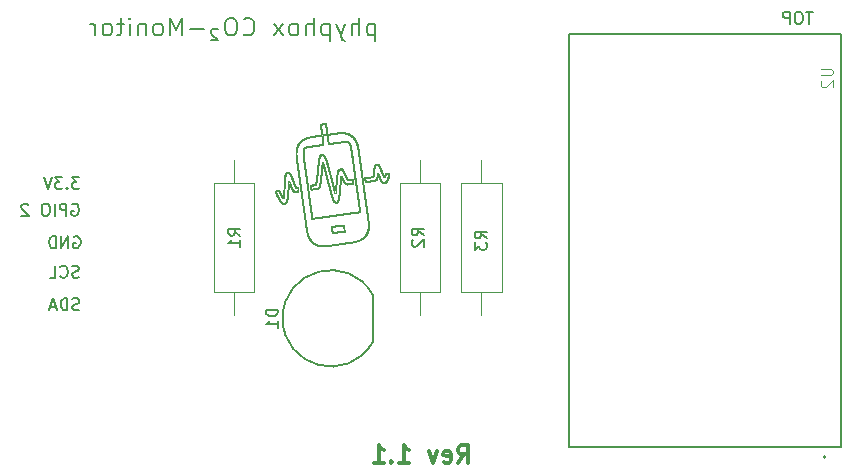
<source format=gbr>
G04 #@! TF.GenerationSoftware,KiCad,Pcbnew,(5.1.0)-1*
G04 #@! TF.CreationDate,2021-02-05T09:11:41+01:00*
G04 #@! TF.ProjectId,phyphox_CO2_Monitor,70687970-686f-4785-9f43-4f325f4d6f6e,rev?*
G04 #@! TF.SameCoordinates,Original*
G04 #@! TF.FileFunction,Legend,Bot*
G04 #@! TF.FilePolarity,Positive*
%FSLAX46Y46*%
G04 Gerber Fmt 4.6, Leading zero omitted, Abs format (unit mm)*
G04 Created by KiCad (PCBNEW (5.1.0)-1) date 2021-02-05 09:11:41*
%MOMM*%
%LPD*%
G04 APERTURE LIST*
%ADD10C,0.150000*%
%ADD11C,0.010000*%
%ADD12C,0.300000*%
%ADD13C,0.200000*%
%ADD14C,0.127000*%
%ADD15C,0.120000*%
%ADD16C,0.015000*%
G04 APERTURE END LIST*
D10*
X183574323Y-59151580D02*
X183002895Y-59151580D01*
X183288609Y-60151580D02*
X183288609Y-59151580D01*
X182479085Y-59151580D02*
X182288609Y-59151580D01*
X182193371Y-59199200D01*
X182098133Y-59294438D01*
X182050514Y-59484914D01*
X182050514Y-59818247D01*
X182098133Y-60008723D01*
X182193371Y-60103961D01*
X182288609Y-60151580D01*
X182479085Y-60151580D01*
X182574323Y-60103961D01*
X182669561Y-60008723D01*
X182717180Y-59818247D01*
X182717180Y-59484914D01*
X182669561Y-59294438D01*
X182574323Y-59199200D01*
X182479085Y-59151580D01*
X181621942Y-60151580D02*
X181621942Y-59151580D01*
X181240990Y-59151580D01*
X181145752Y-59199200D01*
X181098133Y-59246819D01*
X181050514Y-59342057D01*
X181050514Y-59484914D01*
X181098133Y-59580152D01*
X181145752Y-59627771D01*
X181240990Y-59675390D01*
X181621942Y-59675390D01*
X121490990Y-73151580D02*
X120871942Y-73151580D01*
X121205276Y-73532533D01*
X121062419Y-73532533D01*
X120967180Y-73580152D01*
X120919561Y-73627771D01*
X120871942Y-73723009D01*
X120871942Y-73961104D01*
X120919561Y-74056342D01*
X120967180Y-74103961D01*
X121062419Y-74151580D01*
X121348133Y-74151580D01*
X121443371Y-74103961D01*
X121490990Y-74056342D01*
X120443371Y-74056342D02*
X120395752Y-74103961D01*
X120443371Y-74151580D01*
X120490990Y-74103961D01*
X120443371Y-74056342D01*
X120443371Y-74151580D01*
X120062419Y-73151580D02*
X119443371Y-73151580D01*
X119776704Y-73532533D01*
X119633847Y-73532533D01*
X119538609Y-73580152D01*
X119490990Y-73627771D01*
X119443371Y-73723009D01*
X119443371Y-73961104D01*
X119490990Y-74056342D01*
X119538609Y-74103961D01*
X119633847Y-74151580D01*
X119919561Y-74151580D01*
X120014800Y-74103961D01*
X120062419Y-74056342D01*
X119157657Y-73151580D02*
X118824323Y-74151580D01*
X118490990Y-73151580D01*
X120871942Y-75449200D02*
X120967180Y-75401580D01*
X121110038Y-75401580D01*
X121252895Y-75449200D01*
X121348133Y-75544438D01*
X121395752Y-75639676D01*
X121443371Y-75830152D01*
X121443371Y-75973009D01*
X121395752Y-76163485D01*
X121348133Y-76258723D01*
X121252895Y-76353961D01*
X121110038Y-76401580D01*
X121014800Y-76401580D01*
X120871942Y-76353961D01*
X120824323Y-76306342D01*
X120824323Y-75973009D01*
X121014800Y-75973009D01*
X120395752Y-76401580D02*
X120395752Y-75401580D01*
X120014800Y-75401580D01*
X119919561Y-75449200D01*
X119871942Y-75496819D01*
X119824323Y-75592057D01*
X119824323Y-75734914D01*
X119871942Y-75830152D01*
X119919561Y-75877771D01*
X120014800Y-75925390D01*
X120395752Y-75925390D01*
X119395752Y-76401580D02*
X119395752Y-75401580D01*
X118729085Y-75401580D02*
X118538609Y-75401580D01*
X118443371Y-75449200D01*
X118348133Y-75544438D01*
X118300514Y-75734914D01*
X118300514Y-76068247D01*
X118348133Y-76258723D01*
X118443371Y-76353961D01*
X118538609Y-76401580D01*
X118729085Y-76401580D01*
X118824323Y-76353961D01*
X118919561Y-76258723D01*
X118967180Y-76068247D01*
X118967180Y-75734914D01*
X118919561Y-75544438D01*
X118824323Y-75449200D01*
X118729085Y-75401580D01*
X117157657Y-75496819D02*
X117110038Y-75449200D01*
X117014800Y-75401580D01*
X116776704Y-75401580D01*
X116681466Y-75449200D01*
X116633847Y-75496819D01*
X116586228Y-75592057D01*
X116586228Y-75687295D01*
X116633847Y-75830152D01*
X117205276Y-76401580D01*
X116586228Y-76401580D01*
X121026704Y-78199200D02*
X121121942Y-78151580D01*
X121264800Y-78151580D01*
X121407657Y-78199200D01*
X121502895Y-78294438D01*
X121550514Y-78389676D01*
X121598133Y-78580152D01*
X121598133Y-78723009D01*
X121550514Y-78913485D01*
X121502895Y-79008723D01*
X121407657Y-79103961D01*
X121264800Y-79151580D01*
X121169561Y-79151580D01*
X121026704Y-79103961D01*
X120979085Y-79056342D01*
X120979085Y-78723009D01*
X121169561Y-78723009D01*
X120550514Y-79151580D02*
X120550514Y-78151580D01*
X119979085Y-79151580D01*
X119979085Y-78151580D01*
X119502895Y-79151580D02*
X119502895Y-78151580D01*
X119264800Y-78151580D01*
X119121942Y-78199200D01*
X119026704Y-78294438D01*
X118979085Y-78389676D01*
X118931466Y-78580152D01*
X118931466Y-78723009D01*
X118979085Y-78913485D01*
X119026704Y-79008723D01*
X119121942Y-79103961D01*
X119264800Y-79151580D01*
X119502895Y-79151580D01*
X121455276Y-81603961D02*
X121312419Y-81651580D01*
X121074323Y-81651580D01*
X120979085Y-81603961D01*
X120931466Y-81556342D01*
X120883847Y-81461104D01*
X120883847Y-81365866D01*
X120931466Y-81270628D01*
X120979085Y-81223009D01*
X121074323Y-81175390D01*
X121264800Y-81127771D01*
X121360038Y-81080152D01*
X121407657Y-81032533D01*
X121455276Y-80937295D01*
X121455276Y-80842057D01*
X121407657Y-80746819D01*
X121360038Y-80699200D01*
X121264800Y-80651580D01*
X121026704Y-80651580D01*
X120883847Y-80699200D01*
X119883847Y-81556342D02*
X119931466Y-81603961D01*
X120074323Y-81651580D01*
X120169561Y-81651580D01*
X120312419Y-81603961D01*
X120407657Y-81508723D01*
X120455276Y-81413485D01*
X120502895Y-81223009D01*
X120502895Y-81080152D01*
X120455276Y-80889676D01*
X120407657Y-80794438D01*
X120312419Y-80699200D01*
X120169561Y-80651580D01*
X120074323Y-80651580D01*
X119931466Y-80699200D01*
X119883847Y-80746819D01*
X118979085Y-81651580D02*
X119455276Y-81651580D01*
X119455276Y-80651580D01*
X121479085Y-84353961D02*
X121336228Y-84401580D01*
X121098133Y-84401580D01*
X121002895Y-84353961D01*
X120955276Y-84306342D01*
X120907657Y-84211104D01*
X120907657Y-84115866D01*
X120955276Y-84020628D01*
X121002895Y-83973009D01*
X121098133Y-83925390D01*
X121288609Y-83877771D01*
X121383847Y-83830152D01*
X121431466Y-83782533D01*
X121479085Y-83687295D01*
X121479085Y-83592057D01*
X121431466Y-83496819D01*
X121383847Y-83449200D01*
X121288609Y-83401580D01*
X121050514Y-83401580D01*
X120907657Y-83449200D01*
X120479085Y-84401580D02*
X120479085Y-83401580D01*
X120240990Y-83401580D01*
X120098133Y-83449200D01*
X120002895Y-83544438D01*
X119955276Y-83639676D01*
X119907657Y-83830152D01*
X119907657Y-83973009D01*
X119955276Y-84163485D01*
X120002895Y-84258723D01*
X120098133Y-84353961D01*
X120240990Y-84401580D01*
X120479085Y-84401580D01*
X119526704Y-84115866D02*
X119050514Y-84115866D01*
X119621942Y-84401580D02*
X119288609Y-83401580D01*
X118955276Y-84401580D01*
X146534085Y-60142771D02*
X146534085Y-61642771D01*
X146534085Y-60214200D02*
X146391228Y-60142771D01*
X146105514Y-60142771D01*
X145962657Y-60214200D01*
X145891228Y-60285628D01*
X145819800Y-60428485D01*
X145819800Y-60857057D01*
X145891228Y-60999914D01*
X145962657Y-61071342D01*
X146105514Y-61142771D01*
X146391228Y-61142771D01*
X146534085Y-61071342D01*
X145176942Y-61142771D02*
X145176942Y-59642771D01*
X144534085Y-61142771D02*
X144534085Y-60357057D01*
X144605514Y-60214200D01*
X144748371Y-60142771D01*
X144962657Y-60142771D01*
X145105514Y-60214200D01*
X145176942Y-60285628D01*
X143962657Y-60142771D02*
X143605514Y-61142771D01*
X143248371Y-60142771D02*
X143605514Y-61142771D01*
X143748371Y-61499914D01*
X143819800Y-61571342D01*
X143962657Y-61642771D01*
X142676942Y-60142771D02*
X142676942Y-61642771D01*
X142676942Y-60214200D02*
X142534085Y-60142771D01*
X142248371Y-60142771D01*
X142105514Y-60214200D01*
X142034085Y-60285628D01*
X141962657Y-60428485D01*
X141962657Y-60857057D01*
X142034085Y-60999914D01*
X142105514Y-61071342D01*
X142248371Y-61142771D01*
X142534085Y-61142771D01*
X142676942Y-61071342D01*
X141319800Y-61142771D02*
X141319800Y-59642771D01*
X140676942Y-61142771D02*
X140676942Y-60357057D01*
X140748371Y-60214200D01*
X140891228Y-60142771D01*
X141105514Y-60142771D01*
X141248371Y-60214200D01*
X141319800Y-60285628D01*
X139748371Y-61142771D02*
X139891228Y-61071342D01*
X139962657Y-60999914D01*
X140034085Y-60857057D01*
X140034085Y-60428485D01*
X139962657Y-60285628D01*
X139891228Y-60214200D01*
X139748371Y-60142771D01*
X139534085Y-60142771D01*
X139391228Y-60214200D01*
X139319800Y-60285628D01*
X139248371Y-60428485D01*
X139248371Y-60857057D01*
X139319800Y-60999914D01*
X139391228Y-61071342D01*
X139534085Y-61142771D01*
X139748371Y-61142771D01*
X138748371Y-61142771D02*
X137962657Y-60142771D01*
X138748371Y-60142771D02*
X137962657Y-61142771D01*
X135391228Y-60999914D02*
X135462657Y-61071342D01*
X135676942Y-61142771D01*
X135819800Y-61142771D01*
X136034085Y-61071342D01*
X136176942Y-60928485D01*
X136248371Y-60785628D01*
X136319800Y-60499914D01*
X136319800Y-60285628D01*
X136248371Y-59999914D01*
X136176942Y-59857057D01*
X136034085Y-59714200D01*
X135819800Y-59642771D01*
X135676942Y-59642771D01*
X135462657Y-59714200D01*
X135391228Y-59785628D01*
X134462657Y-59642771D02*
X134176942Y-59642771D01*
X134034085Y-59714200D01*
X133891228Y-59857057D01*
X133819800Y-60142771D01*
X133819800Y-60642771D01*
X133891228Y-60928485D01*
X134034085Y-61071342D01*
X134176942Y-61142771D01*
X134462657Y-61142771D01*
X134605514Y-61071342D01*
X134748371Y-60928485D01*
X134819800Y-60642771D01*
X134819800Y-60142771D01*
X134748371Y-59857057D01*
X134605514Y-59714200D01*
X134462657Y-59642771D01*
X133248371Y-60642771D02*
X133105514Y-60571342D01*
X132891228Y-60571342D01*
X132748371Y-60642771D01*
X132676942Y-60785628D01*
X132676942Y-60928485D01*
X132748371Y-61071342D01*
X133248371Y-61571342D01*
X132676942Y-61571342D01*
X132034085Y-60571342D02*
X130891228Y-60571342D01*
X130176942Y-61142771D02*
X130176942Y-59642771D01*
X129676942Y-60714200D01*
X129176942Y-59642771D01*
X129176942Y-61142771D01*
X128248371Y-61142771D02*
X128391228Y-61071342D01*
X128462657Y-60999914D01*
X128534085Y-60857057D01*
X128534085Y-60428485D01*
X128462657Y-60285628D01*
X128391228Y-60214200D01*
X128248371Y-60142771D01*
X128034085Y-60142771D01*
X127891228Y-60214200D01*
X127819800Y-60285628D01*
X127748371Y-60428485D01*
X127748371Y-60857057D01*
X127819800Y-60999914D01*
X127891228Y-61071342D01*
X128034085Y-61142771D01*
X128248371Y-61142771D01*
X127105514Y-60142771D02*
X127105514Y-61142771D01*
X127105514Y-60285628D02*
X127034085Y-60214200D01*
X126891228Y-60142771D01*
X126676942Y-60142771D01*
X126534085Y-60214200D01*
X126462657Y-60357057D01*
X126462657Y-61142771D01*
X125748371Y-61142771D02*
X125748371Y-60142771D01*
X125748371Y-59642771D02*
X125819800Y-59714200D01*
X125748371Y-59785628D01*
X125676942Y-59714200D01*
X125748371Y-59642771D01*
X125748371Y-59785628D01*
X125248371Y-60142771D02*
X124676942Y-60142771D01*
X125034085Y-59642771D02*
X125034085Y-60928485D01*
X124962657Y-61071342D01*
X124819800Y-61142771D01*
X124676942Y-61142771D01*
X123962657Y-61142771D02*
X124105514Y-61071342D01*
X124176942Y-60999914D01*
X124248371Y-60857057D01*
X124248371Y-60428485D01*
X124176942Y-60285628D01*
X124105514Y-60214200D01*
X123962657Y-60142771D01*
X123748371Y-60142771D01*
X123605514Y-60214200D01*
X123534085Y-60285628D01*
X123462657Y-60428485D01*
X123462657Y-60857057D01*
X123534085Y-60999914D01*
X123605514Y-61071342D01*
X123748371Y-61142771D01*
X123962657Y-61142771D01*
X122819800Y-61142771D02*
X122819800Y-60142771D01*
X122819800Y-60428485D02*
X122748371Y-60285628D01*
X122676942Y-60214200D01*
X122534085Y-60142771D01*
X122391228Y-60142771D01*
D11*
X147279674Y-73588435D02*
X147288733Y-73587179D01*
X147288733Y-73587179D02*
X147297494Y-73585529D01*
X147297494Y-73585529D02*
X147306317Y-73583348D01*
X147306317Y-73583348D02*
X147314470Y-73580788D01*
X147314470Y-73580788D02*
X147322023Y-73577887D01*
X147322023Y-73577887D02*
X147329844Y-73574276D01*
X147329844Y-73574276D02*
X147337146Y-73570305D01*
X147337146Y-73570305D02*
X147343970Y-73566024D01*
X147343970Y-73566024D02*
X147349957Y-73561797D01*
X147349957Y-73561797D02*
X147355926Y-73557124D01*
X147355926Y-73557124D02*
X147361500Y-73552342D01*
X147361500Y-73552342D02*
X147366688Y-73547523D01*
X147366688Y-73547523D02*
X147372304Y-73541910D01*
X147372304Y-73541910D02*
X147377151Y-73536737D01*
X147377151Y-73536737D02*
X147382037Y-73531217D01*
X147382037Y-73531217D02*
X147386974Y-73525343D01*
X147386974Y-73525343D02*
X147391546Y-73519632D01*
X147391546Y-73519632D02*
X147396175Y-73513606D01*
X147396175Y-73513606D02*
X147400652Y-73507551D01*
X147400652Y-73507551D02*
X147404973Y-73501500D01*
X147404973Y-73501500D02*
X147409136Y-73495493D01*
X147409136Y-73495493D02*
X147413584Y-73488889D01*
X147413584Y-73488889D02*
X147417648Y-73482693D01*
X147417648Y-73482693D02*
X147421773Y-73476255D01*
X147421773Y-73476255D02*
X147425963Y-73469568D01*
X147425963Y-73469568D02*
X147430224Y-73462632D01*
X147430224Y-73462632D02*
X147434072Y-73456250D01*
X147434072Y-73456250D02*
X147437982Y-73449664D01*
X147437982Y-73449664D02*
X147442204Y-73442439D01*
X147442204Y-73442439D02*
X147445991Y-73435862D01*
X147445991Y-73435862D02*
X147450095Y-73428638D01*
X147450095Y-73428638D02*
X147453746Y-73422139D01*
X147453746Y-73422139D02*
X147457720Y-73414988D01*
X147457720Y-73414988D02*
X147462032Y-73407144D01*
X147462032Y-73407144D02*
X147466146Y-73399581D01*
X147466146Y-73399581D02*
X147469767Y-73392865D01*
X147469767Y-73392865D02*
X147474300Y-73384386D01*
X147474300Y-73384386D02*
X147478047Y-73377324D01*
X147478047Y-73377324D02*
X147482441Y-73368978D01*
X147482441Y-73368978D02*
X147486012Y-73362149D01*
X147486012Y-73362149D02*
X147489637Y-73355183D01*
X147489637Y-73355183D02*
X147493314Y-73348077D01*
X147493314Y-73348077D02*
X147497044Y-73340833D01*
X147497044Y-73340833D02*
X147500830Y-73333446D01*
X147500830Y-73333446D02*
X147504673Y-73325917D01*
X147504673Y-73325917D02*
X147508572Y-73318244D01*
X147508572Y-73318244D02*
X147512530Y-73310425D01*
X147512530Y-73310425D02*
X147516548Y-73302460D01*
X147516548Y-73302460D02*
X147519944Y-73295710D01*
X147379253Y-73014460D02*
X147375046Y-73022694D01*
X147375046Y-73022694D02*
X147371466Y-73029541D01*
X147371466Y-73029541D02*
X147367685Y-73036608D01*
X147367685Y-73036608D02*
X147364121Y-73043129D01*
X147364121Y-73043129D02*
X147360236Y-73050080D01*
X147360236Y-73050080D02*
X147356437Y-73056734D01*
X147356437Y-73056734D02*
X147352621Y-73063286D01*
X147352621Y-73063286D02*
X147348577Y-73070074D01*
X147348577Y-73070074D02*
X147344785Y-73076305D01*
X147344785Y-73076305D02*
X147340597Y-73083031D01*
X147340597Y-73083031D02*
X147336414Y-73089596D01*
X147336414Y-73089596D02*
X147331722Y-73096774D01*
X147331722Y-73096774D02*
X147327574Y-73102959D01*
X147327574Y-73102959D02*
X147323325Y-73109134D01*
X147323325Y-73109134D02*
X147318862Y-73115445D01*
X147318862Y-73115445D02*
X147314326Y-73121667D01*
X147314326Y-73121667D02*
X147309856Y-73127600D01*
X147309856Y-73127600D02*
X147305462Y-73133232D01*
X147305462Y-73133232D02*
X147300683Y-73139115D01*
X147300683Y-73139115D02*
X147295915Y-73144722D01*
X147295915Y-73144722D02*
X147291071Y-73150117D01*
X147291071Y-73150117D02*
X147285872Y-73155520D01*
X147285872Y-73155520D02*
X147280522Y-73160598D01*
X147280522Y-73160598D02*
X147274751Y-73165404D01*
X147274751Y-73165404D02*
X147268546Y-73169540D01*
X147268546Y-73169540D02*
X147261708Y-73172224D01*
X147519944Y-73295710D02*
X147519944Y-73295710D01*
X147548003Y-72864460D02*
X147537788Y-72864716D01*
X147537788Y-72864716D02*
X147528375Y-72865470D01*
X147528375Y-72865470D02*
X147519218Y-72866762D01*
X147519218Y-72866762D02*
X147510749Y-72868528D01*
X147510749Y-72868528D02*
X147502724Y-72870778D01*
X147502724Y-72870778D02*
X147495104Y-72873501D01*
X147495104Y-72873501D02*
X147487933Y-72876645D01*
X147487933Y-72876645D02*
X147480926Y-72880310D01*
X147480926Y-72880310D02*
X147474538Y-72884205D01*
X147474538Y-72884205D02*
X147468572Y-72888356D01*
X147468572Y-72888356D02*
X147462684Y-72892953D01*
X147462684Y-72892953D02*
X147456865Y-72898017D01*
X147456865Y-72898017D02*
X147451702Y-72902950D01*
X147451702Y-72902950D02*
X147446720Y-72908114D01*
X147446720Y-72908114D02*
X147441908Y-72913481D01*
X147441908Y-72913481D02*
X147436504Y-72919953D01*
X147436504Y-72919953D02*
X147431848Y-72925904D01*
X147431848Y-72925904D02*
X147427487Y-72931794D01*
X147427487Y-72931794D02*
X147423109Y-72937999D01*
X147423109Y-72937999D02*
X147419016Y-72944070D01*
X147419016Y-72944070D02*
X147414743Y-72950666D01*
X147414743Y-72950666D02*
X147409822Y-72958588D01*
X147409822Y-72958588D02*
X147405941Y-72965065D01*
X147405941Y-72965065D02*
X147401712Y-72972349D01*
X147401712Y-72972349D02*
X147397912Y-72979081D01*
X147397912Y-72979081D02*
X147394073Y-72986058D01*
X147394073Y-72986058D02*
X147390190Y-72993283D01*
X147390190Y-72993283D02*
X147386258Y-73000759D01*
X147386258Y-73000759D02*
X147382275Y-73008490D01*
X147382275Y-73008490D02*
X147379253Y-73014460D01*
X147261708Y-73172224D02*
X147254684Y-73169058D01*
X147254684Y-73169058D02*
X147249638Y-73163950D01*
X147249638Y-73163950D02*
X147244969Y-73158162D01*
X147244969Y-73158162D02*
X147240626Y-73152144D01*
X147240626Y-73152144D02*
X147236496Y-73145994D01*
X147236496Y-73145994D02*
X147232526Y-73139764D01*
X147232526Y-73139764D02*
X147228700Y-73133512D01*
X147228700Y-73133512D02*
X147224515Y-73126437D01*
X147224515Y-73126437D02*
X147220532Y-73119502D01*
X147220532Y-73119502D02*
X147216802Y-73112849D01*
X147216802Y-73112849D02*
X147212952Y-73105839D01*
X147212952Y-73105839D02*
X147209199Y-73098878D01*
X147209199Y-73098878D02*
X147205130Y-73091199D01*
X147205130Y-73091199D02*
X147201394Y-73084041D01*
X147201394Y-73084041D02*
X147197801Y-73077063D01*
X147197801Y-73077063D02*
X147194366Y-73070313D01*
X147194366Y-73070313D02*
X147190633Y-73062894D01*
X147190633Y-73062894D02*
X147187069Y-73055735D01*
X147187069Y-73055735D02*
X147182959Y-73047394D01*
X147182959Y-73047394D02*
X147179022Y-73039320D01*
X147179022Y-73039320D02*
X147175273Y-73031561D01*
X147175273Y-73031561D02*
X147171979Y-73024689D01*
X147171979Y-73024689D02*
X147167870Y-73016047D01*
X147167870Y-73016047D02*
X147163702Y-73007206D01*
X147163702Y-73007206D02*
X147159478Y-72998171D01*
X147159478Y-72998171D02*
X147156273Y-72991268D01*
X147156273Y-72991268D02*
X147153038Y-72984258D01*
X147153038Y-72984258D02*
X147149775Y-72977146D01*
X147149775Y-72977146D02*
X147146482Y-72969929D01*
X147146482Y-72969929D02*
X147143162Y-72962612D01*
X147143162Y-72962612D02*
X147139816Y-72955198D01*
X147139816Y-72955198D02*
X147136159Y-72947053D01*
X147136159Y-72947053D02*
X147133042Y-72940074D01*
X147133042Y-72940074D02*
X147129619Y-72932371D01*
X147129619Y-72932371D02*
X147126172Y-72924574D01*
X147126172Y-72924574D02*
X147122704Y-72916688D01*
X147122704Y-72916688D02*
X147119211Y-72908710D01*
X147119211Y-72908710D02*
X147115698Y-72900646D01*
X147115698Y-72900646D02*
X147112460Y-72893179D01*
X147112460Y-72893179D02*
X147108612Y-72884263D01*
X147108612Y-72884263D02*
X147104741Y-72875251D01*
X147104741Y-72875251D02*
X147101150Y-72866846D01*
X147101150Y-72866846D02*
X147097842Y-72859073D01*
X147097842Y-72859073D02*
X147093914Y-72849803D01*
X147093914Y-72849803D02*
X147090577Y-72841888D01*
X147090577Y-72841888D02*
X147086923Y-72833185D01*
X147086923Y-72833185D02*
X147083560Y-72825144D01*
X147083560Y-72825144D02*
X147079572Y-72815561D01*
X147079572Y-72815561D02*
X147075878Y-72806644D01*
X147075878Y-72806644D02*
X147072480Y-72798411D01*
X147072480Y-72798411D02*
X147068765Y-72789368D01*
X147068765Y-72789368D02*
X147065039Y-72780261D01*
X147065039Y-72780261D02*
X147061926Y-72772622D01*
X147061926Y-72772622D02*
X147058496Y-72764170D01*
X147058496Y-72764170D02*
X147054747Y-72754894D01*
X147054747Y-72754894D02*
X147050675Y-72744779D01*
X147050675Y-72744779D02*
X147047226Y-72736169D01*
X147047226Y-72736169D02*
X147043459Y-72726724D01*
X147043459Y-72726724D02*
X147039685Y-72717226D01*
X147039685Y-72717226D02*
X147035908Y-72707676D01*
X147035908Y-72707676D02*
X147032128Y-72698077D01*
X147032128Y-72698077D02*
X147028345Y-72688430D01*
X147028345Y-72688430D02*
X147024563Y-72678738D01*
X147024563Y-72678738D02*
X147023933Y-72677119D01*
X147303745Y-72985017D02*
X147306822Y-72977645D01*
X147306822Y-72977645D02*
X147309828Y-72970625D01*
X147309828Y-72970625D02*
X147313037Y-72963322D01*
X147313037Y-72963322D02*
X147316732Y-72955156D01*
X147316732Y-72955156D02*
X147320083Y-72947968D01*
X147320083Y-72947968D02*
X147323835Y-72940162D01*
X147323835Y-72940162D02*
X147327620Y-72932545D01*
X147327620Y-72932545D02*
X147331433Y-72925114D01*
X147331433Y-72925114D02*
X147335477Y-72917514D01*
X147335477Y-72917514D02*
X147339167Y-72910814D01*
X147339167Y-72910814D02*
X147343084Y-72903941D01*
X147343084Y-72903941D02*
X147347833Y-72895938D01*
X147347833Y-72895938D02*
X147351835Y-72889471D01*
X147351835Y-72889471D02*
X147356277Y-72882565D01*
X147356277Y-72882565D02*
X147360358Y-72876478D01*
X147360358Y-72876478D02*
X147364480Y-72870572D01*
X147364480Y-72870572D02*
X147369060Y-72864283D01*
X147369060Y-72864283D02*
X147373534Y-72858411D01*
X147373534Y-72858411D02*
X147378379Y-72852350D01*
X147378379Y-72852350D02*
X147383985Y-72845700D01*
X147383985Y-72845700D02*
X147388900Y-72840187D01*
X147388900Y-72840187D02*
X147394098Y-72834663D01*
X147394098Y-72834663D02*
X147399361Y-72829380D01*
X147399361Y-72829380D02*
X147404922Y-72824125D01*
X147404922Y-72824125D02*
X147410904Y-72818830D01*
X147410904Y-72818830D02*
X147416974Y-72813821D01*
X147416974Y-72813821D02*
X147422778Y-72809364D01*
X147422778Y-72809364D02*
X147429873Y-72804331D01*
X147429873Y-72804331D02*
X147436226Y-72800197D01*
X147436226Y-72800197D02*
X147442674Y-72796343D01*
X147442674Y-72796343D02*
X147449222Y-72792767D01*
X147449222Y-72792767D02*
X147457579Y-72788668D01*
X147457579Y-72788668D02*
X147464721Y-72785564D01*
X147464721Y-72785564D02*
X147472145Y-72782700D01*
X147472145Y-72782700D02*
X147479693Y-72780148D01*
X147479693Y-72780148D02*
X147487437Y-72777887D01*
X147487437Y-72777887D02*
X147495736Y-72775847D01*
X147495736Y-72775847D02*
X147504258Y-72774138D01*
X147504258Y-72774138D02*
X147513520Y-72772698D01*
X147513520Y-72772698D02*
X147522963Y-72771652D01*
X147522963Y-72771652D02*
X147532595Y-72770992D01*
X147532595Y-72770992D02*
X147542416Y-72770717D01*
X147542416Y-72770717D02*
X147544591Y-72770710D01*
X147100595Y-72632683D02*
X147105755Y-72646484D01*
X147105755Y-72646484D02*
X147109974Y-72657753D01*
X147109974Y-72657753D02*
X147113299Y-72666625D01*
X147113299Y-72666625D02*
X147116579Y-72675367D01*
X147116579Y-72675367D02*
X147119815Y-72683982D01*
X147119815Y-72683982D02*
X147123007Y-72692469D01*
X147123007Y-72692469D02*
X147125763Y-72699790D01*
X147125763Y-72699790D02*
X147129260Y-72709063D01*
X147129260Y-72709063D02*
X147132321Y-72717170D01*
X147132321Y-72717170D02*
X147135151Y-72724655D01*
X147135151Y-72724655D02*
X147138317Y-72733013D01*
X147138317Y-72733013D02*
X147141253Y-72740747D01*
X147141253Y-72740747D02*
X147144146Y-72748360D01*
X147144146Y-72748360D02*
X147147351Y-72756777D01*
X147147351Y-72756777D02*
X147150159Y-72764132D01*
X147150159Y-72764132D02*
X147153953Y-72774046D01*
X147153953Y-72774046D02*
X147158006Y-72784603D01*
X147158006Y-72784603D02*
X147161973Y-72794892D01*
X147161973Y-72794892D02*
X147165852Y-72804916D01*
X147165852Y-72804916D02*
X147169647Y-72814679D01*
X147169647Y-72814679D02*
X147173358Y-72824180D01*
X147173358Y-72824180D02*
X147176986Y-72833424D01*
X147176986Y-72833424D02*
X147180092Y-72841302D01*
X147180092Y-72841302D02*
X147183140Y-72848988D01*
X147183140Y-72848988D02*
X147186549Y-72857535D01*
X147186549Y-72857535D02*
X147189882Y-72865834D01*
X147189882Y-72865834D02*
X147193000Y-72873552D01*
X147193000Y-72873552D02*
X147196183Y-72881368D01*
X147196183Y-72881368D02*
X147199168Y-72888634D01*
X147199168Y-72888634D02*
X147202209Y-72895977D01*
X147202209Y-72895977D02*
X147205180Y-72903085D01*
X147205180Y-72903085D02*
X147209032Y-72912195D01*
X147209032Y-72912195D02*
X147212073Y-72919292D01*
X147212073Y-72919292D02*
X147215262Y-72926633D01*
X147215262Y-72926633D02*
X147218798Y-72934645D01*
X147218798Y-72934645D02*
X147222436Y-72942724D01*
X147222436Y-72942724D02*
X147225745Y-72949921D01*
X147225745Y-72949921D02*
X147229146Y-72957144D01*
X147229146Y-72957144D02*
X147232624Y-72964324D01*
X147232624Y-72964324D02*
X147235976Y-72971030D01*
X147235976Y-72971030D02*
X147239563Y-72977936D01*
X147239563Y-72977936D02*
X147243343Y-72984879D01*
X147243343Y-72984879D02*
X147247281Y-72991690D01*
X147247281Y-72991690D02*
X147251341Y-72998192D01*
X147251341Y-72998192D02*
X147255561Y-73004301D01*
X147255561Y-73004301D02*
X147260237Y-73010155D01*
X147260237Y-73010155D02*
X147265457Y-73015341D01*
X147265457Y-73015341D02*
X147271726Y-73019281D01*
X147271726Y-73019281D02*
X147281706Y-73019031D01*
X147281706Y-73019031D02*
X147287446Y-73014582D01*
X147287446Y-73014582D02*
X147292125Y-73008493D01*
X147292125Y-73008493D02*
X147295937Y-73001975D01*
X147295937Y-73001975D02*
X147299280Y-72995237D01*
X147299280Y-72995237D02*
X147302373Y-72988285D01*
X147302373Y-72988285D02*
X147303745Y-72985017D01*
X147519944Y-73295710D02*
X147524616Y-73286368D01*
X147524616Y-73286368D02*
X147528063Y-73279442D01*
X147528063Y-73279442D02*
X147531462Y-73272584D01*
X147531462Y-73272584D02*
X147535032Y-73265343D01*
X147535032Y-73265343D02*
X147538546Y-73258177D01*
X147538546Y-73258177D02*
X147542433Y-73250206D01*
X147542433Y-73250206D02*
X147545827Y-73243200D01*
X147545827Y-73243200D02*
X147549579Y-73235409D01*
X147549579Y-73235409D02*
X147552854Y-73228560D01*
X147552854Y-73228560D02*
X147556869Y-73220108D01*
X147556869Y-73220108D02*
X147560798Y-73211770D01*
X147560798Y-73211770D02*
X147565016Y-73202730D01*
X147565016Y-73202730D02*
X147568389Y-73195439D01*
X147568389Y-73195439D02*
X147572417Y-73186651D01*
X147572417Y-73186651D02*
X147575631Y-73179563D01*
X147575631Y-73179563D02*
X147579120Y-73171795D01*
X147579120Y-73171795D02*
X147582521Y-73164138D01*
X147582521Y-73164138D02*
X147585836Y-73156595D01*
X147585836Y-73156595D02*
X147589063Y-73149162D01*
X147589063Y-73149162D02*
X147592819Y-73140387D01*
X147592819Y-73140387D02*
X147595854Y-73133197D01*
X147595854Y-73133197D02*
X147598947Y-73125765D01*
X147598947Y-73125765D02*
X147602223Y-73117761D01*
X147602223Y-73117761D02*
X147605384Y-73109902D01*
X147605384Y-73109902D02*
X147608690Y-73101521D01*
X147608690Y-73101521D02*
X147611736Y-73093633D01*
X147611736Y-73093633D02*
X147614653Y-73085895D01*
X147614653Y-73085895D02*
X147617448Y-73078310D01*
X147617448Y-73078310D02*
X147620117Y-73070875D01*
X147620117Y-73070875D02*
X147623073Y-73062393D01*
X147623073Y-73062393D02*
X147625761Y-73054405D01*
X147625761Y-73054405D02*
X147628470Y-73046032D01*
X147628470Y-73046032D02*
X147630914Y-73038151D01*
X147630914Y-73038151D02*
X147633499Y-73029388D01*
X147633499Y-73029388D02*
X147635863Y-73020881D01*
X147635863Y-73020881D02*
X147638003Y-73012628D01*
X147638003Y-73012628D02*
X147640148Y-73003643D01*
X147640148Y-73003643D02*
X147642012Y-72994974D01*
X147642012Y-72994974D02*
X147643635Y-72986390D01*
X147643635Y-72986390D02*
X147645025Y-72977693D01*
X147645025Y-72977693D02*
X147646200Y-72968312D01*
X147646200Y-72968312D02*
X147647007Y-72958593D01*
X147647007Y-72958593D02*
X147647319Y-72948656D01*
X147647319Y-72948656D02*
X147647016Y-72938810D01*
X147647016Y-72938810D02*
X147646040Y-72929472D01*
X147646040Y-72929472D02*
X147644392Y-72920819D01*
X147644392Y-72920819D02*
X147642069Y-72912836D01*
X147642069Y-72912836D02*
X147639076Y-72905510D01*
X147639076Y-72905510D02*
X147635125Y-72898377D01*
X147635125Y-72898377D02*
X147630742Y-72892377D01*
X147630742Y-72892377D02*
X147625836Y-72887134D01*
X147625836Y-72887134D02*
X147620159Y-72882363D01*
X147620159Y-72882363D02*
X147613881Y-72878218D01*
X147613881Y-72878218D02*
X147606595Y-72874483D01*
X147606595Y-72874483D02*
X147599382Y-72871628D01*
X147599382Y-72871628D02*
X147591046Y-72869128D01*
X147591046Y-72869128D02*
X147582707Y-72867293D01*
X147582707Y-72867293D02*
X147573622Y-72865904D01*
X147573622Y-72865904D02*
X147564316Y-72865006D01*
X147564316Y-72865006D02*
X147554663Y-72864544D01*
X147554663Y-72864544D02*
X147548003Y-72864460D01*
X147262435Y-73670710D02*
X147251588Y-73670558D01*
X147251588Y-73670558D02*
X147241981Y-73670161D01*
X147241981Y-73670161D02*
X147232035Y-73669456D01*
X147232035Y-73669456D02*
X147222770Y-73668504D01*
X147222770Y-73668504D02*
X147213743Y-73667272D01*
X147213743Y-73667272D02*
X147204946Y-73665756D01*
X147204946Y-73665756D02*
X147196043Y-73663873D01*
X147196043Y-73663873D02*
X147188038Y-73661856D01*
X147188038Y-73661856D02*
X147179900Y-73659464D01*
X147179900Y-73659464D02*
X147172193Y-73656859D01*
X147172193Y-73656859D02*
X147164639Y-73653961D01*
X147164639Y-73653961D02*
X147156988Y-73650654D01*
X147156988Y-73650654D02*
X147149957Y-73647269D01*
X147149957Y-73647269D02*
X147143175Y-73643668D01*
X147143175Y-73643668D02*
X147136497Y-73639787D01*
X147136497Y-73639787D02*
X147130273Y-73635858D01*
X147130273Y-73635858D02*
X147124305Y-73631799D01*
X147124305Y-73631799D02*
X147118486Y-73627556D01*
X147118486Y-73627556D02*
X147112810Y-73623142D01*
X147112810Y-73623142D02*
X147107094Y-73618413D01*
X147107094Y-73618413D02*
X147101505Y-73613513D01*
X147101505Y-73613513D02*
X147096120Y-73608529D01*
X147096120Y-73608529D02*
X147089897Y-73602449D01*
X147089897Y-73602449D02*
X147084902Y-73597318D01*
X147084902Y-73597318D02*
X147079578Y-73591601D01*
X147079578Y-73591601D02*
X147074772Y-73586226D01*
X147074772Y-73586226D02*
X147069969Y-73580653D01*
X147069969Y-73580653D02*
X147065161Y-73574875D01*
X147065161Y-73574875D02*
X147060347Y-73568893D01*
X147060347Y-73568893D02*
X147059315Y-73567585D01*
X146910929Y-73077199D02*
X146913861Y-73084563D01*
X146913861Y-73084563D02*
X146917741Y-73094282D01*
X146917741Y-73094282D02*
X146921588Y-73103885D01*
X146921588Y-73103885D02*
X146925405Y-73113376D01*
X146925405Y-73113376D02*
X146928480Y-73121001D01*
X146928480Y-73121001D02*
X146931535Y-73128553D01*
X146931535Y-73128553D02*
X146934804Y-73136604D01*
X146934804Y-73136604D02*
X146938046Y-73144567D01*
X146938046Y-73144567D02*
X146942184Y-73154684D01*
X146942184Y-73154684D02*
X146945828Y-73163555D01*
X146945828Y-73163555D02*
X146949442Y-73172317D01*
X146949442Y-73172317D02*
X146952580Y-73179892D01*
X146952580Y-73179892D02*
X146956140Y-73188450D01*
X146956140Y-73188450D02*
X146960111Y-73197946D01*
X146960111Y-73197946D02*
X146963611Y-73206272D01*
X146963611Y-73206272D02*
X146966649Y-73213467D01*
X146966649Y-73213467D02*
X146970097Y-73221593D01*
X146970097Y-73221593D02*
X146973516Y-73229609D01*
X146973516Y-73229609D02*
X146977334Y-73238504D01*
X146977334Y-73238504D02*
X146980698Y-73246297D01*
X146980698Y-73246297D02*
X146984243Y-73254461D01*
X146984243Y-73254461D02*
X146987760Y-73262507D01*
X146987760Y-73262507D02*
X146991046Y-73269975D01*
X146991046Y-73269975D02*
X146994307Y-73277339D01*
X146994307Y-73277339D02*
X146997545Y-73284601D01*
X146997545Y-73284601D02*
X147001558Y-73293534D01*
X147001558Y-73293534D02*
X147004741Y-73300568D01*
X147004741Y-73300568D02*
X147007902Y-73307500D01*
X147007902Y-73307500D02*
X147011822Y-73316025D01*
X147011822Y-73316025D02*
X147015708Y-73324393D01*
X147015708Y-73324393D02*
X147019561Y-73332607D01*
X147019561Y-73332607D02*
X147023380Y-73340669D01*
X147023380Y-73340669D02*
X147027169Y-73348579D01*
X147027169Y-73348579D02*
X147030924Y-73356338D01*
X147030924Y-73356338D02*
X147034653Y-73363946D01*
X147034653Y-73363946D02*
X147038350Y-73371405D01*
X147038350Y-73371405D02*
X147042020Y-73378716D01*
X147042020Y-73378716D02*
X147045661Y-73385883D01*
X147045661Y-73385883D02*
X147049274Y-73392902D01*
X147049274Y-73392902D02*
X147052861Y-73399777D01*
X147052861Y-73399777D02*
X147056424Y-73406511D01*
X147056424Y-73406511D02*
X147059961Y-73413100D01*
X147059961Y-73413100D02*
X147064174Y-73420821D01*
X147064174Y-73420821D02*
X147068357Y-73428344D01*
X147068357Y-73428344D02*
X147072505Y-73435663D01*
X147072505Y-73435663D02*
X147076624Y-73442786D01*
X147076624Y-73442786D02*
X147080714Y-73449713D01*
X147080714Y-73449713D02*
X147084777Y-73456448D01*
X147084777Y-73456448D02*
X147088813Y-73462990D01*
X147088813Y-73462990D02*
X147092825Y-73469343D01*
X147092825Y-73469343D02*
X147096812Y-73475506D01*
X147096812Y-73475506D02*
X147101437Y-73482463D01*
X147101437Y-73482463D02*
X147105871Y-73488935D01*
X147105871Y-73488935D02*
X147111259Y-73496533D01*
X147111259Y-73496533D02*
X147115640Y-73502494D01*
X147115640Y-73502494D02*
X147120163Y-73508441D01*
X147120163Y-73508441D02*
X147125472Y-73515145D01*
X147125472Y-73515145D02*
X147130596Y-73521335D01*
X147130596Y-73521335D02*
X147135544Y-73527042D01*
X147135544Y-73527042D02*
X147140637Y-73532642D01*
X147140637Y-73532642D02*
X147145876Y-73538112D01*
X147145876Y-73538112D02*
X147150948Y-73543122D01*
X147150948Y-73543122D02*
X147156173Y-73547990D01*
X147156173Y-73547990D02*
X147161554Y-73552696D01*
X147161554Y-73552696D02*
X147167254Y-73557342D01*
X147167254Y-73557342D02*
X147173040Y-73561703D01*
X147173040Y-73561703D02*
X147179474Y-73566142D01*
X147179474Y-73566142D02*
X147186488Y-73570494D01*
X147186488Y-73570494D02*
X147193536Y-73574372D01*
X147193536Y-73574372D02*
X147200622Y-73577781D01*
X147200622Y-73577781D02*
X147208412Y-73580985D01*
X147208412Y-73580985D02*
X147216272Y-73583662D01*
X147216272Y-73583662D02*
X147224380Y-73585871D01*
X147224380Y-73585871D02*
X147232921Y-73587624D01*
X147232921Y-73587624D02*
X147241750Y-73588856D01*
X147241750Y-73588856D02*
X147251412Y-73589577D01*
X147251412Y-73589577D02*
X147261958Y-73589679D01*
X147261958Y-73589679D02*
X147272001Y-73589176D01*
X147272001Y-73589176D02*
X147279674Y-73588435D01*
X147544591Y-72770710D02*
X147554852Y-72770827D01*
X147554852Y-72770827D02*
X147564969Y-72771189D01*
X147564969Y-72771189D02*
X147574570Y-72771783D01*
X147574570Y-72771783D02*
X147584165Y-72772645D01*
X147584165Y-72772645D02*
X147593520Y-72773767D01*
X147593520Y-72773767D02*
X147602567Y-72775147D01*
X147602567Y-72775147D02*
X147611364Y-72776798D01*
X147611364Y-72776798D02*
X147620276Y-72778822D01*
X147620276Y-72778822D02*
X147628314Y-72780983D01*
X147628314Y-72780983D02*
X147636105Y-72783421D01*
X147636105Y-72783421D02*
X147644447Y-72786460D01*
X147644447Y-72786460D02*
X147651583Y-72789459D01*
X147651583Y-72789459D02*
X147658412Y-72792726D01*
X147658412Y-72792726D02*
X147665026Y-72796315D01*
X147665026Y-72796315D02*
X147671412Y-72800239D01*
X147671412Y-72800239D02*
X147677389Y-72804385D01*
X147677389Y-72804385D02*
X147683288Y-72809011D01*
X147683288Y-72809011D02*
X147688841Y-72813943D01*
X147688841Y-72813943D02*
X147694052Y-72819183D01*
X147694052Y-72819183D02*
X147698919Y-72824731D01*
X147698919Y-72824731D02*
X147703683Y-72830925D01*
X147703683Y-72830925D02*
X147707847Y-72837114D01*
X147707847Y-72837114D02*
X147711663Y-72843614D01*
X147711663Y-72843614D02*
X147715322Y-72850818D01*
X147715322Y-72850818D02*
X147718394Y-72857865D01*
X147718394Y-72857865D02*
X147721208Y-72865436D01*
X147721208Y-72865436D02*
X147723638Y-72873223D01*
X147723638Y-72873223D02*
X147725792Y-72881619D01*
X147725792Y-72881619D02*
X147727563Y-72890243D01*
X147727563Y-72890243D02*
X147728930Y-72898889D01*
X147728930Y-72898889D02*
X147729981Y-72907981D01*
X147729981Y-72907981D02*
X147730699Y-72917533D01*
X147730699Y-72917533D02*
X147731075Y-72927837D01*
X147731075Y-72927837D02*
X147731072Y-72938508D01*
X147731072Y-72938508D02*
X147730749Y-72948369D01*
X147730749Y-72948369D02*
X147730146Y-72958224D01*
X147730146Y-72958224D02*
X147729288Y-72968047D01*
X147729288Y-72968047D02*
X147728278Y-72977178D01*
X147728278Y-72977178D02*
X147727095Y-72986203D01*
X147727095Y-72986203D02*
X147725762Y-72995099D01*
X147725762Y-72995099D02*
X147724177Y-73004525D01*
X147724177Y-73004525D02*
X147722589Y-73013114D01*
X147722589Y-73013114D02*
X147720911Y-73021514D01*
X147720911Y-73021514D02*
X147718844Y-73031147D01*
X147718844Y-73031147D02*
X147716848Y-73039872D01*
X147716848Y-73039872D02*
X147714702Y-73048750D01*
X147714702Y-73048750D02*
X147712405Y-73057779D01*
X147712405Y-73057779D02*
X147710271Y-73065805D01*
X147710271Y-73065805D02*
X147707804Y-73074733D01*
X147707804Y-73074733D02*
X147705548Y-73082612D01*
X147705548Y-73082612D02*
X147703065Y-73091000D01*
X147703065Y-73091000D02*
X147700723Y-73098691D01*
X147700723Y-73098691D02*
X147698284Y-73106480D01*
X147698284Y-73106480D02*
X147695481Y-73115203D01*
X147695481Y-73115203D02*
X147692847Y-73123200D01*
X147692847Y-73123200D02*
X147689971Y-73131721D01*
X147689971Y-73131721D02*
X147687296Y-73139483D01*
X147687296Y-73139483D02*
X147684537Y-73147335D01*
X147684537Y-73147335D02*
X147681854Y-73154831D01*
X147681854Y-73154831D02*
X147679095Y-73162407D01*
X147679095Y-73162407D02*
X147675925Y-73170970D01*
X147675925Y-73170970D02*
X147673008Y-73178715D01*
X147673008Y-73178715D02*
X147669661Y-73187464D01*
X147669661Y-73187464D02*
X147666219Y-73196314D01*
X147666219Y-73196314D02*
X147663062Y-73204316D01*
X147663062Y-73204316D02*
X147659829Y-73212401D01*
X147659829Y-73212401D02*
X147656914Y-73219600D01*
X147656914Y-73219600D02*
X147653942Y-73226862D01*
X147653942Y-73226862D02*
X147650504Y-73235168D01*
X147650504Y-73235168D02*
X147646991Y-73243554D01*
X147646991Y-73243554D02*
X147643830Y-73251022D01*
X147643830Y-73251022D02*
X147640610Y-73258553D01*
X147640610Y-73258553D02*
X147636892Y-73267165D01*
X147636892Y-73267165D02*
X147634671Y-73272271D01*
X147634671Y-73272271D02*
X147631158Y-73280282D01*
X147631158Y-73280282D02*
X147627668Y-73288197D01*
X147627668Y-73288197D02*
X147624199Y-73296012D01*
X147624199Y-73296012D02*
X147620368Y-73304584D01*
X147620368Y-73304584D02*
X147616563Y-73313037D01*
X147616563Y-73313037D02*
X147612781Y-73321369D01*
X147612781Y-73321369D02*
X147609024Y-73329584D01*
X147609024Y-73329584D02*
X147604915Y-73338485D01*
X147604915Y-73338485D02*
X147601573Y-73345662D01*
X147601573Y-73345662D02*
X147597513Y-73354308D01*
X147597513Y-73354308D02*
X147594210Y-73361276D01*
X147594210Y-73361276D02*
X147590194Y-73369669D01*
X147590194Y-73369669D02*
X147586928Y-73376434D01*
X147586928Y-73376434D02*
X147583314Y-73383840D01*
X147583314Y-73383840D02*
X147579719Y-73391133D01*
X147579719Y-73391133D02*
X147576143Y-73398316D01*
X147576143Y-73398316D02*
X147572581Y-73405387D01*
X147572581Y-73405387D02*
X147569039Y-73412348D01*
X147569039Y-73412348D02*
X147565510Y-73419197D01*
X147565510Y-73419197D02*
X147561998Y-73425939D01*
X147561998Y-73425939D02*
X147558500Y-73432570D01*
X147558500Y-73432570D02*
X147555016Y-73439094D01*
X147555016Y-73439094D02*
X147550852Y-73446782D01*
X147550852Y-73446782D02*
X147546707Y-73454318D01*
X147546707Y-73454318D02*
X147542578Y-73461700D01*
X147542578Y-73461700D02*
X147538465Y-73468929D01*
X147538465Y-73468929D02*
X147534365Y-73476010D01*
X147534365Y-73476010D02*
X147530281Y-73482943D01*
X147530281Y-73482943D02*
X147526209Y-73489727D01*
X147526209Y-73489727D02*
X147522147Y-73496365D01*
X147522147Y-73496365D02*
X147518098Y-73502858D01*
X147518098Y-73502858D02*
X147514056Y-73509207D01*
X147514056Y-73509207D02*
X147510024Y-73515413D01*
X147510024Y-73515413D02*
X147505998Y-73521477D01*
X147505998Y-73521477D02*
X147501811Y-73527644D01*
X147501811Y-73527644D02*
X147497297Y-73534136D01*
X147497297Y-73534136D02*
X147493118Y-73539990D01*
X147493118Y-73539990D02*
X147488610Y-73546145D01*
X147488610Y-73546145D02*
X147484103Y-73552128D01*
X147484103Y-73552128D02*
X147478596Y-73559212D01*
X147478596Y-73559212D02*
X147473920Y-73565026D01*
X147473920Y-73565026D02*
X147469073Y-73570859D01*
X147469073Y-73570859D02*
X147463887Y-73576883D01*
X147463887Y-73576883D02*
X147458523Y-73582879D01*
X147458523Y-73582879D02*
X147453652Y-73588116D01*
X147453652Y-73588116D02*
X147448431Y-73593513D01*
X147448431Y-73593513D02*
X147443025Y-73598867D01*
X147443025Y-73598867D02*
X147437599Y-73604002D01*
X147437599Y-73604002D02*
X147432153Y-73608924D01*
X147432153Y-73608924D02*
X147426680Y-73613633D01*
X147426680Y-73613633D02*
X147420447Y-73618715D01*
X147420447Y-73618715D02*
X147414266Y-73623470D01*
X147414266Y-73623470D02*
X147407997Y-73627998D01*
X147407997Y-73627998D02*
X147401682Y-73632275D01*
X147401682Y-73632275D02*
X147395319Y-73636303D01*
X147395319Y-73636303D02*
X147388904Y-73640087D01*
X147388904Y-73640087D02*
X147382249Y-73643721D01*
X147382249Y-73643721D02*
X147375168Y-73647283D01*
X147375168Y-73647283D02*
X147368011Y-73650572D01*
X147368011Y-73650572D02*
X147360588Y-73653663D01*
X147360588Y-73653663D02*
X147352885Y-73656547D01*
X147352885Y-73656547D02*
X147345274Y-73659085D01*
X147345274Y-73659085D02*
X147336689Y-73661594D01*
X147336689Y-73661594D02*
X147328175Y-73663738D01*
X147328175Y-73663738D02*
X147319629Y-73665560D01*
X147319629Y-73665560D02*
X147310542Y-73667160D01*
X147310542Y-73667160D02*
X147301610Y-73668413D01*
X147301610Y-73668413D02*
X147292425Y-73669397D01*
X147292425Y-73669397D02*
X147282973Y-73670111D01*
X147282973Y-73670111D02*
X147271927Y-73670584D01*
X147271927Y-73670584D02*
X147262435Y-73670710D01*
D12*
X153551942Y-97337771D02*
X154051942Y-96623485D01*
X154409085Y-97337771D02*
X154409085Y-95837771D01*
X153837657Y-95837771D01*
X153694800Y-95909200D01*
X153623371Y-95980628D01*
X153551942Y-96123485D01*
X153551942Y-96337771D01*
X153623371Y-96480628D01*
X153694800Y-96552057D01*
X153837657Y-96623485D01*
X154409085Y-96623485D01*
X152337657Y-97266342D02*
X152480514Y-97337771D01*
X152766228Y-97337771D01*
X152909085Y-97266342D01*
X152980514Y-97123485D01*
X152980514Y-96552057D01*
X152909085Y-96409200D01*
X152766228Y-96337771D01*
X152480514Y-96337771D01*
X152337657Y-96409200D01*
X152266228Y-96552057D01*
X152266228Y-96694914D01*
X152980514Y-96837771D01*
X151766228Y-96337771D02*
X151409085Y-97337771D01*
X151051942Y-96337771D01*
X148551942Y-97337771D02*
X149409085Y-97337771D01*
X148980514Y-97337771D02*
X148980514Y-95837771D01*
X149123371Y-96052057D01*
X149266228Y-96194914D01*
X149409085Y-96266342D01*
X147909085Y-97194914D02*
X147837657Y-97266342D01*
X147909085Y-97337771D01*
X147980514Y-97266342D01*
X147909085Y-97194914D01*
X147909085Y-97337771D01*
X146409085Y-97337771D02*
X147266228Y-97337771D01*
X146837657Y-97337771D02*
X146837657Y-95837771D01*
X146980514Y-96052057D01*
X147123371Y-96194914D01*
X147266228Y-96266342D01*
D11*
X145297198Y-72583210D02*
X145295745Y-72573834D01*
X145295745Y-72573834D02*
X145293801Y-72561233D01*
X145293801Y-72561233D02*
X145291847Y-72548516D01*
X145291847Y-72548516D02*
X145289883Y-72535683D01*
X145289883Y-72535683D02*
X145287909Y-72522733D01*
X145287909Y-72522733D02*
X145285925Y-72509665D01*
X145285925Y-72509665D02*
X145283930Y-72496479D01*
X145283930Y-72496479D02*
X145281925Y-72483177D01*
X145281925Y-72483177D02*
X145279909Y-72469754D01*
X145279909Y-72469754D02*
X145277883Y-72456212D01*
X145277883Y-72456212D02*
X145275846Y-72442550D01*
X145275846Y-72442550D02*
X145273799Y-72428770D01*
X145273799Y-72428770D02*
X145271740Y-72414867D01*
X145271740Y-72414867D02*
X145269670Y-72400844D01*
X145269670Y-72400844D02*
X145267591Y-72386699D01*
X145267591Y-72386699D02*
X145265501Y-72372433D01*
X145265501Y-72372433D02*
X145263399Y-72358042D01*
X145263399Y-72358042D02*
X145261285Y-72343528D01*
X145261285Y-72343528D02*
X145259161Y-72328891D01*
X145259161Y-72328891D02*
X145257026Y-72314129D01*
X145257026Y-72314129D02*
X145254879Y-72299241D01*
X145254879Y-72299241D02*
X145252722Y-72284229D01*
X145252722Y-72284229D02*
X145250553Y-72269092D01*
X145250553Y-72269092D02*
X145248645Y-72255742D01*
X145248645Y-72255742D02*
X145247278Y-72246150D01*
X145247278Y-72246150D02*
X145245079Y-72230694D01*
X145245079Y-72230694D02*
X145242870Y-72215112D01*
X145242870Y-72215112D02*
X145240647Y-72199402D01*
X145240647Y-72199402D02*
X145238415Y-72183564D01*
X145238415Y-72183564D02*
X145236168Y-72167597D01*
X145236168Y-72167597D02*
X145233912Y-72151500D01*
X145233912Y-72151500D02*
X145231643Y-72135273D01*
X145231643Y-72135273D02*
X145229363Y-72118917D01*
X145229363Y-72118917D02*
X145227068Y-72102427D01*
X145227068Y-72102427D02*
X145224762Y-72085807D01*
X145224762Y-72085807D02*
X145222443Y-72069054D01*
X145222443Y-72069054D02*
X145220114Y-72052170D01*
X145220114Y-72052170D02*
X145217770Y-72035151D01*
X145217770Y-72035151D02*
X145215415Y-72018001D01*
X145215415Y-72018001D02*
X145213047Y-72000715D01*
X145213047Y-72000715D02*
X145210667Y-71983295D01*
X145210667Y-71983295D02*
X145208273Y-71965739D01*
X145208273Y-71965739D02*
X145207071Y-71956911D01*
X145207071Y-71956911D02*
X145205867Y-71948049D01*
X145205867Y-71948049D02*
X145204658Y-71939152D01*
X145204658Y-71939152D02*
X145203447Y-71930222D01*
X145203447Y-71930222D02*
X145202233Y-71921258D01*
X145202233Y-71921258D02*
X145201016Y-71912259D01*
X145201016Y-71912259D02*
X145199795Y-71903226D01*
X145199795Y-71903226D02*
X145198570Y-71894159D01*
X145198570Y-71894159D02*
X145197343Y-71885057D01*
X145197343Y-71885057D02*
X145196112Y-71875921D01*
X145196112Y-71875921D02*
X145194878Y-71866750D01*
X145194878Y-71866750D02*
X145193641Y-71857546D01*
X145193641Y-71857546D02*
X145192402Y-71848306D01*
X145192402Y-71848306D02*
X145191158Y-71839032D01*
X145191158Y-71839032D02*
X145189910Y-71829721D01*
X145189910Y-71829721D02*
X145188659Y-71820376D01*
X145188659Y-71820376D02*
X145187405Y-71810998D01*
X145187405Y-71810998D02*
X145186148Y-71801584D01*
X145186148Y-71801584D02*
X145184886Y-71792134D01*
X145184886Y-71792134D02*
X145183623Y-71782650D01*
X145183623Y-71782650D02*
X145182356Y-71773131D01*
X145182356Y-71773131D02*
X145181086Y-71763577D01*
X145181086Y-71763577D02*
X145179811Y-71753986D01*
X145179811Y-71753986D02*
X145178534Y-71744362D01*
X145178534Y-71744362D02*
X145177253Y-71734702D01*
X145177253Y-71734702D02*
X145175969Y-71725006D01*
X145175969Y-71725006D02*
X145174681Y-71715274D01*
X145174681Y-71715274D02*
X145173390Y-71705507D01*
X145173390Y-71705507D02*
X145172097Y-71695705D01*
X145172097Y-71695705D02*
X145170799Y-71685867D01*
X145170799Y-71685867D02*
X145169497Y-71675992D01*
X145169497Y-71675992D02*
X145168192Y-71666082D01*
X145168192Y-71666082D02*
X145166883Y-71656136D01*
X145166883Y-71656136D02*
X145165571Y-71646154D01*
X145165571Y-71646154D02*
X145164255Y-71636135D01*
X145164255Y-71636135D02*
X145162937Y-71626082D01*
X145162937Y-71626082D02*
X145161615Y-71615993D01*
X145161615Y-71615993D02*
X145160289Y-71605867D01*
X145160289Y-71605867D02*
X145158959Y-71595704D01*
X145158959Y-71595704D02*
X145157625Y-71585505D01*
X145157625Y-71585505D02*
X145156289Y-71575270D01*
X145156289Y-71575270D02*
X145154949Y-71564999D01*
X145154949Y-71564999D02*
X145153606Y-71554690D01*
X145153606Y-71554690D02*
X145152259Y-71544346D01*
X145152259Y-71544346D02*
X145150909Y-71533965D01*
X145150909Y-71533965D02*
X145150233Y-71528760D01*
X139894805Y-71439460D02*
X139896381Y-71451198D01*
X139896381Y-71451198D02*
X139897996Y-71463203D01*
X139897996Y-71463203D02*
X139900207Y-71479632D01*
X139900207Y-71479632D02*
X139901906Y-71492247D01*
X139901906Y-71492247D02*
X139904220Y-71509398D01*
X139904220Y-71509398D02*
X139907181Y-71531332D01*
X139907181Y-71531332D02*
X139909602Y-71549250D01*
X139909602Y-71549250D02*
X139912063Y-71567451D01*
X139912063Y-71567451D02*
X139914559Y-71585897D01*
X139914559Y-71585897D02*
X139916451Y-71599875D01*
X139916451Y-71599875D02*
X139918039Y-71611601D01*
X139918039Y-71611601D02*
X139919636Y-71623383D01*
X139919636Y-71623383D02*
X139922208Y-71642350D01*
X139922208Y-71642350D02*
X139924147Y-71656647D01*
X139924147Y-71656647D02*
X139925443Y-71666200D01*
X139925443Y-71666200D02*
X139927393Y-71680555D01*
X139927393Y-71680555D02*
X139929997Y-71699720D01*
X139929997Y-71699720D02*
X139932602Y-71718879D01*
X139932602Y-71718879D02*
X139934552Y-71733221D01*
X139934552Y-71733221D02*
X139935849Y-71742760D01*
X139935849Y-71742760D02*
X139937793Y-71757033D01*
X139937793Y-71757033D02*
X139940370Y-71775956D01*
X139940370Y-71775956D02*
X139942928Y-71794729D01*
X139942928Y-71794729D02*
X139944830Y-71808681D01*
X139944830Y-71808681D02*
X139946089Y-71817920D01*
X139946089Y-71817920D02*
X139947968Y-71831678D01*
X139947968Y-71831678D02*
X139949824Y-71845274D01*
X139949824Y-71845274D02*
X139951051Y-71854255D01*
X139951051Y-71854255D02*
X139952875Y-71867593D01*
X139952875Y-71867593D02*
X139955265Y-71885073D01*
X139955265Y-71885073D02*
X139957607Y-71902185D01*
X139957607Y-71902185D02*
X139959327Y-71914743D01*
X139959327Y-71914743D02*
X139962128Y-71935165D01*
X139962128Y-71935165D02*
X139963758Y-71947043D01*
X139963758Y-71947043D02*
X139965875Y-71962456D01*
X139965875Y-71962456D02*
X139968423Y-71980983D01*
X139968423Y-71980983D02*
X139969890Y-71991636D01*
X139969890Y-71991636D02*
X139971315Y-72001960D01*
X145783112Y-75433210D02*
X145786344Y-75455886D01*
X145786344Y-75455886D02*
X145788651Y-75472047D01*
X145788651Y-75472047D02*
X145791068Y-75488975D01*
X145791068Y-75488975D02*
X145793589Y-75506624D01*
X145793589Y-75506624D02*
X145796210Y-75524952D01*
X145796210Y-75524952D02*
X145798923Y-75543916D01*
X145798923Y-75543916D02*
X145801723Y-75563473D01*
X145801723Y-75563473D02*
X145804602Y-75583577D01*
X145804602Y-75583577D02*
X145807554Y-75604187D01*
X145807554Y-75604187D02*
X145812101Y-75635908D01*
X145812101Y-75635908D02*
X145816793Y-75668622D01*
X145816793Y-75668622D02*
X145819978Y-75690823D01*
X145819978Y-75690823D02*
X145823206Y-75713313D01*
X145823206Y-75713313D02*
X145826471Y-75736050D01*
X145826471Y-75736050D02*
X145829766Y-75758990D01*
X145829766Y-75758990D02*
X145833084Y-75782088D01*
X145833084Y-75782088D02*
X145836420Y-75805304D01*
X145836420Y-75805304D02*
X145839767Y-75828593D01*
X145839767Y-75828593D02*
X145843120Y-75851911D01*
X145843120Y-75851911D02*
X145846472Y-75875215D01*
X145846472Y-75875215D02*
X145849817Y-75898465D01*
X145849817Y-75898465D02*
X145853150Y-75921614D01*
X145853150Y-75921614D02*
X145856462Y-75944619D01*
X145856462Y-75944619D02*
X145859747Y-75967438D01*
X145859747Y-75967438D02*
X145863002Y-75990027D01*
X145863002Y-75990027D02*
X145865417Y-76006781D01*
X145865417Y-76006781D02*
X145867014Y-76017864D01*
X145867014Y-76017864D02*
X145869390Y-76034343D01*
X145869390Y-76034343D02*
X145872512Y-76055984D01*
X145872512Y-76055984D02*
X145875577Y-76077222D01*
X145875577Y-76077222D02*
X145878579Y-76098015D01*
X145878579Y-76098015D02*
X145880052Y-76108210D01*
X145902984Y-76895710D02*
X145901633Y-76885627D01*
X145901633Y-76885627D02*
X145900445Y-76876780D01*
X145900445Y-76876780D02*
X145898817Y-76864690D01*
X145898817Y-76864690D02*
X145896925Y-76850679D01*
X145896925Y-76850679D02*
X145895187Y-76837850D01*
X145895187Y-76837850D02*
X145893850Y-76828007D01*
X145893850Y-76828007D02*
X145892480Y-76817940D01*
X145892480Y-76817940D02*
X145890608Y-76804214D01*
X145890608Y-76804214D02*
X145888683Y-76790120D01*
X145888683Y-76790120D02*
X145886700Y-76775651D01*
X145886700Y-76775651D02*
X145884663Y-76760805D01*
X145884663Y-76760805D02*
X145882568Y-76745574D01*
X145882568Y-76745574D02*
X145879870Y-76726002D01*
X145879870Y-76726002D02*
X145878204Y-76713943D01*
X145878204Y-76713943D02*
X145875933Y-76697531D01*
X145875933Y-76697531D02*
X145873602Y-76680714D01*
X145873602Y-76680714D02*
X145872116Y-76669994D01*
X145872116Y-76669994D02*
X145870606Y-76659131D01*
X145870606Y-76659131D02*
X145869068Y-76648072D01*
X145869068Y-76648072D02*
X145867509Y-76636870D01*
X145867509Y-76636870D02*
X145866244Y-76627787D01*
X145866244Y-76627787D02*
X145864963Y-76618597D01*
X145864963Y-76618597D02*
X145863014Y-76604626D01*
X145863014Y-76604626D02*
X145860358Y-76585602D01*
X145860358Y-76585602D02*
X145858321Y-76571033D01*
X145858321Y-76571033D02*
X145856944Y-76561193D01*
X145856944Y-76561193D02*
X145855550Y-76551242D01*
X145855550Y-76551242D02*
X145854140Y-76541179D01*
X145854140Y-76541179D02*
X145852715Y-76531005D01*
X145852715Y-76531005D02*
X145851272Y-76520718D01*
X145851272Y-76520718D02*
X145849813Y-76510317D01*
X145849813Y-76510317D02*
X145848336Y-76499801D01*
X145848336Y-76499801D02*
X145846842Y-76489170D01*
X145846842Y-76489170D02*
X145845333Y-76478425D01*
X145845333Y-76478425D02*
X145843806Y-76467564D01*
X145843806Y-76467564D02*
X145842261Y-76456586D01*
X145842261Y-76456586D02*
X145839914Y-76439916D01*
X145839914Y-76439916D02*
X145836721Y-76417254D01*
X145836721Y-76417254D02*
X145833457Y-76394113D01*
X145833457Y-76394113D02*
X145830960Y-76376426D01*
X145830960Y-76376426D02*
X145829275Y-76364492D01*
X145829275Y-76364492D02*
X145826716Y-76346378D01*
X145826716Y-76346378D02*
X145824548Y-76331039D01*
X145824548Y-76331039D02*
X145822353Y-76315527D01*
X145822353Y-76315527D02*
X145821022Y-76306121D01*
X145821022Y-76306121D02*
X145818782Y-76290297D01*
X145818782Y-76290297D02*
X145816058Y-76271059D01*
X145816058Y-76271059D02*
X145813286Y-76251502D01*
X145813286Y-76251502D02*
X145811417Y-76238315D01*
X145811417Y-76238315D02*
X145808580Y-76218309D01*
X145808580Y-76218309D02*
X145805695Y-76197977D01*
X145805695Y-76197977D02*
X145803749Y-76184271D01*
X145803749Y-76184271D02*
X145800797Y-76163482D01*
X145800797Y-76163482D02*
X145797796Y-76142361D01*
X145797796Y-76142361D02*
X145795774Y-76128126D01*
X145795774Y-76128126D02*
X145793731Y-76113755D01*
X145793731Y-76113755D02*
X145791667Y-76099250D01*
X145791667Y-76099250D02*
X145789585Y-76084609D01*
X145789585Y-76084609D02*
X145787483Y-76069834D01*
X145787483Y-76069834D02*
X145784294Y-76047430D01*
X145784294Y-76047430D02*
X145779969Y-76017053D01*
X145779969Y-76017053D02*
X145775563Y-75986122D01*
X145775563Y-75986122D02*
X145772202Y-75962537D01*
X145772202Y-75962537D02*
X145769937Y-75946649D01*
X145769937Y-75946649D02*
X145766503Y-75922570D01*
X145766503Y-75922570D02*
X145761849Y-75889941D01*
X145761849Y-75889941D02*
X145758301Y-75865072D01*
X145758301Y-75865072D02*
X145755909Y-75848323D01*
X145755909Y-75848323D02*
X145752286Y-75822947D01*
X145752286Y-75822947D02*
X145747376Y-75788572D01*
X145747376Y-75788572D02*
X145742381Y-75753606D01*
X145742381Y-75753606D02*
X145737297Y-75718042D01*
X145737297Y-75718042D02*
X145732126Y-75681877D01*
X145732126Y-75681877D02*
X145726867Y-75645104D01*
X145726867Y-75645104D02*
X145721518Y-75607720D01*
X145721518Y-75607720D02*
X145717444Y-75579257D01*
X145717444Y-75579257D02*
X145714702Y-75560099D01*
X145714702Y-75560099D02*
X145710549Y-75531091D01*
X145710549Y-75531091D02*
X145704927Y-75491837D01*
X145704927Y-75491837D02*
X145699214Y-75451950D01*
X145699214Y-75451950D02*
X145693407Y-75411425D01*
X145693407Y-75411425D02*
X145687506Y-75370257D01*
X145687506Y-75370257D02*
X145681512Y-75328440D01*
X145681512Y-75328440D02*
X145675422Y-75285969D01*
X145675422Y-75285969D02*
X145672338Y-75264460D01*
X140225171Y-70176904D02*
X140219577Y-70182360D01*
X140219577Y-70182360D02*
X140214456Y-70187428D01*
X140214456Y-70187428D02*
X140209372Y-70192523D01*
X140209372Y-70192523D02*
X140204327Y-70197646D01*
X140204327Y-70197646D02*
X140196830Y-70205384D01*
X140196830Y-70205384D02*
X140191673Y-70210794D01*
X140191673Y-70210794D02*
X140186151Y-70216671D01*
X140186151Y-70216671D02*
X140181180Y-70222034D01*
X140181180Y-70222034D02*
X140175851Y-70227867D01*
X140175851Y-70227867D02*
X140170072Y-70234292D01*
X140170072Y-70234292D02*
X140163758Y-70241427D01*
X140163758Y-70241427D02*
X140159068Y-70246812D01*
X140159068Y-70246812D02*
X140154221Y-70252448D01*
X140154221Y-70252448D02*
X140149035Y-70258571D01*
X140149035Y-70258571D02*
X140144464Y-70264043D01*
X140144464Y-70264043D02*
X140139933Y-70269544D01*
X140139933Y-70269544D02*
X140134694Y-70275997D01*
X140134694Y-70275997D02*
X140130244Y-70281556D01*
X140130244Y-70281556D02*
X140125284Y-70287844D01*
X140125284Y-70287844D02*
X140120732Y-70293699D01*
X140120732Y-70293699D02*
X140116314Y-70299464D01*
X140116314Y-70299464D02*
X140111401Y-70305974D01*
X140111401Y-70305974D02*
X140106450Y-70312636D01*
X140106450Y-70312636D02*
X140099465Y-70322219D01*
X140099465Y-70322219D02*
X140095155Y-70328249D01*
X140095155Y-70328249D02*
X140090544Y-70334796D01*
X140090544Y-70334796D02*
X140085143Y-70342599D01*
X140085143Y-70342599D02*
X140080971Y-70348731D01*
X140080971Y-70348731D02*
X140076512Y-70355386D01*
X140076512Y-70355386D02*
X140070642Y-70364316D01*
X140070642Y-70364316D02*
X140065654Y-70372054D01*
X140065654Y-70372054D02*
X140061678Y-70378329D01*
X140061678Y-70378329D02*
X140057275Y-70385394D01*
X140057275Y-70385394D02*
X140052923Y-70392496D01*
X140052923Y-70392496D02*
X140048013Y-70400659D01*
X140048013Y-70400659D02*
X140043169Y-70408872D01*
X140043169Y-70408872D02*
X140039136Y-70415840D01*
X140039136Y-70415840D02*
X140035370Y-70422450D01*
X140035370Y-70422450D02*
X140031721Y-70428966D01*
X140031721Y-70428966D02*
X140027896Y-70435904D01*
X140027896Y-70435904D02*
X140023907Y-70443269D01*
X140023907Y-70443269D02*
X140019970Y-70450675D01*
X140019970Y-70450675D02*
X140016221Y-70457850D01*
X140016221Y-70457850D02*
X140012793Y-70464527D01*
X140012793Y-70464527D02*
X140009338Y-70471368D01*
X140009338Y-70471368D02*
X140005795Y-70478511D01*
X140005795Y-70478511D02*
X140002495Y-70485280D01*
X140002495Y-70485280D02*
X139996401Y-70498088D01*
X139996401Y-70498088D02*
X139992336Y-70506869D01*
X139992336Y-70506869D02*
X139988833Y-70514592D01*
X139988833Y-70514592D02*
X139985384Y-70522354D01*
X139985384Y-70522354D02*
X139982105Y-70529876D01*
X139982105Y-70529876D02*
X139978640Y-70537994D01*
X139978640Y-70537994D02*
X139974879Y-70546999D01*
X139974879Y-70546999D02*
X139971759Y-70554634D01*
X139971759Y-70554634D02*
X139968460Y-70562874D01*
X139968460Y-70562874D02*
X139965439Y-70570580D01*
X139965439Y-70570580D02*
X139962575Y-70578038D01*
X139962575Y-70578038D02*
X139959649Y-70585814D01*
X139959649Y-70585814D02*
X139956666Y-70593917D01*
X139956666Y-70593917D02*
X139953838Y-70601768D01*
X139953838Y-70601768D02*
X139950804Y-70610384D01*
X139950804Y-70610384D02*
X139948025Y-70618455D01*
X139948025Y-70618455D02*
X139944954Y-70627595D01*
X139944954Y-70627595D02*
X139941755Y-70637376D01*
X139941755Y-70637376D02*
X139938721Y-70646911D01*
X139938721Y-70646911D02*
X139936120Y-70655296D01*
X139936120Y-70655296D02*
X139933170Y-70665074D01*
X139933170Y-70665074D02*
X139930814Y-70673086D01*
X139930814Y-70673086D02*
X139928548Y-70680978D01*
X139928548Y-70680978D02*
X139924900Y-70694105D01*
X139924900Y-70694105D02*
X139922345Y-70703622D01*
X139922345Y-70703622D02*
X139919654Y-70713960D01*
X139919654Y-70713960D02*
X139917502Y-70722486D01*
X139917502Y-70722486D02*
X139915437Y-70730893D01*
X139915437Y-70730893D02*
X139913273Y-70739962D01*
X139913273Y-70739962D02*
X139911236Y-70748756D01*
X139911236Y-70748756D02*
X139909251Y-70757589D01*
X139909251Y-70757589D02*
X139907419Y-70765982D01*
X139907419Y-70765982D02*
X139905436Y-70775367D01*
X139905436Y-70775367D02*
X139903607Y-70784313D01*
X139903607Y-70784313D02*
X139901329Y-70795870D01*
X139901329Y-70795870D02*
X139899379Y-70806194D01*
X139899379Y-70806194D02*
X139897726Y-70815271D01*
X139897726Y-70815271D02*
X139896126Y-70824385D01*
X139896126Y-70824385D02*
X139894577Y-70833536D01*
X139894577Y-70833536D02*
X139893080Y-70842723D01*
X139893080Y-70842723D02*
X139891635Y-70851951D01*
X139891635Y-70851951D02*
X139890243Y-70861217D01*
X139890243Y-70861217D02*
X139888786Y-70871351D01*
X139888786Y-70871351D02*
X139887432Y-70881196D01*
X139887432Y-70881196D02*
X139886244Y-70890241D01*
X139886244Y-70890241D02*
X139884859Y-70901347D01*
X139884859Y-70901347D02*
X139883739Y-70910812D01*
X139883739Y-70910812D02*
X139882523Y-70921674D01*
X139882523Y-70921674D02*
X139881427Y-70932072D01*
X139881427Y-70932072D02*
X139880426Y-70942173D01*
X139880426Y-70942173D02*
X139879559Y-70951456D01*
X139879559Y-70951456D02*
X139878222Y-70967004D01*
X139878222Y-70967004D02*
X139877353Y-70978119D01*
X139877353Y-70978119D02*
X139876553Y-70989282D01*
X139876553Y-70989282D02*
X139875907Y-70999093D01*
X139875907Y-70999093D02*
X139875334Y-71008587D01*
X139875334Y-71008587D02*
X139874771Y-71018826D01*
X139874771Y-71018826D02*
X139874215Y-71030169D01*
X139874215Y-71030169D02*
X139873798Y-71039777D01*
X139873798Y-71039777D02*
X139873373Y-71051033D01*
X139873373Y-71051033D02*
X139872993Y-71063055D01*
X139872993Y-71063055D02*
X139872722Y-71073506D01*
X139872722Y-71073506D02*
X139872472Y-71086173D01*
X139872472Y-71086173D02*
X139872325Y-71096713D01*
X139872325Y-71096713D02*
X139872231Y-71108024D01*
X139872231Y-71108024D02*
X139872200Y-71118282D01*
X139872200Y-71118282D02*
X139872235Y-71131525D01*
X139872235Y-71131525D02*
X139872331Y-71142609D01*
X139872331Y-71142609D02*
X139872498Y-71154478D01*
X139872498Y-71154478D02*
X139872715Y-71165651D01*
X139872715Y-71165651D02*
X139872972Y-71176119D01*
X139872972Y-71176119D02*
X139873306Y-71187376D01*
X139873306Y-71187376D02*
X139873727Y-71199430D01*
X139873727Y-71199430D02*
X139874118Y-71209260D01*
X139874118Y-71209260D02*
X139874626Y-71220645D01*
X139874626Y-71220645D02*
X139875114Y-71230547D01*
X139875114Y-71230547D02*
X139875734Y-71242011D01*
X139875734Y-71242011D02*
X139876459Y-71254287D01*
X139876459Y-71254287D02*
X139877200Y-71265840D01*
X139877200Y-71265840D02*
X139877891Y-71275890D01*
X139877891Y-71275890D02*
X139878627Y-71285972D01*
X139878627Y-71285972D02*
X139879531Y-71297643D01*
X139879531Y-71297643D02*
X139880297Y-71307012D01*
X139880297Y-71307012D02*
X139881101Y-71316408D01*
X139881101Y-71316408D02*
X139881944Y-71325833D01*
X139881944Y-71325833D02*
X139882824Y-71335286D01*
X139882824Y-71335286D02*
X139883820Y-71345555D01*
X139883820Y-71345555D02*
X139885026Y-71357447D01*
X139885026Y-71357447D02*
X139886117Y-71367788D01*
X139886117Y-71367788D02*
X139887166Y-71377361D01*
X139887166Y-71377361D02*
X139888255Y-71386965D01*
X139888255Y-71386965D02*
X139889666Y-71399006D01*
X139889666Y-71399006D02*
X139890839Y-71408670D01*
X139890839Y-71408670D02*
X139892049Y-71418363D01*
X139892049Y-71418363D02*
X139893298Y-71428083D01*
X139893298Y-71428083D02*
X139894586Y-71437831D01*
X139894586Y-71437831D02*
X139894805Y-71439460D01*
X144446175Y-70447842D02*
X144449257Y-70457040D01*
X144449257Y-70457040D02*
X144451803Y-70464812D01*
X144451803Y-70464812D02*
X144454662Y-70473756D01*
X144454662Y-70473756D02*
X144457084Y-70481517D01*
X144457084Y-70481517D02*
X144459490Y-70489410D01*
X144459490Y-70489410D02*
X144461804Y-70497172D01*
X144461804Y-70497172D02*
X144464106Y-70505087D01*
X144464106Y-70505087D02*
X144466404Y-70513165D01*
X144466404Y-70513165D02*
X144468696Y-70521420D01*
X144468696Y-70521420D02*
X144470984Y-70529861D01*
X144470984Y-70529861D02*
X144473273Y-70538505D01*
X144473273Y-70538505D02*
X144475562Y-70547363D01*
X144475562Y-70547363D02*
X144477856Y-70556447D01*
X144477856Y-70556447D02*
X144480318Y-70566443D01*
X144480318Y-70566443D02*
X144482460Y-70575341D01*
X144482460Y-70575341D02*
X144484442Y-70583756D01*
X144484442Y-70583756D02*
X144486768Y-70593827D01*
X144486768Y-70593827D02*
X144488772Y-70602691D01*
X144488772Y-70602691D02*
X144490785Y-70611769D01*
X144490785Y-70611769D02*
X144492811Y-70621074D01*
X144492811Y-70621074D02*
X144494852Y-70630613D01*
X144494852Y-70630613D02*
X144496907Y-70640396D01*
X144496907Y-70640396D02*
X144499153Y-70651275D01*
X144499153Y-70651275D02*
X144501068Y-70660716D01*
X144501068Y-70660716D02*
X144503175Y-70671272D01*
X144503175Y-70671272D02*
X144504948Y-70680277D01*
X144504948Y-70680277D02*
X144506734Y-70689477D01*
X144506734Y-70689477D02*
X144508536Y-70698875D01*
X144508536Y-70698875D02*
X144510357Y-70708477D01*
X144510357Y-70708477D02*
X144512192Y-70718286D01*
X144512192Y-70718286D02*
X144514046Y-70728309D01*
X144514046Y-70728309D02*
X144515916Y-70738549D01*
X144515916Y-70738549D02*
X144517807Y-70749011D01*
X144517807Y-70749011D02*
X144519335Y-70757543D01*
X144519335Y-70757543D02*
X144520875Y-70766223D01*
X144520875Y-70766223D02*
X144522430Y-70775053D01*
X144522430Y-70775053D02*
X144523997Y-70784034D01*
X144523997Y-70784034D02*
X144525578Y-70793168D01*
X144525578Y-70793168D02*
X144527176Y-70802460D01*
X144527176Y-70802460D02*
X144528788Y-70811911D01*
X144528788Y-70811911D02*
X144530620Y-70822734D01*
X144530620Y-70822734D02*
X144532266Y-70832529D01*
X144532266Y-70832529D02*
X144533719Y-70841238D01*
X144533719Y-70841238D02*
X144535396Y-70851348D01*
X144535396Y-70851348D02*
X144537302Y-70862923D01*
X144537302Y-70862923D02*
X144539014Y-70873398D01*
X144539014Y-70873398D02*
X144540744Y-70884047D01*
X144540744Y-70884047D02*
X144542273Y-70893512D01*
X144542273Y-70893512D02*
X144544039Y-70904496D01*
X144544039Y-70904496D02*
X144545823Y-70915662D01*
X144545823Y-70915662D02*
X144547853Y-70928445D01*
X144547853Y-70928445D02*
X144549450Y-70938552D01*
X144549450Y-70938552D02*
X144551292Y-70950279D01*
X144551292Y-70950279D02*
X144552688Y-70959200D01*
X144552688Y-70959200D02*
X144554331Y-70969744D01*
X144554331Y-70969744D02*
X144556229Y-70981980D01*
X144556229Y-70981980D02*
X144558148Y-70994413D01*
X144558148Y-70994413D02*
X144560089Y-71007045D01*
X144560089Y-71007045D02*
X144562054Y-71019879D01*
X144562054Y-71019879D02*
X144564040Y-71032919D01*
X144564040Y-71032919D02*
X144566050Y-71046166D01*
X144566050Y-71046166D02*
X144568082Y-71059620D01*
X144568082Y-71059620D02*
X144570138Y-71073287D01*
X144570138Y-71073287D02*
X144572219Y-71087168D01*
X144572219Y-71087168D02*
X144574324Y-71101265D01*
X144574324Y-71101265D02*
X144576454Y-71115581D01*
X144576454Y-71115581D02*
X144578609Y-71130118D01*
X144578609Y-71130118D02*
X144580791Y-71144877D01*
X144580791Y-71144877D02*
X144582999Y-71159864D01*
X144582999Y-71159864D02*
X144585231Y-71175076D01*
X144585231Y-71175076D02*
X144587492Y-71190519D01*
X144587492Y-71190519D02*
X144589780Y-71206195D01*
X144589780Y-71206195D02*
X144592096Y-71222106D01*
X144592096Y-71222106D02*
X144594438Y-71238253D01*
X144594438Y-71238253D02*
X144596811Y-71254641D01*
X144596811Y-71254641D02*
X144599211Y-71271272D01*
X144599211Y-71271272D02*
X144601642Y-71288145D01*
X144601642Y-71288145D02*
X144603175Y-71298816D01*
X144603175Y-71298816D02*
X144605341Y-71313916D01*
X144605341Y-71313916D02*
X144607845Y-71331410D01*
X144607845Y-71331410D02*
X144609108Y-71340252D01*
X144609108Y-71340252D02*
X144610380Y-71349157D01*
X144610380Y-71349157D02*
X144611659Y-71358126D01*
X144611659Y-71358126D02*
X144612946Y-71367158D01*
X144612946Y-71367158D02*
X144614240Y-71376254D01*
X144614240Y-71376254D02*
X144615543Y-71385415D01*
X144615543Y-71385415D02*
X144617182Y-71396960D01*
X144617182Y-71396960D02*
X144618503Y-71406267D01*
X144618503Y-71406267D02*
X144620834Y-71422713D01*
X144620834Y-71422713D02*
X144622176Y-71432200D01*
X144622176Y-71432200D02*
X144623526Y-71441755D01*
X144623526Y-71441755D02*
X144624885Y-71451376D01*
X144624885Y-71451376D02*
X144626252Y-71461064D01*
X144626252Y-71461064D02*
X144627628Y-71470819D01*
X144627628Y-71470819D02*
X144629011Y-71480642D01*
X144629011Y-71480642D02*
X144631102Y-71495495D01*
X144631102Y-71495495D02*
X144633213Y-71510518D01*
X144633213Y-71510518D02*
X144634986Y-71523150D01*
X144634986Y-71523150D02*
X144636772Y-71535878D01*
X144636772Y-71535878D02*
X144638936Y-71551315D01*
X144638936Y-71551315D02*
X144640388Y-71561688D01*
X144640388Y-71561688D02*
X144641849Y-71572131D01*
X144641849Y-71572131D02*
X144643690Y-71585287D01*
X144643690Y-71585287D02*
X144646285Y-71603884D01*
X144646285Y-71603884D02*
X144647782Y-71614609D01*
X144647782Y-71614609D02*
X144649288Y-71625407D01*
X144649288Y-71625407D02*
X144650803Y-71636276D01*
X144650803Y-71636276D02*
X144652327Y-71647217D01*
X144652327Y-71647217D02*
X144654629Y-71663758D01*
X144654629Y-71663758D02*
X144657732Y-71686077D01*
X144657732Y-71686077D02*
X144660872Y-71708689D01*
X144660872Y-71708689D02*
X144664051Y-71731599D01*
X144664051Y-71731599D02*
X144667267Y-71754807D01*
X144667267Y-71754807D02*
X144669706Y-71772419D01*
X144669706Y-71772419D02*
X144671342Y-71784248D01*
X144671342Y-71784248D02*
X144672989Y-71796152D01*
X144672989Y-71796152D02*
X144674646Y-71808134D01*
X144674646Y-71808134D02*
X144676312Y-71820193D01*
X144676312Y-71820193D02*
X144677988Y-71832328D01*
X144677988Y-71832328D02*
X144679675Y-71844540D01*
X144679675Y-71844540D02*
X144681372Y-71856830D01*
X144681372Y-71856830D02*
X144683934Y-71875400D01*
X144683934Y-71875400D02*
X144687387Y-71900446D01*
X144687387Y-71900446D02*
X144690880Y-71925808D01*
X144690880Y-71925808D02*
X144694416Y-71951487D01*
X144694416Y-71951487D02*
X144696202Y-71964460D01*
X142623778Y-78961427D02*
X142614781Y-78963099D01*
X142614781Y-78963099D02*
X142605190Y-78964807D01*
X142605190Y-78964807D02*
X142596124Y-78966350D01*
X142596124Y-78966350D02*
X142586923Y-78967848D01*
X142586923Y-78967848D02*
X142577825Y-78969266D01*
X142577825Y-78969266D02*
X142568608Y-78970645D01*
X142568608Y-78970645D02*
X142558548Y-78972083D01*
X142558548Y-78972083D02*
X142548597Y-78973439D01*
X142548597Y-78973439D02*
X142539020Y-78974688D01*
X142539020Y-78974688D02*
X142529086Y-78975926D01*
X142529086Y-78975926D02*
X142519543Y-78977062D01*
X142519543Y-78977062D02*
X142510413Y-78978104D01*
X142510413Y-78978104D02*
X142501201Y-78979112D01*
X142501201Y-78979112D02*
X142491643Y-78980108D01*
X142491643Y-78980108D02*
X142482004Y-78981070D01*
X142482004Y-78981070D02*
X142472018Y-78982021D01*
X142472018Y-78982021D02*
X142460750Y-78983038D01*
X142460750Y-78983038D02*
X142450192Y-78983942D01*
X142450192Y-78983942D02*
X142439414Y-78984814D01*
X142439414Y-78984814D02*
X142428554Y-78985646D01*
X142428554Y-78985646D02*
X142418164Y-78986397D01*
X142418164Y-78986397D02*
X142408259Y-78987073D01*
X142408259Y-78987073D02*
X142398574Y-78987700D01*
X142398574Y-78987700D02*
X142387578Y-78988366D01*
X142387578Y-78988366D02*
X142377922Y-78988918D01*
X142377922Y-78988918D02*
X142368080Y-78989446D01*
X142368080Y-78989446D02*
X142357342Y-78989983D01*
X142357342Y-78989983D02*
X142345983Y-78990508D01*
X142345983Y-78990508D02*
X142335142Y-78990968D01*
X142335142Y-78990968D02*
X142325117Y-78991360D01*
X142325117Y-78991360D02*
X142312463Y-78991808D01*
X142312463Y-78991808D02*
X142302361Y-78992131D01*
X142302361Y-78992131D02*
X142290779Y-78992463D01*
X142290779Y-78992463D02*
X142280032Y-78992732D01*
X142280032Y-78992732D02*
X142269837Y-78992956D01*
X142269837Y-78992956D02*
X142259911Y-78993143D01*
X142259911Y-78993143D02*
X142248796Y-78993319D01*
X142248796Y-78993319D02*
X142237657Y-78993459D01*
X142237657Y-78993459D02*
X142227674Y-78993556D01*
X142227674Y-78993556D02*
X142217679Y-78993623D01*
X142217679Y-78993623D02*
X142200895Y-78993670D01*
X142200895Y-78993670D02*
X142189989Y-78993659D01*
X142189989Y-78993659D02*
X142175831Y-78993595D01*
X142175831Y-78993595D02*
X142164027Y-78993497D01*
X142164027Y-78993497D02*
X142152223Y-78993361D01*
X142152223Y-78993361D02*
X142140424Y-78993189D01*
X142140424Y-78993189D02*
X142123914Y-78992878D01*
X142123914Y-78992878D02*
X142113016Y-78992632D01*
X142113016Y-78992632D02*
X142102134Y-78992356D01*
X142102134Y-78992356D02*
X142088622Y-78991963D01*
X142088622Y-78991963D02*
X142076897Y-78991584D01*
X142076897Y-78991584D02*
X142066949Y-78991230D01*
X142066949Y-78991230D02*
X142055856Y-78990804D01*
X142055856Y-78990804D02*
X142039556Y-78990111D01*
X142039556Y-78990111D02*
X142028537Y-78989600D01*
X142028537Y-78989600D02*
X142018706Y-78989114D01*
X142018706Y-78989114D02*
X142008905Y-78988601D01*
X142008905Y-78988601D02*
X141997990Y-78987996D01*
X141997990Y-78987996D02*
X141981983Y-78987043D01*
X141981983Y-78987043D02*
X141970613Y-78986319D01*
X141970613Y-78986319D02*
X141959862Y-78985596D01*
X141959862Y-78985596D02*
X141950288Y-78984922D01*
X141950288Y-78984922D02*
X141940479Y-78984201D01*
X141940479Y-78984201D02*
X141930720Y-78983453D01*
X141930720Y-78983453D02*
X141920738Y-78982653D01*
X141920738Y-78982653D02*
X141911086Y-78981847D01*
X141911086Y-78981847D02*
X141901492Y-78981015D01*
X141901492Y-78981015D02*
X141890599Y-78980029D01*
X141890599Y-78980029D02*
X141881133Y-78979137D01*
X141881133Y-78979137D02*
X141871196Y-78978165D01*
X141871196Y-78978165D02*
X141860270Y-78977051D01*
X141860270Y-78977051D02*
X141849703Y-78975930D01*
X141849703Y-78975930D02*
X141840012Y-78974862D01*
X141840012Y-78974862D02*
X141826786Y-78973338D01*
X141826786Y-78973338D02*
X141816785Y-78972136D01*
X141816785Y-78972136D02*
X141806628Y-78970868D01*
X141806628Y-78970868D02*
X141796580Y-78969565D01*
X141796580Y-78969565D02*
X141787137Y-78968297D01*
X141787137Y-78968297D02*
X141777307Y-78966926D01*
X141777307Y-78966926D02*
X141766507Y-78965359D01*
X141766507Y-78965359D02*
X141757525Y-78964009D01*
X141757525Y-78964009D02*
X141748063Y-78962533D01*
X141748063Y-78962533D02*
X141738613Y-78961004D01*
X141738613Y-78961004D02*
X141729528Y-78959483D01*
X141729528Y-78959483D02*
X141720459Y-78957908D01*
X141720459Y-78957908D02*
X141711971Y-78956378D01*
X141711971Y-78956378D02*
X141703176Y-78954737D01*
X141703176Y-78954737D02*
X141694525Y-78953063D01*
X141694525Y-78953063D02*
X141685598Y-78951268D01*
X141685598Y-78951268D02*
X141676840Y-78949437D01*
X141676840Y-78949437D02*
X141667850Y-78947482D01*
X141667850Y-78947482D02*
X141659444Y-78945576D01*
X141659444Y-78945576D02*
X141650444Y-78943448D01*
X141650444Y-78943448D02*
X141640910Y-78941087D01*
X141640910Y-78941087D02*
X141632375Y-78938869D01*
X141632375Y-78938869D02*
X141624427Y-78936709D01*
X141624427Y-78936709D02*
X141616347Y-78934409D01*
X141616347Y-78934409D02*
X141607839Y-78931860D01*
X141607839Y-78931860D02*
X141597692Y-78928632D01*
X141597692Y-78928632D02*
X141590151Y-78926079D01*
X141590151Y-78926079D02*
X141581563Y-78922991D01*
X141581563Y-78922991D02*
X141578792Y-78921950D01*
X141266249Y-69736977D02*
X141257147Y-69738375D01*
X141257147Y-69738375D02*
X141245757Y-69740147D01*
X141245757Y-69740147D02*
X141235623Y-69741739D01*
X141235623Y-69741739D02*
X141224021Y-69743581D01*
X141224021Y-69743581D02*
X141214810Y-69745059D01*
X141214810Y-69745059D02*
X141205659Y-69746540D01*
X141205659Y-69746540D02*
X141195813Y-69748149D01*
X141195813Y-69748149D02*
X141184543Y-69750015D01*
X141184543Y-69750015D02*
X141175595Y-69751511D01*
X141175595Y-69751511D02*
X141166707Y-69753015D01*
X141166707Y-69753015D02*
X141157877Y-69754521D01*
X141157877Y-69754521D02*
X141148378Y-69756158D01*
X141148378Y-69756158D02*
X141137502Y-69758057D01*
X141137502Y-69758057D02*
X141128868Y-69759582D01*
X141128868Y-69759582D02*
X141120292Y-69761114D01*
X141120292Y-69761114D02*
X141111769Y-69762649D01*
X141111769Y-69762649D02*
X141103306Y-69764192D01*
X141103306Y-69764192D02*
X141094201Y-69765870D01*
X141094201Y-69765870D02*
X141084468Y-69767686D01*
X141084468Y-69767686D02*
X141075498Y-69769384D01*
X141075498Y-69769384D02*
X141064545Y-69771479D01*
X141064545Y-69771479D02*
X141056055Y-69773125D01*
X141056055Y-69773125D02*
X141044938Y-69775311D01*
X141044938Y-69775311D02*
X141035585Y-69777177D01*
X141035585Y-69777177D02*
X141026965Y-69778919D01*
X141026965Y-69778919D02*
X141016111Y-69781143D01*
X141016111Y-69781143D02*
X141005355Y-69783384D01*
X141005355Y-69783384D02*
X140995664Y-69785434D01*
X140995664Y-69785434D02*
X140985409Y-69787636D01*
X140985409Y-69787636D02*
X140975880Y-69789714D01*
X140975880Y-69789714D02*
X140965799Y-69791947D01*
X140965799Y-69791947D02*
X140954562Y-69794479D01*
X140954562Y-69794479D02*
X140945742Y-69796498D01*
X140945742Y-69796498D02*
X140935464Y-69798890D01*
X140935464Y-69798890D02*
X140926337Y-69801049D01*
X140926337Y-69801049D02*
X140915482Y-69803660D01*
X140915482Y-69803660D02*
X140907408Y-69805634D01*
X140907408Y-69805634D02*
X140899393Y-69807621D01*
X140899393Y-69807621D02*
X140890553Y-69809845D01*
X140890553Y-69809845D02*
X140882367Y-69811937D01*
X140882367Y-69811937D02*
X140873663Y-69814196D01*
X140873663Y-69814196D02*
X140864453Y-69816624D01*
X140864453Y-69816624D02*
X140855889Y-69818920D01*
X140855889Y-69818920D02*
X140847956Y-69821079D01*
X140847956Y-69821079D02*
X140840080Y-69823257D01*
X140840080Y-69823257D02*
X140831148Y-69825764D01*
X140831148Y-69825764D02*
X140822290Y-69828295D01*
X140822290Y-69828295D02*
X140812958Y-69831009D01*
X140812958Y-69831009D02*
X140804790Y-69833426D01*
X140804790Y-69833426D02*
X140795607Y-69836190D01*
X140795607Y-69836190D02*
X140786504Y-69838982D01*
X140786504Y-69838982D02*
X140776420Y-69842136D01*
X140776420Y-69842136D02*
X140768002Y-69844819D01*
X140768002Y-69844819D02*
X140757051Y-69848377D01*
X140757051Y-69848377D02*
X140749426Y-69850902D01*
X140749426Y-69850902D02*
X140741091Y-69853715D01*
X140741091Y-69853715D02*
X140732946Y-69856509D01*
X140732946Y-69856509D02*
X140724359Y-69859507D01*
X140724359Y-69859507D02*
X140714844Y-69862895D01*
X140714844Y-69862895D02*
X140707393Y-69865599D01*
X140707393Y-69865599D02*
X140699499Y-69868510D01*
X140699499Y-69868510D02*
X140691663Y-69871450D01*
X140691663Y-69871450D02*
X140683159Y-69874699D01*
X140683159Y-69874699D02*
X140675202Y-69877797D01*
X140675202Y-69877797D02*
X140665872Y-69881497D01*
X140665872Y-69881497D02*
X140655205Y-69885826D01*
X140655205Y-69885826D02*
X140647918Y-69888843D01*
X140647918Y-69888843D02*
X140639748Y-69892288D01*
X140639748Y-69892288D02*
X140632097Y-69895567D01*
X140632097Y-69895567D02*
X140624959Y-69898681D01*
X140624959Y-69898681D02*
X140614450Y-69903360D01*
X140614450Y-69903360D02*
X140607195Y-69906656D01*
X140607195Y-69906656D02*
X140600212Y-69909879D01*
X140600212Y-69909879D02*
X140592824Y-69913348D01*
X140592824Y-69913348D02*
X140585593Y-69916801D01*
X140585593Y-69916801D02*
X140577634Y-69920670D01*
X140577634Y-69920670D02*
X140569402Y-69924746D01*
X140569402Y-69924746D02*
X140561985Y-69928484D01*
X140561985Y-69928484D02*
X140555044Y-69932042D01*
X140555044Y-69932042D02*
X140548141Y-69935636D01*
X140548141Y-69935636D02*
X140539995Y-69939954D01*
X140539995Y-69939954D02*
X140532748Y-69943863D01*
X140532748Y-69943863D02*
X140525119Y-69948049D01*
X140525119Y-69948049D02*
X140518687Y-69951633D01*
X140518687Y-69951633D02*
X140511242Y-69955851D01*
X140511242Y-69955851D02*
X140504564Y-69959696D01*
X140504564Y-69959696D02*
X140497917Y-69963579D01*
X140497917Y-69963579D02*
X140490886Y-69967750D01*
X140490886Y-69967750D02*
X140483068Y-69972468D01*
X140483068Y-69972468D02*
X140476720Y-69976360D01*
X140476720Y-69976360D02*
X140470396Y-69980293D01*
X140470396Y-69980293D02*
X140463489Y-69984650D01*
X140463489Y-69984650D02*
X140457213Y-69988664D01*
X140457213Y-69988664D02*
X140450562Y-69992984D01*
X140450562Y-69992984D02*
X140444133Y-69997217D01*
X140444133Y-69997217D02*
X140438125Y-70001225D01*
X140438125Y-70001225D02*
X140431341Y-70005816D01*
X140431341Y-70005816D02*
X140424976Y-70010183D01*
X140424976Y-70010183D02*
X140418630Y-70014594D01*
X140418630Y-70014594D02*
X140412595Y-70018840D01*
X140412595Y-70018840D02*
X140405988Y-70023555D01*
X140405988Y-70023555D02*
X140400086Y-70027819D01*
X140400086Y-70027819D02*
X140393704Y-70032485D01*
X140393704Y-70032485D02*
X140387536Y-70037056D01*
X140387536Y-70037056D02*
X140381477Y-70041598D01*
X140381477Y-70041598D02*
X140374652Y-70046783D01*
X140374652Y-70046783D02*
X140366865Y-70052777D01*
X140366865Y-70052777D02*
X140361037Y-70057323D01*
X140361037Y-70057323D02*
X140354441Y-70062530D01*
X140354441Y-70062530D02*
X140348240Y-70067481D01*
X140348240Y-70067481D02*
X140342047Y-70072481D01*
X140342047Y-70072481D02*
X140335860Y-70077534D01*
X140335860Y-70077534D02*
X140329678Y-70082639D01*
X140329678Y-70082639D02*
X140323500Y-70087795D01*
X140323500Y-70087795D02*
X140317323Y-70093002D01*
X140317323Y-70093002D02*
X140311149Y-70098263D01*
X140311149Y-70098263D02*
X140304976Y-70103575D01*
X140304976Y-70103575D02*
X140297262Y-70110292D01*
X140297262Y-70110292D02*
X140291088Y-70115725D01*
X140291088Y-70115725D02*
X140284912Y-70121215D01*
X140284912Y-70121215D02*
X140278734Y-70126758D01*
X140278734Y-70126758D02*
X140272551Y-70132356D01*
X140272551Y-70132356D02*
X140266363Y-70138010D01*
X140266363Y-70138010D02*
X140260168Y-70143720D01*
X140260168Y-70143720D02*
X140253968Y-70149486D01*
X140253968Y-70149486D02*
X140247760Y-70155310D01*
X140247760Y-70155310D02*
X140241541Y-70161190D01*
X140241541Y-70161190D02*
X140235312Y-70167128D01*
X140235312Y-70167128D02*
X140229074Y-70173125D01*
X140229074Y-70173125D02*
X140225171Y-70176904D01*
X141818657Y-70374477D02*
X141827638Y-70373311D01*
X141827638Y-70373311D02*
X141837262Y-70372021D01*
X141837262Y-70372021D02*
X141846313Y-70370765D01*
X141846313Y-70370765D02*
X141855215Y-70369487D01*
X141855215Y-70369487D02*
X141864383Y-70368135D01*
X141864383Y-70368135D02*
X141873711Y-70366712D01*
X141873711Y-70366712D02*
X141882936Y-70365262D01*
X141882936Y-70365262D02*
X141892048Y-70363784D01*
X141892048Y-70363784D02*
X141900718Y-70362339D01*
X141900718Y-70362339D02*
X141909893Y-70360763D01*
X141909893Y-70360763D02*
X141920452Y-70358890D01*
X141920452Y-70358890D02*
X141930179Y-70357105D01*
X141930179Y-70357105D02*
X141939687Y-70355302D01*
X141939687Y-70355302D02*
X141948960Y-70353485D01*
X141948960Y-70353485D02*
X141957424Y-70351770D01*
X141957424Y-70351770D02*
X141966197Y-70349934D01*
X141966197Y-70349934D02*
X141974689Y-70348096D01*
X141974689Y-70348096D02*
X141983387Y-70346142D01*
X141983387Y-70346142D02*
X141991731Y-70344190D01*
X141991731Y-70344190D02*
X142000160Y-70342132D01*
X142000160Y-70342132D02*
X142009011Y-70339861D01*
X142009011Y-70339861D02*
X142017290Y-70337612D01*
X142017290Y-70337612D02*
X142025699Y-70335174D01*
X142025699Y-70335174D02*
X142033342Y-70332785D01*
X142033342Y-70332785D02*
X142040896Y-70330183D01*
X142040896Y-70330183D02*
X142048112Y-70327362D01*
X142048112Y-70327362D02*
X142054986Y-70324087D01*
X142054986Y-70324087D02*
X142060385Y-70320324D01*
X140490705Y-70632288D02*
X140495316Y-70626819D01*
X140495316Y-70626819D02*
X140500328Y-70621357D01*
X140500328Y-70621357D02*
X140505775Y-70615911D01*
X140505775Y-70615911D02*
X140511189Y-70610937D01*
X140511189Y-70610937D02*
X140517457Y-70605646D01*
X140517457Y-70605646D02*
X140523242Y-70601159D01*
X140523242Y-70601159D02*
X140529354Y-70596772D01*
X140529354Y-70596772D02*
X140535557Y-70592646D01*
X140535557Y-70592646D02*
X140542257Y-70588513D01*
X140542257Y-70588513D02*
X140549050Y-70584626D01*
X140549050Y-70584626D02*
X140555678Y-70581096D01*
X140555678Y-70581096D02*
X140563556Y-70577193D01*
X140563556Y-70577193D02*
X140570524Y-70573977D01*
X140570524Y-70573977D02*
X140578556Y-70570517D01*
X140578556Y-70570517D02*
X140585826Y-70567583D01*
X140585826Y-70567583D02*
X140593216Y-70564776D01*
X140593216Y-70564776D02*
X140601750Y-70561734D01*
X140601750Y-70561734D02*
X140609239Y-70559221D01*
X140609239Y-70559221D02*
X140616889Y-70556789D01*
X140616889Y-70556789D02*
X140625269Y-70554272D01*
X140625269Y-70554272D02*
X140633170Y-70552023D01*
X140633170Y-70552023D02*
X140641651Y-70549732D01*
X140641651Y-70549732D02*
X140649860Y-70547623D01*
X140649860Y-70547623D02*
X140658669Y-70545476D01*
X140658669Y-70545476D02*
X140667170Y-70543498D01*
X140667170Y-70543498D02*
X140676675Y-70541395D01*
X140676675Y-70541395D02*
X140686060Y-70539418D01*
X140686060Y-70539418D02*
X140695708Y-70537480D01*
X140695708Y-70537480D02*
X140704364Y-70535816D01*
X140704364Y-70535816D02*
X140713654Y-70534102D01*
X140713654Y-70534102D02*
X140723174Y-70532419D01*
X140723174Y-70532419D02*
X140732082Y-70530903D01*
X140732082Y-70530903D02*
X140741992Y-70529284D01*
X140741992Y-70529284D02*
X140753603Y-70527465D01*
X140753603Y-70527465D02*
X140763117Y-70526032D01*
X140763117Y-70526032D02*
X140772341Y-70524689D01*
X140772341Y-70524689D02*
X140782063Y-70523321D01*
X140782063Y-70523321D02*
X140791348Y-70522055D01*
X140791348Y-70522055D02*
X140798024Y-70521172D01*
X142454073Y-69121223D02*
X142498055Y-69479115D01*
X144882798Y-73314460D02*
X144885797Y-73336292D01*
X144885797Y-73336292D02*
X144887813Y-73350938D01*
X144887813Y-73350938D02*
X144889840Y-73365645D01*
X144889840Y-73365645D02*
X144891877Y-73380408D01*
X144891877Y-73380408D02*
X144893924Y-73395220D01*
X144893924Y-73395220D02*
X144895464Y-73406359D01*
X144895464Y-73406359D02*
X144898043Y-73424968D01*
X144898043Y-73424968D02*
X144900113Y-73439889D01*
X144900113Y-73439889D02*
X144902188Y-73454833D01*
X144902188Y-73454833D02*
X144903747Y-73466053D01*
X144903747Y-73466053D02*
X144906353Y-73484768D01*
X144906353Y-73484768D02*
X144908441Y-73499744D01*
X144908441Y-73499744D02*
X144910530Y-73514717D01*
X144910530Y-73514717D02*
X144912621Y-73529683D01*
X144912621Y-73529683D02*
X144914189Y-73540896D01*
X144914189Y-73540896D02*
X144916281Y-73555830D01*
X144916281Y-73555830D02*
X144918892Y-73574459D01*
X144918892Y-73574459D02*
X144920977Y-73589324D01*
X144920977Y-73589324D02*
X144923061Y-73604148D01*
X144923061Y-73604148D02*
X144924620Y-73615233D01*
X144924620Y-73615233D02*
X144927212Y-73633645D01*
X144927212Y-73633645D02*
X144929279Y-73648306D01*
X144929279Y-73648306D02*
X144931339Y-73662900D01*
X144931339Y-73662900D02*
X144932877Y-73673796D01*
X144932877Y-73673796D02*
X144935432Y-73691861D01*
X144935432Y-73691861D02*
X144936703Y-73700839D01*
X144936703Y-73700839D02*
X144937971Y-73709786D01*
X144937971Y-73709786D02*
X144939487Y-73720477D01*
X144939487Y-73720477D02*
X144941498Y-73734638D01*
X144941498Y-73734638D02*
X144942996Y-73745187D01*
X144942996Y-73745187D02*
X144944984Y-73759160D01*
X144944984Y-73759160D02*
X144947450Y-73776464D01*
X144947450Y-73776464D02*
X144948916Y-73786747D01*
X144948916Y-73786747D02*
X144951341Y-73803732D01*
X144951341Y-73803732D02*
X144953261Y-73817162D01*
X144953261Y-73817162D02*
X144954689Y-73827135D01*
X144954689Y-73827135D02*
X144956576Y-73840308D01*
X144956576Y-73840308D02*
X144958909Y-73856559D01*
X144958909Y-73856559D02*
X144960292Y-73866179D01*
X144960292Y-73866179D02*
X144961890Y-73877287D01*
X144961890Y-73877287D02*
X144964370Y-73894482D01*
X144964370Y-73894482D02*
X144965701Y-73903705D01*
X144965701Y-73903705D02*
X144967893Y-73918857D01*
X144967893Y-73918857D02*
X144969617Y-73930754D01*
X144969617Y-73930754D02*
X144970891Y-73939538D01*
X144970891Y-73939538D02*
X144972984Y-73953933D01*
X144972984Y-73953933D02*
X144974625Y-73965203D01*
X144974625Y-73965203D02*
X144976636Y-73978969D01*
X144976636Y-73978969D02*
X144978984Y-73995022D01*
X144978984Y-73995022D02*
X144980512Y-74005424D01*
X144980512Y-74005424D02*
X144982377Y-74018090D01*
X144982377Y-74018090D02*
X144983829Y-74027930D01*
X144983829Y-74027930D02*
X144985593Y-74039854D01*
X144985593Y-74039854D02*
X144986966Y-74049098D01*
X144986966Y-74049098D02*
X144988957Y-74062446D01*
X144988957Y-74062446D02*
X144990860Y-74075153D01*
X144990860Y-74075153D02*
X144992674Y-74087195D01*
X144992674Y-74087195D02*
X144994119Y-74096720D01*
X144994119Y-74096720D02*
X144995627Y-74106609D01*
X144995627Y-74106609D02*
X144997056Y-74115905D01*
X144997056Y-74115905D02*
X144997800Y-74120710D01*
X140534464Y-72339460D02*
X140531898Y-72321384D01*
X140531898Y-72321384D02*
X140529865Y-72307022D01*
X140529865Y-72307022D02*
X140527846Y-72292746D01*
X140527846Y-72292746D02*
X140526093Y-72280326D01*
X140526093Y-72280326D02*
X140524599Y-72269730D01*
X140524599Y-72269730D02*
X140523362Y-72260934D01*
X140523362Y-72260934D02*
X140521885Y-72250429D01*
X140521885Y-72250429D02*
X140520171Y-72238230D01*
X140520171Y-72238230D02*
X140518713Y-72227826D01*
X140518713Y-72227826D02*
X140517262Y-72217467D01*
X140517262Y-72217467D02*
X140515820Y-72207156D01*
X140515820Y-72207156D02*
X140514150Y-72195186D01*
X140514150Y-72195186D02*
X140512254Y-72181584D01*
X140512254Y-72181584D02*
X140510374Y-72168065D01*
X140510374Y-72168065D02*
X140508510Y-72154628D01*
X140508510Y-72154628D02*
X140506661Y-72141275D01*
X140506661Y-72141275D02*
X140504827Y-72128003D01*
X140504827Y-72128003D02*
X140503009Y-72114815D01*
X140503009Y-72114815D02*
X140501205Y-72101705D01*
X140501205Y-72101705D02*
X140499416Y-72088677D01*
X140499416Y-72088677D02*
X140497642Y-72075731D01*
X140497642Y-72075731D02*
X140496104Y-72064470D01*
X140496104Y-72064470D02*
X140494142Y-72050080D01*
X140494142Y-72050080D02*
X140492631Y-72038958D01*
X140492631Y-72038958D02*
X140490916Y-72026323D01*
X140490916Y-72026323D02*
X140489218Y-72013768D01*
X140489218Y-72013768D02*
X140487324Y-71999735D01*
X140487324Y-71999735D02*
X140485658Y-71987347D01*
X140485658Y-71987347D02*
X140484212Y-71976572D01*
X140484212Y-71976572D02*
X140482372Y-71962807D01*
X140482372Y-71962807D02*
X140480952Y-71952168D01*
X140480952Y-71952168D02*
X140479145Y-71938578D01*
X140479145Y-71938578D02*
X140477555Y-71926580D01*
X140477555Y-71926580D02*
X140475981Y-71914659D01*
X140475981Y-71914659D02*
X140474614Y-71904290D01*
X140474614Y-71904290D02*
X140472874Y-71891045D01*
X140472874Y-71891045D02*
X140471344Y-71879353D01*
X140471344Y-71879353D02*
X140469830Y-71867738D01*
X140469830Y-71867738D02*
X140468330Y-71856197D01*
X140468330Y-71856197D02*
X140466846Y-71844732D01*
X140466846Y-71844732D02*
X140465377Y-71833344D01*
X140465377Y-71833344D02*
X140463923Y-71822029D01*
X140463923Y-71822029D02*
X140462483Y-71810787D01*
X140462483Y-71810787D02*
X140461059Y-71799621D01*
X140461059Y-71799621D02*
X140459650Y-71788528D01*
X140459650Y-71788528D02*
X140458257Y-71777509D01*
X140458257Y-71777509D02*
X140456877Y-71766564D01*
X140456877Y-71766564D02*
X140455514Y-71755692D01*
X140455514Y-71755692D02*
X140454166Y-71744892D01*
X140454166Y-71744892D02*
X140452833Y-71734166D01*
X140452833Y-71734166D02*
X140451513Y-71723510D01*
X140451513Y-71723510D02*
X140450210Y-71712926D01*
X140450210Y-71712926D02*
X140448922Y-71702414D01*
X140448922Y-71702414D02*
X140447649Y-71691973D01*
X140447649Y-71691973D02*
X140446389Y-71681603D01*
X140446389Y-71681603D02*
X140445146Y-71671304D01*
X140445146Y-71671304D02*
X140443918Y-71661075D01*
X140443918Y-71661075D02*
X140442705Y-71650918D01*
X140442705Y-71650918D02*
X140441505Y-71640828D01*
X140441505Y-71640828D02*
X140440322Y-71630809D01*
X140440322Y-71630809D02*
X140439154Y-71620859D01*
X140439154Y-71620859D02*
X140438001Y-71610979D01*
X140438001Y-71610979D02*
X140436861Y-71601165D01*
X140436861Y-71601165D02*
X140435738Y-71591421D01*
X140435738Y-71591421D02*
X140434630Y-71581745D01*
X140434630Y-71581745D02*
X140433537Y-71572138D01*
X140433537Y-71572138D02*
X140432457Y-71562595D01*
X140432457Y-71562595D02*
X140431393Y-71553121D01*
X140431393Y-71553121D02*
X140430344Y-71543714D01*
X140430344Y-71543714D02*
X140429310Y-71534374D01*
X140429310Y-71534374D02*
X140428290Y-71525099D01*
X140428290Y-71525099D02*
X140427285Y-71515891D01*
X140427285Y-71515891D02*
X140426296Y-71506748D01*
X140426296Y-71506748D02*
X140425322Y-71497671D01*
X140425322Y-71497671D02*
X140424241Y-71487536D01*
X140424241Y-71487536D02*
X140422948Y-71475261D01*
X140422948Y-71475261D02*
X140421571Y-71462010D01*
X140421571Y-71462010D02*
X140420558Y-71452165D01*
X140420558Y-71452165D02*
X140419347Y-71440243D01*
X140419347Y-71440243D02*
X140418164Y-71428442D01*
X140418164Y-71428442D02*
X140417215Y-71418871D01*
X140417215Y-71418871D02*
X140416083Y-71407283D01*
X140416083Y-71407283D02*
X140415178Y-71397890D01*
X140415178Y-71397890D02*
X140413998Y-71385487D01*
X140413998Y-71385487D02*
X140413136Y-71376274D01*
X140413136Y-71376274D02*
X140412109Y-71365121D01*
X140412109Y-71365121D02*
X140411018Y-71353083D01*
X140411018Y-71353083D02*
X140409961Y-71341180D01*
X140409961Y-71341180D02*
X140408939Y-71329412D01*
X140408939Y-71329412D02*
X140408028Y-71318741D01*
X140408028Y-71318741D02*
X140406990Y-71306274D01*
X140406990Y-71306274D02*
X140406066Y-71294904D01*
X140406066Y-71294904D02*
X140405174Y-71283662D01*
X140405174Y-71283662D02*
X140404316Y-71272551D01*
X140404316Y-71272551D02*
X140403489Y-71261567D01*
X140403489Y-71261567D02*
X140402760Y-71251612D01*
X140402760Y-71251612D02*
X140402000Y-71240873D01*
X140402000Y-71240873D02*
X140401209Y-71229378D01*
X140401209Y-71229378D02*
X140400515Y-71218898D01*
X140400515Y-71218898D02*
X140399854Y-71208542D01*
X140399854Y-71208542D02*
X140399227Y-71198309D01*
X140399227Y-71198309D02*
X140398584Y-71187360D01*
X140398584Y-71187360D02*
X140398023Y-71177377D01*
X140398023Y-71177377D02*
X140397495Y-71167515D01*
X140397495Y-71167515D02*
X140396882Y-71155353D01*
X140396882Y-71155353D02*
X140396428Y-71145757D01*
X140396428Y-71145757D02*
X140395875Y-71133142D01*
X140395875Y-71133142D02*
X140395378Y-71120730D01*
X140395378Y-71120730D02*
X140395018Y-71110796D01*
X140395018Y-71110796D02*
X140394650Y-71099495D01*
X140394650Y-71099495D02*
X140394314Y-71087635D01*
X140394314Y-71087635D02*
X140394033Y-71075967D01*
X140394033Y-71075967D02*
X140393812Y-71064494D01*
X140393812Y-71064494D02*
X140393655Y-71053910D01*
X140393655Y-71053910D02*
X140393545Y-71042804D01*
X140393545Y-71042804D02*
X140393491Y-71031207D01*
X140393491Y-71031207D02*
X140393499Y-71020815D01*
X140393499Y-71020815D02*
X140393570Y-71009614D01*
X140393570Y-71009614D02*
X140393700Y-70998937D01*
X140393700Y-70998937D02*
X140393911Y-70987500D01*
X140393911Y-70987500D02*
X140394159Y-70977520D01*
X140394159Y-70977520D02*
X140394474Y-70967406D01*
X140394474Y-70967406D02*
X140394883Y-70956728D01*
X140394883Y-70956728D02*
X140395346Y-70946549D01*
X140395346Y-70946549D02*
X140395919Y-70935843D01*
X140395919Y-70935843D02*
X140396530Y-70925915D01*
X140396530Y-70925915D02*
X140397187Y-70916451D01*
X140397187Y-70916451D02*
X140397919Y-70907029D01*
X140397919Y-70907029D02*
X140398779Y-70897122D01*
X140398779Y-70897122D02*
X140399676Y-70887810D01*
X140399676Y-70887810D02*
X140400655Y-70878550D01*
X140400655Y-70878550D02*
X140401707Y-70869474D01*
X140401707Y-70869474D02*
X140402829Y-70860581D01*
X140402829Y-70860581D02*
X140404057Y-70851626D01*
X140404057Y-70851626D02*
X140405396Y-70842621D01*
X140405396Y-70842621D02*
X140406931Y-70833120D01*
X140406931Y-70833120D02*
X140408476Y-70824282D01*
X140408476Y-70824282D02*
X140410146Y-70815417D01*
X140410146Y-70815417D02*
X140411951Y-70806536D01*
X140411951Y-70806536D02*
X140413776Y-70798172D01*
X140413776Y-70798172D02*
X140415933Y-70788967D01*
X140415933Y-70788967D02*
X140417963Y-70780886D01*
X140417963Y-70780886D02*
X140420082Y-70772986D01*
X140420082Y-70772986D02*
X140422511Y-70764495D01*
X140422511Y-70764495D02*
X140424871Y-70756767D01*
X140424871Y-70756767D02*
X140427689Y-70748122D01*
X140427689Y-70748122D02*
X140430369Y-70740401D01*
X140430369Y-70740401D02*
X140433084Y-70733034D01*
X140433084Y-70733034D02*
X140435964Y-70725664D01*
X140435964Y-70725664D02*
X140439294Y-70717631D01*
X140439294Y-70717631D02*
X140442383Y-70710605D01*
X140442383Y-70710605D02*
X140445649Y-70703576D01*
X140445649Y-70703576D02*
X140449093Y-70696548D01*
X140449093Y-70696548D02*
X140452888Y-70689222D01*
X140452888Y-70689222D02*
X140456556Y-70682511D01*
X140456556Y-70682511D02*
X140460718Y-70675294D01*
X140460718Y-70675294D02*
X140464657Y-70668805D01*
X140464657Y-70668805D02*
X140468572Y-70662655D01*
X140468572Y-70662655D02*
X140472589Y-70656623D01*
X140472589Y-70656623D02*
X140478616Y-70648047D01*
X140478616Y-70648047D02*
X140484858Y-70639689D01*
X140484858Y-70639689D02*
X140489377Y-70633931D01*
X140489377Y-70633931D02*
X140490705Y-70632288D01*
X142841249Y-76447007D02*
X142821600Y-76449710D01*
X142821600Y-76449710D02*
X142801372Y-76452502D01*
X142801372Y-76452502D02*
X142788964Y-76454217D01*
X142788964Y-76454217D02*
X142772168Y-76456542D01*
X142772168Y-76456542D02*
X142755095Y-76458907D01*
X142755095Y-76458907D02*
X142733429Y-76461915D01*
X142733429Y-76461915D02*
X142720265Y-76463745D01*
X142720265Y-76463745D02*
X142709225Y-76465281D01*
X142709225Y-76465281D02*
X142698131Y-76466825D01*
X142698131Y-76466825D02*
X142680267Y-76469313D01*
X142680267Y-76469313D02*
X142662305Y-76471818D01*
X142662305Y-76471818D02*
X142648789Y-76473704D01*
X142648789Y-76473704D02*
X142639767Y-76474965D01*
X142639767Y-76474965D02*
X142630739Y-76476227D01*
X142630739Y-76476227D02*
X142621709Y-76477490D01*
X142621709Y-76477490D02*
X142608171Y-76479386D01*
X142608171Y-76479386D02*
X142594655Y-76481278D01*
X142594655Y-76481278D02*
X142585663Y-76482539D01*
X142585663Y-76482539D02*
X142572210Y-76484427D01*
X142572210Y-76484427D02*
X142558821Y-76486306D01*
X142558821Y-76486306D02*
X142549932Y-76487553D01*
X142549932Y-76487553D02*
X142536664Y-76489419D01*
X142536664Y-76489419D02*
X142519131Y-76491885D01*
X142519131Y-76491885D02*
X142506121Y-76493716D01*
X142506121Y-76493716D02*
X142484714Y-76496736D01*
X142484714Y-76496736D02*
X142467896Y-76499110D01*
X142467896Y-76499110D02*
X142455493Y-76500863D01*
X142455493Y-76500863D02*
X142445293Y-76502306D01*
X142445293Y-76502306D02*
X142435215Y-76503734D01*
X142435215Y-76503734D02*
X142423341Y-76505417D01*
X142423341Y-76505417D02*
X142407845Y-76507615D01*
X142407845Y-76507615D02*
X142389072Y-76510285D01*
X142389072Y-76510285D02*
X142378184Y-76511835D01*
X142378184Y-76511835D02*
X142369316Y-76513100D01*
X142369316Y-76513100D02*
X142357234Y-76514826D01*
X142357234Y-76514826D02*
X142343949Y-76516727D01*
X142343949Y-76516727D02*
X142331246Y-76518550D01*
X142331246Y-76518550D02*
X142319162Y-76520289D01*
X142319162Y-76520289D02*
X142316249Y-76520710D01*
X140797066Y-74214460D02*
X140794502Y-74196411D01*
X140794502Y-74196411D02*
X140793149Y-74186878D01*
X140793149Y-74186878D02*
X140791286Y-74173723D01*
X140791286Y-74173723D02*
X140788863Y-74156590D01*
X140788863Y-74156590D02*
X140786852Y-74142344D01*
X140786852Y-74142344D02*
X140784782Y-74127668D01*
X140784782Y-74127668D02*
X140783191Y-74116386D01*
X140783191Y-74116386D02*
X140780483Y-74097153D01*
X140780483Y-74097153D02*
X140778821Y-74085340D01*
X140778821Y-74085340D02*
X140776004Y-74065301D01*
X140776004Y-74065301D02*
X140774284Y-74053057D01*
X140774284Y-74053057D02*
X140771381Y-74032373D01*
X140771381Y-74032373D02*
X140769910Y-74021895D01*
X140769910Y-74021895D02*
X140768434Y-74011356D01*
X140768434Y-74011356D02*
X140766651Y-73998627D01*
X140766651Y-73998627D02*
X140764257Y-73981529D01*
X140764257Y-73981529D02*
X140761849Y-73964325D01*
X140761849Y-73964325D02*
X140759433Y-73947045D01*
X140759433Y-73947045D02*
X140757012Y-73929724D01*
X140757012Y-73929724D02*
X140754592Y-73912394D01*
X140754592Y-73912394D02*
X140752177Y-73895086D01*
X140752177Y-73895086D02*
X140749770Y-73877834D01*
X140749770Y-73877834D02*
X140747378Y-73860670D01*
X140747378Y-73860670D02*
X140745005Y-73843626D01*
X140745005Y-73843626D02*
X140742655Y-73826734D01*
X140742655Y-73826734D02*
X140740331Y-73810027D01*
X140740331Y-73810027D02*
X140738610Y-73797646D01*
X140738610Y-73797646D02*
X140735786Y-73777300D01*
X140735786Y-73777300D02*
X140733573Y-73761344D01*
X140733573Y-73761344D02*
X140731406Y-73745703D01*
X140731406Y-73745703D02*
X140729815Y-73734210D01*
X140729815Y-73734210D02*
X140727228Y-73715495D01*
X140727228Y-73715495D02*
X140726222Y-73708210D01*
X143891249Y-78696662D02*
X143900117Y-78695347D01*
X143900117Y-78695347D02*
X143912479Y-78693525D01*
X143912479Y-78693525D02*
X143925413Y-78691628D01*
X143925413Y-78691628D02*
X143938888Y-78689662D01*
X143938888Y-78689662D02*
X143952868Y-78687630D01*
X143952868Y-78687630D02*
X143961852Y-78686327D01*
X143961852Y-78686327D02*
X143974718Y-78684469D01*
X143974718Y-78684469D02*
X143989821Y-78682292D01*
X143989821Y-78682292D02*
X144005316Y-78680068D01*
X144005316Y-78680068D02*
X144015186Y-78678652D01*
X144015186Y-78678652D02*
X144029218Y-78676646D01*
X144029218Y-78676646D02*
X144043492Y-78674609D01*
X144043492Y-78674609D02*
X144053818Y-78673140D01*
X144053818Y-78673140D02*
X144070548Y-78670763D01*
X144070548Y-78670763D02*
X144085374Y-78668662D01*
X144085374Y-78668662D02*
X144096057Y-78667151D01*
X144096057Y-78667151D02*
X144113293Y-78664716D01*
X144113293Y-78664716D02*
X144130672Y-78662269D01*
X144130672Y-78662269D02*
X144148162Y-78659810D01*
X144148162Y-78659810D02*
X144156939Y-78658578D01*
X144156939Y-78658578D02*
X144165731Y-78657346D01*
X144165731Y-78657346D02*
X144174535Y-78656113D01*
X144174535Y-78656113D02*
X144192160Y-78653650D01*
X144192160Y-78653650D02*
X144200973Y-78652420D01*
X144200973Y-78652420D02*
X144209781Y-78651192D01*
X144209781Y-78651192D02*
X144218579Y-78649967D01*
X144218579Y-78649967D02*
X144227364Y-78648746D01*
X144227364Y-78648746D02*
X144238319Y-78647225D01*
X144238319Y-78647225D02*
X144253598Y-78645107D01*
X144253598Y-78645107D02*
X144268784Y-78643005D01*
X144268784Y-78643005D02*
X144279565Y-78641518D01*
X144279565Y-78641518D02*
X144296670Y-78639160D01*
X144296670Y-78639160D02*
X144307260Y-78637703D01*
X144307260Y-78637703D02*
X144321943Y-78635690D01*
X144321943Y-78635690D02*
X144338484Y-78633427D01*
X144338484Y-78633427D02*
X144352722Y-78631484D01*
X144352722Y-78631484D02*
X144362752Y-78630119D01*
X144362752Y-78630119D02*
X144372647Y-78628775D01*
X144372647Y-78628775D02*
X144386272Y-78626929D01*
X144386272Y-78626929D02*
X144401480Y-78624877D01*
X144401480Y-78624877D02*
X144405215Y-78624375D01*
X144696202Y-71964460D02*
X144699461Y-71988151D01*
X144699461Y-71988151D02*
X144701710Y-72004483D01*
X144701710Y-72004483D02*
X144704013Y-72021196D01*
X144704013Y-72021196D02*
X144706365Y-72038253D01*
X144706365Y-72038253D02*
X144708760Y-72055621D01*
X144708760Y-72055621D02*
X144711195Y-72073264D01*
X144711195Y-72073264D02*
X144713664Y-72091147D01*
X144713664Y-72091147D02*
X144716162Y-72109236D01*
X144716162Y-72109236D02*
X144718684Y-72127495D01*
X144718684Y-72127495D02*
X144722504Y-72155118D01*
X144722504Y-72155118D02*
X144726354Y-72182950D01*
X144726354Y-72182950D02*
X144728927Y-72201544D01*
X144728927Y-72201544D02*
X144731501Y-72220134D01*
X144731501Y-72220134D02*
X144734071Y-72238687D01*
X144734071Y-72238687D02*
X144736631Y-72257166D01*
X144736631Y-72257166D02*
X144739177Y-72275536D01*
X144739177Y-72275536D02*
X144741703Y-72293764D01*
X144741703Y-72293764D02*
X144744207Y-72311814D01*
X144744207Y-72311814D02*
X144747912Y-72338514D01*
X144747912Y-72338514D02*
X144752720Y-72373130D01*
X144752720Y-72373130D02*
X144756201Y-72398181D01*
X144756201Y-72398181D02*
X144758461Y-72414432D01*
X144758461Y-72414432D02*
X144760663Y-72430262D01*
X144760663Y-72430262D02*
X144762803Y-72445637D01*
X144762803Y-72445637D02*
X144764876Y-72460520D01*
X144764876Y-72460520D02*
X144766876Y-72474875D01*
X144766876Y-72474875D02*
X144768801Y-72488671D01*
X144768801Y-72488671D02*
X144770644Y-72501871D01*
X144770644Y-72501871D02*
X144771531Y-72508210D01*
X143733720Y-70104993D02*
X143742550Y-70103345D01*
X143742550Y-70103345D02*
X143752252Y-70101616D01*
X143752252Y-70101616D02*
X143760803Y-70100152D01*
X143760803Y-70100152D02*
X143769862Y-70098663D01*
X143769862Y-70098663D02*
X143778938Y-70097224D01*
X143778938Y-70097224D02*
X143787677Y-70095885D01*
X143787677Y-70095885D02*
X143796549Y-70094573D01*
X143796549Y-70094573D02*
X143806397Y-70093169D01*
X143806397Y-70093169D02*
X143815335Y-70091937D01*
X143815335Y-70091937D02*
X143825061Y-70090640D01*
X143825061Y-70090640D02*
X143834878Y-70089377D01*
X143834878Y-70089377D02*
X143843887Y-70088258D01*
X143843887Y-70088258D02*
X143854374Y-70087000D01*
X143854374Y-70087000D02*
X143865452Y-70085724D01*
X143865452Y-70085724D02*
X143874773Y-70084690D01*
X143874773Y-70084690D02*
X143885551Y-70083540D01*
X143885551Y-70083540D02*
X143897048Y-70082367D01*
X143897048Y-70082367D02*
X143911395Y-70080981D01*
X143911395Y-70080981D02*
X143920684Y-70080128D01*
X143920684Y-70080128D02*
X143930644Y-70079257D01*
X143930644Y-70079257D02*
X143940540Y-70078433D01*
X143940540Y-70078433D02*
X143951060Y-70077606D01*
X143951060Y-70077606D02*
X143961473Y-70076835D01*
X143961473Y-70076835D02*
X143972445Y-70076081D01*
X143972445Y-70076081D02*
X143983253Y-70075397D01*
X143983253Y-70075397D02*
X143993880Y-70074788D01*
X143993880Y-70074788D02*
X144004301Y-70074251D01*
X144004301Y-70074251D02*
X144014495Y-70073791D01*
X144014495Y-70073791D02*
X144025054Y-70073391D01*
X144025054Y-70073391D02*
X144036492Y-70073051D01*
X144036492Y-70073051D02*
X144046940Y-70072835D01*
X144046940Y-70072835D02*
X144056984Y-70072730D01*
X144056984Y-70072730D02*
X144067369Y-70072742D01*
X144067369Y-70072742D02*
X144071220Y-70072785D01*
X145672338Y-75264460D02*
X145670188Y-75249458D01*
X145670188Y-75249458D02*
X145668374Y-75236756D01*
X145668374Y-75236756D02*
X145665998Y-75220078D01*
X145665998Y-75220078D02*
X145664012Y-75206109D01*
X145664012Y-75206109D02*
X145662474Y-75195281D01*
X145662474Y-75195281D02*
X145659838Y-75176681D01*
X145659838Y-75176681D02*
X145657661Y-75161290D01*
X145657661Y-75161290D02*
X145655989Y-75149465D01*
X145655989Y-75149465D02*
X145654004Y-75135410D01*
X145654004Y-75135410D02*
X145652567Y-75125211D01*
X145652567Y-75125211D02*
X145650818Y-75112807D01*
X145650818Y-75112807D02*
X145648450Y-75095991D01*
X145648450Y-75095991D02*
X145646047Y-75078901D01*
X145646047Y-75078901D02*
X145644222Y-75065919D01*
X145644222Y-75065919D02*
X145641152Y-75044042D01*
X145641152Y-75044042D02*
X145638670Y-75026338D01*
X145638670Y-75026338D02*
X145636796Y-75012964D01*
X145636796Y-75012964D02*
X145635228Y-75001772D01*
X145635228Y-75001772D02*
X145633658Y-74990550D01*
X145633658Y-74990550D02*
X145631139Y-74972533D01*
X145631139Y-74972533D02*
X145628618Y-74954480D01*
X145628618Y-74954480D02*
X145626098Y-74936425D01*
X145626098Y-74936425D02*
X145624212Y-74922903D01*
X145624212Y-74922903D02*
X145622646Y-74911657D01*
X145622646Y-74911657D02*
X145621084Y-74900439D01*
X145621084Y-74900439D02*
X145618599Y-74882575D01*
X145618599Y-74882575D02*
X145616750Y-74869267D01*
X145616750Y-74869267D02*
X145615217Y-74858240D01*
X145615217Y-74858240D02*
X145613696Y-74847275D01*
X145613696Y-74847275D02*
X145611887Y-74834236D01*
X145611887Y-74834236D02*
X145608914Y-74812773D01*
X145608914Y-74812773D02*
X145606580Y-74795904D01*
X145606580Y-74795904D02*
X145604290Y-74779334D01*
X145604290Y-74779334D02*
X145602606Y-74767135D01*
X145602606Y-74767135D02*
X145599864Y-74747228D01*
X145599864Y-74747228D02*
X145598796Y-74739460D01*
X142498055Y-69479115D02*
X142669652Y-69454763D01*
X141322499Y-70445510D02*
X141333481Y-70443806D01*
X141333481Y-70443806D02*
X141346569Y-70441788D01*
X141346569Y-70441788D02*
X141358000Y-70440035D01*
X141358000Y-70440035D02*
X141371566Y-70437965D01*
X141371566Y-70437965D02*
X141381400Y-70436471D01*
X141381400Y-70436471D02*
X141395344Y-70434362D01*
X141395344Y-70434362D02*
X141405426Y-70432841D01*
X141405426Y-70432841D02*
X141417641Y-70431008D01*
X141417641Y-70431008D02*
X141429972Y-70429164D01*
X141429972Y-70429164D02*
X141444487Y-70427003D01*
X141444487Y-70427003D02*
X141454931Y-70425452D01*
X141454931Y-70425452D02*
X141467530Y-70423587D01*
X141467530Y-70423587D02*
X141478078Y-70422032D01*
X141478078Y-70422032D02*
X141488663Y-70420475D01*
X141488663Y-70420475D02*
X141503125Y-70418353D01*
X141503125Y-70418353D02*
X141514167Y-70416743D01*
X141514167Y-70416743D02*
X141529075Y-70414573D01*
X141529075Y-70414573D02*
X141543980Y-70412411D01*
X141543980Y-70412411D02*
X141556739Y-70410569D01*
X141556739Y-70410569D02*
X141569467Y-70408737D01*
X141569467Y-70408737D02*
X141580041Y-70407220D01*
X141580041Y-70407220D02*
X141590574Y-70405712D01*
X141590574Y-70405712D02*
X141603152Y-70403916D01*
X141603152Y-70403916D02*
X141615652Y-70402140D01*
X141615652Y-70402140D02*
X141630115Y-70400091D01*
X141630115Y-70400091D02*
X141644426Y-70398072D01*
X141644426Y-70398072D02*
X141656561Y-70396369D01*
X141656561Y-70396369D02*
X141670544Y-70394413D01*
X141670544Y-70394413D02*
X141683336Y-70392633D01*
X141683336Y-70392633D02*
X141695934Y-70390887D01*
X141695934Y-70390887D02*
X141707372Y-70389311D01*
X141707372Y-70389311D02*
X141716758Y-70388023D01*
X141716758Y-70388023D02*
X141731465Y-70386014D01*
X141731465Y-70386014D02*
X141740453Y-70384793D01*
X141740453Y-70384793D02*
X141751022Y-70383364D01*
X141751022Y-70383364D02*
X141766412Y-70381302D01*
X141766412Y-70381302D02*
X141777954Y-70379766D01*
X141777954Y-70379766D02*
X141787543Y-70378502D01*
X141787543Y-70378502D02*
X141796832Y-70377285D01*
X141796832Y-70377285D02*
X141808728Y-70375744D01*
X141808728Y-70375744D02*
X141818657Y-70374477D01*
X140726222Y-73708210D02*
X140724582Y-73696350D01*
X140724582Y-73696350D02*
X140722144Y-73678703D01*
X140722144Y-73678703D02*
X140720528Y-73667012D01*
X140720528Y-73667012D02*
X140718119Y-73649583D01*
X140718119Y-73649583D02*
X140714936Y-73626563D01*
X140714936Y-73626563D02*
X140711785Y-73603772D01*
X140711785Y-73603772D02*
X140708663Y-73581202D01*
X140708663Y-73581202D02*
X140705569Y-73558846D01*
X140705569Y-73558846D02*
X140702503Y-73536693D01*
X140702503Y-73536693D02*
X140697947Y-73503804D01*
X140697947Y-73503804D02*
X140693452Y-73471369D01*
X140693452Y-73471369D02*
X140690482Y-73449945D01*
X140690482Y-73449945D02*
X140687532Y-73428679D01*
X140687532Y-73428679D02*
X140684601Y-73407565D01*
X140684601Y-73407565D02*
X140681690Y-73386595D01*
X140681690Y-73386595D02*
X140678796Y-73365759D01*
X140678796Y-73365759D02*
X140675918Y-73345048D01*
X140675918Y-73345048D02*
X140673055Y-73324451D01*
X140673055Y-73324451D02*
X140670205Y-73303964D01*
X140670205Y-73303964D02*
X140668076Y-73288666D01*
X140668076Y-73288666D02*
X140666661Y-73278495D01*
X140666661Y-73278495D02*
X140664542Y-73263276D01*
X140664542Y-73263276D02*
X140662429Y-73248108D01*
X140662429Y-73248108D02*
X140661024Y-73238018D01*
X140661024Y-73238018D02*
X140658918Y-73222914D01*
X140658918Y-73222914D02*
X140656119Y-73202835D01*
X140656119Y-73202835D02*
X140653324Y-73182811D01*
X140653324Y-73182811D02*
X140650535Y-73162833D01*
X140650535Y-73162833D02*
X140647751Y-73142892D01*
X140647751Y-73142892D02*
X140644969Y-73122982D01*
X140644969Y-73122982D02*
X140642188Y-73103092D01*
X140642188Y-73103092D02*
X140639408Y-73083213D01*
X140639408Y-73083213D02*
X140636627Y-73063338D01*
X140636627Y-73063338D02*
X140633147Y-73038484D01*
X140633147Y-73038484D02*
X140631056Y-73023560D01*
X140631056Y-73023560D02*
X140628263Y-73003640D01*
X140628263Y-73003640D02*
X140625465Y-72983687D01*
X140625465Y-72983687D02*
X140622660Y-72963695D01*
X140622660Y-72963695D02*
X140619846Y-72943654D01*
X140619846Y-72943654D02*
X140617022Y-72923554D01*
X140617022Y-72923554D02*
X140614188Y-72903388D01*
X140614188Y-72903388D02*
X140612054Y-72888210D01*
X140612054Y-72888210D02*
X140610629Y-72878069D01*
X140610629Y-72878069D02*
X140608483Y-72862818D01*
X140608483Y-72862818D02*
X140605608Y-72842397D01*
X140605608Y-72842397D02*
X140602719Y-72821876D01*
X140602719Y-72821876D02*
X140599812Y-72801244D01*
X140599812Y-72801244D02*
X140597620Y-72785688D01*
X140597620Y-72785688D02*
X140596153Y-72775280D01*
X140596153Y-72775280D02*
X140593943Y-72759612D01*
X140593943Y-72759612D02*
X140591721Y-72743858D01*
X140591721Y-72743858D02*
X140590233Y-72733314D01*
X140590233Y-72733314D02*
X140587992Y-72717433D01*
X140587992Y-72717433D02*
X140584982Y-72696117D01*
X140584982Y-72696117D02*
X140581947Y-72674637D01*
X140581947Y-72674637D02*
X140578886Y-72652985D01*
X140578886Y-72652985D02*
X140576573Y-72636623D01*
X140576573Y-72636623D02*
X140575023Y-72625661D01*
X140575023Y-72625661D02*
X140572686Y-72609132D01*
X140572686Y-72609132D02*
X140569543Y-72586914D01*
X140569543Y-72586914D02*
X140566369Y-72564489D01*
X140566369Y-72564489D02*
X140563164Y-72541848D01*
X140563164Y-72541848D02*
X140559925Y-72518984D01*
X140559925Y-72518984D02*
X140556652Y-72495885D01*
X140556652Y-72495885D02*
X140553343Y-72472545D01*
X140553343Y-72472545D02*
X140549999Y-72448956D01*
X140549999Y-72448956D02*
X140546617Y-72425108D01*
X140546617Y-72425108D02*
X140543196Y-72400992D01*
X140543196Y-72400992D02*
X140539734Y-72376599D01*
X140539734Y-72376599D02*
X140536232Y-72351921D01*
X140536232Y-72351921D02*
X140534464Y-72339460D01*
X145615903Y-74270710D02*
X145618081Y-74287475D01*
X145618081Y-74287475D02*
X145619735Y-74300169D01*
X145619735Y-74300169D02*
X145621035Y-74310102D01*
X145621035Y-74310102D02*
X145622532Y-74321519D01*
X145622532Y-74321519D02*
X145624419Y-74335876D01*
X145624419Y-74335876D02*
X145626708Y-74353217D01*
X145626708Y-74353217D02*
X145628246Y-74364837D01*
X145628246Y-74364837D02*
X145630182Y-74379418D01*
X145630182Y-74379418D02*
X145632130Y-74394057D01*
X145632130Y-74394057D02*
X145634484Y-74411681D01*
X145634484Y-74411681D02*
X145636060Y-74423456D01*
X145636060Y-74423456D02*
X145638039Y-74438199D01*
X145638039Y-74438199D02*
X145639627Y-74450004D01*
X145639627Y-74450004D02*
X145640821Y-74458859D01*
X145640821Y-74458859D02*
X145643014Y-74475090D01*
X145643014Y-74475090D02*
X145644611Y-74486888D01*
X145644611Y-74486888D02*
X145645811Y-74495728D01*
X145645811Y-74495728D02*
X145647212Y-74506031D01*
X145647212Y-74506031D02*
X145648812Y-74517783D01*
X145648812Y-74517783D02*
X145650413Y-74529510D01*
X145650413Y-74529510D02*
X145652413Y-74544125D01*
X145652413Y-74544125D02*
X145654010Y-74555772D01*
X145654010Y-74555772D02*
X145655604Y-74567376D01*
X145655604Y-74567376D02*
X145657591Y-74581808D01*
X145657591Y-74581808D02*
X145659178Y-74593296D01*
X145659178Y-74593296D02*
X145660758Y-74604721D01*
X145660758Y-74604721D02*
X145662334Y-74616081D01*
X145662334Y-74616081D02*
X145663902Y-74627370D01*
X145663902Y-74627370D02*
X145666243Y-74644158D01*
X145666243Y-74644158D02*
X145667790Y-74655245D01*
X145667790Y-74655245D02*
X145669330Y-74666242D01*
X145669330Y-74666242D02*
X145670669Y-74675785D01*
X145670669Y-74675785D02*
X145672380Y-74687947D01*
X145672380Y-74687947D02*
X145673887Y-74698643D01*
X145673887Y-74698643D02*
X145675756Y-74711862D01*
X145675756Y-74711862D02*
X145677237Y-74722303D01*
X145677237Y-74722303D02*
X145679066Y-74735177D01*
X145679066Y-74735177D02*
X145680514Y-74745335D01*
X145680514Y-74745335D02*
X145681947Y-74755358D01*
X145681947Y-74755358D02*
X145684066Y-74770130D01*
X145684066Y-74770130D02*
X145685457Y-74779793D01*
X145685457Y-74779793D02*
X145686831Y-74789306D01*
X145686831Y-74789306D02*
X145688523Y-74800979D01*
X145688523Y-74800979D02*
X145690182Y-74812382D01*
X145690182Y-74812382D02*
X145691487Y-74821317D01*
X145691487Y-74821317D02*
X145693404Y-74834388D01*
X145693404Y-74834388D02*
X145695271Y-74847043D01*
X145695271Y-74847043D02*
X145697085Y-74859268D01*
X145697085Y-74859268D02*
X145698846Y-74871043D01*
X145698846Y-74871043D02*
X145700548Y-74882348D01*
X145700548Y-74882348D02*
X145702190Y-74893169D01*
X145702190Y-74893169D02*
X145703770Y-74903486D01*
X145703770Y-74903486D02*
X145705159Y-74912484D01*
X145705159Y-74912484D02*
X145706613Y-74921787D01*
X145706613Y-74921787D02*
X145707431Y-74926960D01*
X140889480Y-74870710D02*
X140887917Y-74859562D01*
X140887917Y-74859562D02*
X140885548Y-74842663D01*
X140885548Y-74842663D02*
X140883958Y-74831313D01*
X140883958Y-74831313D02*
X140881555Y-74814173D01*
X140881555Y-74814173D02*
X140878319Y-74791104D01*
X140878319Y-74791104D02*
X140875055Y-74767842D01*
X140875055Y-74767842D02*
X140871769Y-74744429D01*
X140871769Y-74744429D02*
X140866812Y-74709122D01*
X140866812Y-74709122D02*
X140861836Y-74673700D01*
X140861836Y-74673700D02*
X140858520Y-74650102D01*
X140858520Y-74650102D02*
X140853559Y-74614813D01*
X140853559Y-74614813D02*
X140848639Y-74579829D01*
X140848639Y-74579829D02*
X140845387Y-74556718D01*
X140845387Y-74556718D02*
X140842168Y-74533836D01*
X140842168Y-74533836D02*
X140838985Y-74511223D01*
X140838985Y-74511223D02*
X140835845Y-74488920D01*
X140835845Y-74488920D02*
X140832752Y-74466971D01*
X140832752Y-74466971D02*
X140829714Y-74445417D01*
X140829714Y-74445417D02*
X140826738Y-74424302D01*
X140826738Y-74424302D02*
X140823828Y-74403665D01*
X140823828Y-74403665D02*
X140820990Y-74383550D01*
X140820990Y-74383550D02*
X140818231Y-74363999D01*
X140818231Y-74363999D02*
X140815556Y-74345054D01*
X140815556Y-74345054D02*
X140812972Y-74326756D01*
X140812972Y-74326756D02*
X140811098Y-74313504D01*
X140811098Y-74313504D02*
X140808096Y-74292272D01*
X140808096Y-74292272D02*
X140805817Y-74276170D01*
X140805817Y-74276170D02*
X140803653Y-74260884D01*
X140803653Y-74260884D02*
X140802111Y-74250007D01*
X140802111Y-74250007D02*
X140799689Y-74232929D01*
X140799689Y-74232929D02*
X140798340Y-74223429D01*
X140798340Y-74223429D02*
X140797066Y-74214460D01*
X144191249Y-76258777D02*
X144112305Y-76269838D01*
X144112305Y-76269838D02*
X144002572Y-76285213D01*
X144002572Y-76285213D02*
X143950680Y-76292483D01*
X143950680Y-76292483D02*
X143917118Y-76297185D01*
X143917118Y-76297185D02*
X143868280Y-76304026D01*
X143868280Y-76304026D02*
X143806214Y-76312718D01*
X143806214Y-76312718D02*
X143747327Y-76320964D01*
X143747327Y-76320964D02*
X143691467Y-76328785D01*
X143691467Y-76328785D02*
X143651550Y-76334372D01*
X143651550Y-76334372D02*
X143625743Y-76337983D01*
X143625743Y-76337983D02*
X143588203Y-76343235D01*
X143588203Y-76343235D02*
X143552263Y-76348263D01*
X143552263Y-76348263D02*
X143529019Y-76351513D01*
X143529019Y-76351513D02*
X143495185Y-76356244D01*
X143495185Y-76356244D02*
X143452132Y-76362261D01*
X143452132Y-76362261D02*
X143411176Y-76367982D01*
X143411176Y-76367982D02*
X143372164Y-76373429D01*
X143372164Y-76373429D02*
X143334941Y-76378623D01*
X143334941Y-76378623D02*
X143308151Y-76382359D01*
X143308151Y-76382359D02*
X143290735Y-76384786D01*
X143290735Y-76384786D02*
X143273679Y-76387162D01*
X143273679Y-76387162D02*
X143256964Y-76389490D01*
X143256964Y-76389490D02*
X143232452Y-76392902D01*
X143232452Y-76392902D02*
X143200836Y-76397300D01*
X143200836Y-76397300D02*
X143177826Y-76400497D01*
X143177826Y-76400497D02*
X143162750Y-76402591D01*
X143162750Y-76402591D02*
X143140494Y-76405681D01*
X143140494Y-76405681D02*
X143111460Y-76409708D01*
X143111460Y-76409708D02*
X143093620Y-76412181D01*
X143093620Y-76412181D02*
X143075936Y-76414631D01*
X143075936Y-76414631D02*
X143054891Y-76417542D01*
X143054891Y-76417542D02*
X143033997Y-76420431D01*
X143033997Y-76420431D02*
X143020107Y-76422351D01*
X143020107Y-76422351D02*
X143006229Y-76424268D01*
X143006229Y-76424268D02*
X142992342Y-76426185D01*
X142992342Y-76426185D02*
X142978431Y-76428105D01*
X142978431Y-76428105D02*
X142964474Y-76430032D01*
X142964474Y-76430032D02*
X142950451Y-76431966D01*
X142950451Y-76431966D02*
X142936345Y-76433911D01*
X142936345Y-76433911D02*
X142922134Y-76435869D01*
X142922134Y-76435869D02*
X142907800Y-76437844D01*
X142907800Y-76437844D02*
X142886048Y-76440840D01*
X142886048Y-76440840D02*
X142856411Y-76444920D01*
X142856411Y-76444920D02*
X142841249Y-76447007D01*
X143441249Y-69430020D02*
X143430801Y-69431556D01*
X143430801Y-69431556D02*
X143419785Y-69433167D01*
X143419785Y-69433167D02*
X143409049Y-69434730D01*
X143409049Y-69434730D02*
X143399624Y-69436098D01*
X143399624Y-69436098D02*
X143385346Y-69438163D01*
X143385346Y-69438163D02*
X143376096Y-69439496D01*
X143376096Y-69439496D02*
X143362764Y-69441411D01*
X143362764Y-69441411D02*
X143346987Y-69443670D01*
X143346987Y-69443670D02*
X143330675Y-69446000D01*
X143330675Y-69446000D02*
X143313864Y-69448392D01*
X143313864Y-69448392D02*
X143296590Y-69450842D01*
X143296590Y-69450842D02*
X143287792Y-69452088D01*
X143287792Y-69452088D02*
X143278891Y-69453347D01*
X143278891Y-69453347D02*
X143267627Y-69454938D01*
X143267627Y-69454938D02*
X143251627Y-69457196D01*
X143251627Y-69457196D02*
X143242365Y-69458499D01*
X143242365Y-69458499D02*
X143233026Y-69459812D01*
X143233026Y-69459812D02*
X143223611Y-69461135D01*
X143223611Y-69461135D02*
X143214126Y-69462465D01*
X143214126Y-69462465D02*
X143204577Y-69463803D01*
X143204577Y-69463803D02*
X143194967Y-69465149D01*
X143194967Y-69465149D02*
X143185302Y-69466501D01*
X143185302Y-69466501D02*
X143173145Y-69468197D01*
X143173145Y-69468197D02*
X143156013Y-69470586D01*
X143156013Y-69470586D02*
X143146168Y-69471957D01*
X143146168Y-69471957D02*
X143136291Y-69473331D01*
X143136291Y-69473331D02*
X143126386Y-69474707D01*
X143126386Y-69474707D02*
X143116456Y-69476086D01*
X143116456Y-69476086D02*
X143106508Y-69477466D01*
X143106508Y-69477466D02*
X143086570Y-69480226D01*
X143086570Y-69480226D02*
X143076590Y-69481605D01*
X143076590Y-69481605D02*
X143066610Y-69482984D01*
X143066610Y-69482984D02*
X143056633Y-69484361D01*
X143056633Y-69484361D02*
X143046665Y-69485735D01*
X143046665Y-69485735D02*
X143036710Y-69487106D01*
X143036710Y-69487106D02*
X143026771Y-69488473D01*
X143026771Y-69488473D02*
X143016855Y-69489836D01*
X143016855Y-69489836D02*
X143006965Y-69491193D01*
X143006965Y-69491193D02*
X142997105Y-69492544D01*
X142997105Y-69492544D02*
X142984834Y-69494225D01*
X142984834Y-69494225D02*
X142975061Y-69495560D01*
X142975061Y-69495560D02*
X142958071Y-69497880D01*
X142958071Y-69497880D02*
X142948438Y-69499194D01*
X142948438Y-69499194D02*
X142938861Y-69500497D01*
X142938861Y-69500497D02*
X142929347Y-69501790D01*
X142929347Y-69501790D02*
X142919901Y-69503072D01*
X142919901Y-69503072D02*
X142910529Y-69504343D01*
X142910529Y-69504343D02*
X142901233Y-69505601D01*
X142901233Y-69505601D02*
X142889729Y-69507156D01*
X142889729Y-69507156D02*
X142873852Y-69509299D01*
X142873852Y-69509299D02*
X142869374Y-69509903D01*
X143141249Y-78885001D02*
X143130319Y-78886370D01*
X143130319Y-78886370D02*
X143117071Y-78888046D01*
X143117071Y-78888046D02*
X143107050Y-78889326D01*
X143107050Y-78889326D02*
X143094711Y-78890914D01*
X143094711Y-78890914D02*
X143084548Y-78892231D01*
X143084548Y-78892231D02*
X143072056Y-78893865D01*
X143072056Y-78893865D02*
X143062924Y-78895065D01*
X143062924Y-78895065D02*
X143053760Y-78896276D01*
X143053760Y-78896276D02*
X143044567Y-78897499D01*
X143044567Y-78897499D02*
X143035351Y-78898732D01*
X143035351Y-78898732D02*
X143026113Y-78899974D01*
X143026113Y-78899974D02*
X143016860Y-78901224D01*
X143016860Y-78901224D02*
X143007593Y-78902483D01*
X143007593Y-78902483D02*
X142998321Y-78903750D01*
X142998321Y-78903750D02*
X142989041Y-78905021D01*
X142989041Y-78905021D02*
X142975126Y-78906941D01*
X142975126Y-78906941D02*
X142965856Y-78908227D01*
X142965856Y-78908227D02*
X142951972Y-78910167D01*
X142951972Y-78910167D02*
X142942736Y-78911464D01*
X142942736Y-78911464D02*
X142933523Y-78912765D01*
X142933523Y-78912765D02*
X142924334Y-78914069D01*
X142924334Y-78914069D02*
X142914031Y-78915536D01*
X142914031Y-78915536D02*
X142901497Y-78917333D01*
X142901497Y-78917333D02*
X142892428Y-78918640D01*
X142892428Y-78918640D02*
X142883403Y-78919946D01*
X142883403Y-78919946D02*
X142874427Y-78921251D01*
X142874427Y-78921251D02*
X142865501Y-78922556D01*
X142865501Y-78922556D02*
X142856632Y-78923859D01*
X142856632Y-78923859D02*
X142847824Y-78925159D01*
X142847824Y-78925159D02*
X142839080Y-78926453D01*
X142839080Y-78926453D02*
X142826094Y-78928390D01*
X142826094Y-78928390D02*
X142816463Y-78929836D01*
X142816463Y-78929836D02*
X142805882Y-78931433D01*
X142805882Y-78931433D02*
X142795432Y-78933020D01*
X142795432Y-78933020D02*
X142784101Y-78934756D01*
X142784101Y-78934756D02*
X142774964Y-78936162D01*
X142774964Y-78936162D02*
X142763968Y-78937867D01*
X142763968Y-78937867D02*
X142752202Y-78939708D01*
X142752202Y-78939708D02*
X142740689Y-78941525D01*
X142740689Y-78941525D02*
X142729443Y-78943316D01*
X142729443Y-78943316D02*
X142718477Y-78945081D01*
X142718477Y-78945081D02*
X142707804Y-78946814D01*
X142707804Y-78946814D02*
X142697440Y-78948517D01*
X142697440Y-78948517D02*
X142688223Y-78950048D01*
X142688223Y-78950048D02*
X142678490Y-78951684D01*
X142678490Y-78951684D02*
X142669106Y-78953284D01*
X142669106Y-78953284D02*
X142660083Y-78954842D01*
X142660083Y-78954842D02*
X142650735Y-78956486D01*
X142650735Y-78956486D02*
X142641850Y-78958076D01*
X142641850Y-78958076D02*
X142632815Y-78959728D01*
X142632815Y-78959728D02*
X142624358Y-78961315D01*
X142624358Y-78961315D02*
X142623778Y-78961427D01*
X144664034Y-69838594D02*
X144657907Y-69831785D01*
X144657907Y-69831785D02*
X144652797Y-69826190D01*
X144652797Y-69826190D02*
X144647652Y-69820630D01*
X144647652Y-69820630D02*
X144640517Y-69813040D01*
X144640517Y-69813040D02*
X144634629Y-69806879D01*
X144634629Y-69806879D02*
X144629356Y-69801439D01*
X144629356Y-69801439D02*
X144623160Y-69795135D01*
X144623160Y-69795135D02*
X144616691Y-69788656D01*
X144616691Y-69788656D02*
X144610736Y-69782781D01*
X144610736Y-69782781D02*
X144605305Y-69777495D01*
X144605305Y-69777495D02*
X144599840Y-69772246D01*
X144599840Y-69772246D02*
X144593997Y-69766707D01*
X144593997Y-69766707D02*
X144588460Y-69761528D01*
X144588460Y-69761528D02*
X144582891Y-69756387D01*
X144582891Y-69756387D02*
X144576349Y-69750432D01*
X144576349Y-69750432D02*
X144569764Y-69744525D01*
X144569764Y-69744525D02*
X144563132Y-69738668D01*
X144563132Y-69738668D02*
X144556455Y-69732856D01*
X144556455Y-69732856D02*
X144550936Y-69728119D01*
X144550936Y-69728119D02*
X144545146Y-69723211D01*
X144545146Y-69723211D02*
X144539324Y-69718338D01*
X144539324Y-69718338D02*
X144533103Y-69713200D01*
X144533103Y-69713200D02*
X144527213Y-69708400D01*
X144527213Y-69708400D02*
X144521293Y-69703638D01*
X144521293Y-69703638D02*
X144515340Y-69698912D01*
X144515340Y-69698912D02*
X144509733Y-69694514D01*
X144509733Y-69694514D02*
X144503722Y-69689856D01*
X144503722Y-69689856D02*
X144497679Y-69685236D01*
X144497679Y-69685236D02*
X144491352Y-69680462D01*
X144491352Y-69680462D02*
X144485248Y-69675917D01*
X144485248Y-69675917D02*
X144477315Y-69670096D01*
X144477315Y-69670096D02*
X144471141Y-69665633D01*
X144471141Y-69665633D02*
X144464677Y-69661023D01*
X144464677Y-69661023D02*
X144457402Y-69655907D01*
X144457402Y-69655907D02*
X144451135Y-69651563D01*
X144451135Y-69651563D02*
X144444835Y-69647253D01*
X144444835Y-69647253D02*
X144436393Y-69641565D01*
X144436393Y-69641565D02*
X144428966Y-69636642D01*
X144428966Y-69636642D02*
X144420430Y-69631080D01*
X144420430Y-69631080D02*
X144412919Y-69626266D01*
X144412919Y-69626266D02*
X144406451Y-69622179D01*
X144406451Y-69622179D02*
X144399956Y-69618130D01*
X144399956Y-69618130D02*
X144393433Y-69614117D01*
X144393433Y-69614117D02*
X144385790Y-69609483D01*
X144385790Y-69609483D02*
X144377421Y-69604493D01*
X144377421Y-69604493D02*
X144370392Y-69600370D01*
X144370392Y-69600370D02*
X144364026Y-69596686D01*
X144364026Y-69596686D02*
X144357081Y-69592724D01*
X144357081Y-69592724D02*
X144350387Y-69588957D01*
X144350387Y-69588957D02*
X144343668Y-69585228D01*
X144343668Y-69585228D02*
X144334667Y-69580313D01*
X144334667Y-69580313D02*
X144327887Y-69576672D01*
X144327887Y-69576672D02*
X144321082Y-69573070D01*
X144321082Y-69573070D02*
X144311116Y-69567886D01*
X144311116Y-69567886D02*
X144304251Y-69564376D01*
X144304251Y-69564376D02*
X144295924Y-69560189D01*
X144295924Y-69560189D02*
X144289006Y-69556766D01*
X144289006Y-69556766D02*
X144280325Y-69552542D01*
X144280325Y-69552542D02*
X144271608Y-69548378D01*
X144271608Y-69548378D02*
X144261391Y-69543593D01*
X144261391Y-69543593D02*
X144251567Y-69539093D01*
X144251567Y-69539093D02*
X144244649Y-69535983D01*
X144244649Y-69535983D02*
X144236380Y-69532325D01*
X144236380Y-69532325D02*
X144228079Y-69528720D01*
X144228079Y-69528720D02*
X144219748Y-69525167D01*
X144219748Y-69525167D02*
X144211388Y-69521667D01*
X144211388Y-69521667D02*
X144204200Y-69518712D01*
X144204200Y-69518712D02*
X144195787Y-69515314D01*
X144195787Y-69515314D02*
X144188552Y-69512443D01*
X144188552Y-69512443D02*
X144180692Y-69509379D01*
X144180692Y-69509379D02*
X144173111Y-69506475D01*
X144173111Y-69506475D02*
X144165510Y-69503615D01*
X144165510Y-69503615D02*
X144156969Y-69500464D01*
X144156969Y-69500464D02*
X144148401Y-69497366D01*
X144148401Y-69497366D02*
X144139808Y-69494324D01*
X144139808Y-69494324D02*
X144131648Y-69491491D01*
X144131648Y-69491491D02*
X144123778Y-69488816D01*
X144123778Y-69488816D02*
X144114489Y-69485725D01*
X144114489Y-69485725D02*
X144105171Y-69482694D01*
X144105171Y-69482694D02*
X144096760Y-69480022D01*
X144096760Y-69480022D02*
X144087077Y-69477019D01*
X144087077Y-69477019D02*
X144078933Y-69474552D01*
X144078933Y-69474552D02*
X144069193Y-69471672D01*
X144069193Y-69471672D02*
X144061321Y-69469400D01*
X144061321Y-69469400D02*
X144051215Y-69466554D01*
X144051215Y-69466554D02*
X144042348Y-69464126D01*
X144042348Y-69464126D02*
X144032187Y-69461417D01*
X144032187Y-69461417D02*
X144023272Y-69459107D01*
X144023272Y-69459107D02*
X144013058Y-69456536D01*
X144013058Y-69456536D02*
X144004098Y-69454348D01*
X144004098Y-69454348D02*
X143993189Y-69451766D01*
X143993189Y-69451766D02*
X143982895Y-69449411D01*
X143982895Y-69449411D02*
X143972251Y-69447058D01*
X143972251Y-69447058D02*
X143958992Y-69444249D01*
X143958992Y-69444249D02*
X143948611Y-69442139D01*
X143948611Y-69442139D02*
X143939509Y-69440353D01*
X143939509Y-69440353D02*
X143930388Y-69438625D01*
X143930388Y-69438625D02*
X143921251Y-69436955D01*
X143921251Y-69436955D02*
X143910785Y-69435116D01*
X143910785Y-69435116D02*
X143898818Y-69433110D01*
X143898818Y-69433110D02*
X143889127Y-69431561D01*
X143889127Y-69431561D02*
X143876617Y-69429660D01*
X143876617Y-69429660D02*
X143866387Y-69428186D01*
X143866387Y-69428186D02*
X143854816Y-69426610D01*
X143854816Y-69426610D02*
X143844878Y-69425329D01*
X143844878Y-69425329D02*
X143835753Y-69424215D01*
X143835753Y-69424215D02*
X143824784Y-69422952D01*
X143824784Y-69422952D02*
X143815631Y-69421964D01*
X143815631Y-69421964D02*
X143805963Y-69420982D01*
X143805963Y-69420982D02*
X143796280Y-69420063D01*
X143796280Y-69420063D02*
X143786249Y-69419179D01*
X143786249Y-69419179D02*
X143775530Y-69418308D01*
X143775530Y-69418308D02*
X143766139Y-69417612D01*
X143766139Y-69417612D02*
X143756400Y-69416951D01*
X143756400Y-69416951D02*
X143745304Y-69416280D01*
X143745304Y-69416280D02*
X143728795Y-69415431D01*
X143728795Y-69415431D02*
X143719011Y-69415017D01*
X143719011Y-69415017D02*
X143708202Y-69414634D01*
X143708202Y-69414634D02*
X143697379Y-69414328D01*
X143697379Y-69414328D02*
X143685866Y-69414090D01*
X143685866Y-69414090D02*
X143675696Y-69413953D01*
X143675696Y-69413953D02*
X143664838Y-69413883D01*
X143664838Y-69413883D02*
X143653289Y-69413897D01*
X143653289Y-69413897D02*
X143641728Y-69413999D01*
X143641728Y-69413999D02*
X143631518Y-69414165D01*
X143631518Y-69414165D02*
X143621299Y-69414400D01*
X143621299Y-69414400D02*
X143604935Y-69414921D01*
X143604935Y-69414921D02*
X143593331Y-69415399D01*
X143593331Y-69415399D02*
X143582402Y-69415930D01*
X143582402Y-69415930D02*
X143572152Y-69416503D01*
X143572152Y-69416503D02*
X143562578Y-69417100D01*
X143562578Y-69417100D02*
X143552315Y-69417809D01*
X143552315Y-69417809D02*
X143541363Y-69418644D01*
X143541363Y-69418644D02*
X143531089Y-69419500D01*
X143531089Y-69419500D02*
X143516701Y-69420818D01*
X143516701Y-69420818D02*
X143505733Y-69421916D01*
X143505733Y-69421916D02*
X143494761Y-69423094D01*
X143494761Y-69423094D02*
X143484475Y-69424275D01*
X143484475Y-69424275D02*
X143474870Y-69425440D01*
X143474870Y-69425440D02*
X143461835Y-69427124D01*
X143461835Y-69427124D02*
X143452913Y-69428342D01*
X143452913Y-69428342D02*
X143443307Y-69429715D01*
X143443307Y-69429715D02*
X143441249Y-69430020D01*
X141119444Y-76516200D02*
X141118075Y-76505869D01*
X141118075Y-76505869D02*
X141116486Y-76493980D01*
X141116486Y-76493980D02*
X141115100Y-76483671D01*
X141115100Y-76483671D02*
X141113815Y-76474143D01*
X141113815Y-76474143D02*
X141112202Y-76462241D01*
X141112202Y-76462241D02*
X141110975Y-76453217D01*
X141110975Y-76453217D02*
X141109166Y-76439920D01*
X141109166Y-76439920D02*
X141106960Y-76423764D01*
X141106960Y-76423764D02*
X141104617Y-76406641D01*
X141104617Y-76406641D02*
X141103395Y-76397730D01*
X141103395Y-76397730D02*
X141102141Y-76388593D01*
X141102141Y-76388593D02*
X141100855Y-76379238D01*
X141100855Y-76379238D02*
X141099540Y-76369668D01*
X141099540Y-76369668D02*
X141098194Y-76359889D01*
X141098194Y-76359889D02*
X141096470Y-76347373D01*
X141096470Y-76347373D02*
X141095060Y-76337145D01*
X141095060Y-76337145D02*
X141092528Y-76318795D01*
X141092528Y-76318795D02*
X141091043Y-76308055D01*
X141091043Y-76308055D02*
X141089723Y-76298504D01*
X141089723Y-76298504D02*
X141088001Y-76286052D01*
X141088001Y-76286052D02*
X141086443Y-76274801D01*
X141086443Y-76274801D02*
X141084863Y-76263392D01*
X141084863Y-76263392D02*
X141083261Y-76251828D01*
X141083261Y-76251828D02*
X141081637Y-76240117D01*
X141081637Y-76240117D02*
X141079992Y-76228262D01*
X141079992Y-76228262D02*
X141078327Y-76216271D01*
X141078327Y-76216271D02*
X141076643Y-76204149D01*
X141076643Y-76204149D02*
X141074940Y-76191900D01*
X141074940Y-76191900D02*
X141073221Y-76179529D01*
X141073221Y-76179529D02*
X141071484Y-76167045D01*
X141071484Y-76167045D02*
X141069731Y-76154451D01*
X141069731Y-76154451D02*
X141067963Y-76141754D01*
X141067963Y-76141754D02*
X141066180Y-76128957D01*
X141066180Y-76128957D02*
X141064383Y-76116069D01*
X141064383Y-76116069D02*
X141062572Y-76103092D01*
X141062572Y-76103092D02*
X141059836Y-76083486D01*
X141059836Y-76083486D02*
X141057073Y-76063694D01*
X141057073Y-76063694D02*
X141055219Y-76050425D01*
X141055219Y-76050425D02*
X141052421Y-76030416D01*
X141052421Y-76030416D02*
X141049603Y-76010277D01*
X141049603Y-76010277D02*
X141048188Y-76000172D01*
X141048188Y-76000172D02*
X141045824Y-75983286D01*
X141045824Y-75983286D02*
X141043925Y-75969741D01*
X141043925Y-75969741D02*
X141042022Y-75956169D01*
X141042022Y-75956169D02*
X141040116Y-75942575D01*
X141040116Y-75942575D02*
X141038206Y-75928965D01*
X141038206Y-75928965D02*
X141036294Y-75915345D01*
X141036294Y-75915345D02*
X141033423Y-75894910D01*
X141033423Y-75894910D02*
X141030552Y-75874483D01*
X141030552Y-75874483D02*
X141028638Y-75860879D01*
X141028638Y-75860879D02*
X141027203Y-75850687D01*
X141027203Y-75850687D02*
X141024817Y-75833729D01*
X141024817Y-75833729D02*
X141023864Y-75826960D01*
X144071220Y-70072785D02*
X144081249Y-70073011D01*
X144081249Y-70073011D02*
X144091110Y-70073433D01*
X144091110Y-70073433D02*
X144100996Y-70074068D01*
X144100996Y-70074068D02*
X144110331Y-70074873D01*
X144110331Y-70074873D02*
X144119570Y-70075881D01*
X144119570Y-70075881D02*
X144129143Y-70077160D01*
X144129143Y-70077160D02*
X144137827Y-70078543D01*
X144137827Y-70078543D02*
X144146370Y-70080120D01*
X144146370Y-70080120D02*
X144154773Y-70081895D01*
X144154773Y-70081895D02*
X144163269Y-70083928D01*
X144163269Y-70083928D02*
X144171176Y-70086052D01*
X144171176Y-70086052D02*
X144179182Y-70088439D01*
X144179182Y-70088439D02*
X144187058Y-70091036D01*
X144187058Y-70091036D02*
X144194597Y-70093765D01*
X144194597Y-70093765D02*
X144201912Y-70096649D01*
X144201912Y-70096649D02*
X144209324Y-70099827D01*
X144209324Y-70099827D02*
X144216521Y-70103169D01*
X144216521Y-70103169D02*
X144224613Y-70107248D01*
X144224613Y-70107248D02*
X144231778Y-70111155D01*
X144231778Y-70111155D02*
X144238833Y-70115290D01*
X144238833Y-70115290D02*
X144245785Y-70119658D01*
X144245785Y-70119658D02*
X144251967Y-70123799D01*
X144251967Y-70123799D02*
X144258071Y-70128135D01*
X144258071Y-70128135D02*
X144263818Y-70132452D01*
X144263818Y-70132452D02*
X144269674Y-70137096D01*
X144269674Y-70137096D02*
X144275456Y-70141930D01*
X144275456Y-70141930D02*
X144281166Y-70146959D01*
X144281166Y-70146959D02*
X144286807Y-70152184D01*
X144286807Y-70152184D02*
X144292205Y-70157434D01*
X144292205Y-70157434D02*
X144297198Y-70162514D01*
X144297198Y-70162514D02*
X144302516Y-70168174D01*
X144302516Y-70168174D02*
X144307274Y-70173458D01*
X144307274Y-70173458D02*
X144312027Y-70178952D01*
X144312027Y-70178952D02*
X144316814Y-70184708D01*
X144316814Y-70184708D02*
X144321390Y-70190430D01*
X144321390Y-70190430D02*
X144325762Y-70196100D01*
X144325762Y-70196100D02*
X144330416Y-70202357D01*
X144330416Y-70202357D02*
X144335184Y-70209016D01*
X144335184Y-70209016D02*
X144339592Y-70215399D01*
X144339592Y-70215399D02*
X144344118Y-70222186D01*
X144344118Y-70222186D02*
X144348451Y-70228909D01*
X144348451Y-70228909D02*
X144352902Y-70236051D01*
X144352902Y-70236051D02*
X144357089Y-70242991D01*
X144357089Y-70242991D02*
X144361431Y-70250423D01*
X144361431Y-70250423D02*
X144365295Y-70257237D01*
X144365295Y-70257237D02*
X144369095Y-70264127D01*
X144369095Y-70264127D02*
X144373757Y-70272841D01*
X144373757Y-70272841D02*
X144377429Y-70279912D01*
X144377429Y-70279912D02*
X144381373Y-70287710D01*
X144381373Y-70287710D02*
X144384858Y-70294780D01*
X144384858Y-70294780D02*
X144388327Y-70301983D01*
X144388327Y-70301983D02*
X144391777Y-70309319D01*
X144391777Y-70309319D02*
X144395213Y-70316789D01*
X144395213Y-70316789D02*
X144398631Y-70324392D01*
X144398631Y-70324392D02*
X144402038Y-70332133D01*
X144402038Y-70332133D02*
X144405111Y-70339262D01*
X144405111Y-70339262D02*
X144408247Y-70346675D01*
X144408247Y-70346675D02*
X144411614Y-70354803D01*
X144411614Y-70354803D02*
X144414971Y-70363068D01*
X144414971Y-70363068D02*
X144418318Y-70371471D01*
X144418318Y-70371471D02*
X144421515Y-70379657D01*
X144421515Y-70379657D02*
X144424428Y-70387245D01*
X144424428Y-70387245D02*
X144427367Y-70395032D01*
X144427367Y-70395032D02*
X144430511Y-70403494D01*
X144430511Y-70403494D02*
X144433267Y-70411038D01*
X144433267Y-70411038D02*
X144436568Y-70420223D01*
X144436568Y-70420223D02*
X144439247Y-70427790D01*
X144439247Y-70427790D02*
X144441924Y-70435456D01*
X144441924Y-70435456D02*
X144444802Y-70443818D01*
X144444802Y-70443818D02*
X144446175Y-70447842D01*
X142567967Y-69996964D02*
X142613434Y-70262110D01*
X145249376Y-76093833D02*
X145243000Y-76097581D01*
X145243000Y-76097581D02*
X145235399Y-76100511D01*
X145235399Y-76100511D02*
X145227429Y-76103080D01*
X145227429Y-76103080D02*
X145219380Y-76105404D01*
X145219380Y-76105404D02*
X145211070Y-76107621D01*
X145211070Y-76107621D02*
X145202775Y-76109703D01*
X145202775Y-76109703D02*
X145193811Y-76111841D01*
X145193811Y-76111841D02*
X145185200Y-76113804D01*
X145185200Y-76113804D02*
X145176096Y-76115803D01*
X145176096Y-76115803D02*
X145167609Y-76117606D01*
X145167609Y-76117606D02*
X145157638Y-76119657D01*
X145157638Y-76119657D02*
X145147831Y-76121613D01*
X145147831Y-76121613D02*
X145138879Y-76123349D01*
X145138879Y-76123349D02*
X145130284Y-76124978D01*
X145130284Y-76124978D02*
X145120833Y-76126729D01*
X145120833Y-76126729D02*
X145110486Y-76128600D01*
X145110486Y-76128600D02*
X145100802Y-76130307D01*
X145100802Y-76130307D02*
X145091775Y-76131869D01*
X145091775Y-76131869D02*
X145080765Y-76133729D01*
X145080765Y-76133729D02*
X145071662Y-76135233D01*
X145071662Y-76135233D02*
X145061717Y-76136845D01*
X145061717Y-76136845D02*
X145052357Y-76138330D01*
X145052357Y-76138330D02*
X145043524Y-76139703D01*
X145043524Y-76139703D02*
X145034049Y-76141150D01*
X145034049Y-76141150D02*
X145025134Y-76142485D01*
X145025134Y-76142485D02*
X145016333Y-76143777D01*
X145016333Y-76143777D02*
X145005955Y-76145269D01*
X145005955Y-76145269D02*
X144996834Y-76146551D01*
X144996834Y-76146551D02*
X144991109Y-76147346D01*
X145707431Y-74926960D02*
X145708830Y-74935823D01*
X145708830Y-74935823D02*
X145710767Y-74948160D01*
X145710767Y-74948160D02*
X145712781Y-74961049D01*
X145712781Y-74961049D02*
X145714603Y-74972759D01*
X145714603Y-74972759D02*
X145716205Y-74983094D01*
X145716205Y-74983094D02*
X145718118Y-74995480D01*
X145718118Y-74995480D02*
X145720362Y-75010051D01*
X145720362Y-75010051D02*
X145721792Y-75019368D01*
X145721792Y-75019368D02*
X145723828Y-75032661D01*
X145723828Y-75032661D02*
X145725304Y-75042328D01*
X145725304Y-75042328D02*
X145726647Y-75051138D01*
X145726647Y-75051138D02*
X145728610Y-75064040D01*
X145728610Y-75064040D02*
X145731060Y-75080186D01*
X145731060Y-75080186D02*
X145733543Y-75096593D01*
X145733543Y-75096593D02*
X145735739Y-75111138D01*
X145735739Y-75111138D02*
X145737318Y-75121621D01*
X145737318Y-75121621D02*
X145738906Y-75132177D01*
X145738906Y-75132177D02*
X145741140Y-75147055D01*
X145741140Y-75147055D02*
X145743706Y-75164183D01*
X145743706Y-75164183D02*
X145746279Y-75181407D01*
X145746279Y-75181407D02*
X145748856Y-75198699D01*
X145748856Y-75198699D02*
X145751431Y-75216023D01*
X145751431Y-75216023D02*
X145754002Y-75233351D01*
X145754002Y-75233351D02*
X145756560Y-75250646D01*
X145756560Y-75250646D02*
X145759103Y-75267878D01*
X145759103Y-75267878D02*
X145761624Y-75285015D01*
X145761624Y-75285015D02*
X145763810Y-75299903D01*
X145763810Y-75299903D02*
X145765359Y-75310470D01*
X145765359Y-75310470D02*
X145767502Y-75325139D01*
X145767502Y-75325139D02*
X145769018Y-75335525D01*
X145769018Y-75335525D02*
X145771409Y-75351952D01*
X145771409Y-75351952D02*
X145773756Y-75368123D01*
X145773756Y-75368123D02*
X145775766Y-75382031D01*
X145775766Y-75382031D02*
X145777178Y-75391823D01*
X145777178Y-75391823D02*
X145779391Y-75407207D01*
X145779391Y-75407207D02*
X145781276Y-75420360D01*
X145781276Y-75420360D02*
X145782593Y-75429575D01*
X145782593Y-75429575D02*
X145783112Y-75433210D01*
X145074033Y-74645710D02*
X145077074Y-74667962D01*
X145077074Y-74667962D02*
X145078650Y-74679479D01*
X145078650Y-74679479D02*
X145081344Y-74699136D01*
X145081344Y-74699136D02*
X145083000Y-74711222D01*
X145083000Y-74711222D02*
X145085816Y-74731752D01*
X145085816Y-74731752D02*
X145088117Y-74748516D01*
X145088117Y-74748516D02*
X145090456Y-74765538D01*
X145090456Y-74765538D02*
X145094019Y-74791464D01*
X145094019Y-74791464D02*
X145097644Y-74817825D01*
X145097644Y-74817825D02*
X145100084Y-74835549D01*
X145100084Y-74835549D02*
X145101922Y-74848905D01*
X145101922Y-74848905D02*
X145103151Y-74857827D01*
X145103151Y-74857827D02*
X145104382Y-74866764D01*
X145104382Y-74866764D02*
X145105615Y-74875708D01*
X145105615Y-74875708D02*
X145108701Y-74898080D01*
X145108701Y-74898080D02*
X145112394Y-74924858D01*
X145112394Y-74924858D02*
X145114846Y-74942622D01*
X145114846Y-74942622D02*
X145117284Y-74960276D01*
X145117284Y-74960276D02*
X145119099Y-74973418D01*
X145119099Y-74973418D02*
X145120602Y-74984299D01*
X145120602Y-74984299D02*
X145122098Y-74995117D01*
X145122098Y-74995117D02*
X145124466Y-75012236D01*
X145124466Y-75012236D02*
X145126800Y-75029109D01*
X145126800Y-75029109D02*
X145129099Y-75045704D01*
X145129099Y-75045704D02*
X145130793Y-75057936D01*
X145130793Y-75057936D02*
X145133563Y-75077921D01*
X145133563Y-75077921D02*
X145135183Y-75089612D01*
X145135183Y-75089612D02*
X145137822Y-75108618D01*
X145137822Y-75108618D02*
X145139864Y-75123312D01*
X145139864Y-75123312D02*
X145141840Y-75137525D01*
X145141840Y-75137525D02*
X145143273Y-75147832D01*
X145143273Y-75147832D02*
X145145124Y-75161122D01*
X145145124Y-75161122D02*
X145146462Y-75170710D01*
X143216249Y-70181787D02*
X143227175Y-70180403D01*
X143227175Y-70180403D02*
X143237098Y-70179137D01*
X143237098Y-70179137D02*
X143249326Y-70177565D01*
X143249326Y-70177565D02*
X143258283Y-70176404D01*
X143258283Y-70176404D02*
X143267290Y-70175231D01*
X143267290Y-70175231D02*
X143276342Y-70174044D01*
X143276342Y-70174044D02*
X143285437Y-70172847D01*
X143285437Y-70172847D02*
X143294567Y-70171636D01*
X143294567Y-70171636D02*
X143303731Y-70170415D01*
X143303731Y-70170415D02*
X143312923Y-70169183D01*
X143312923Y-70169183D02*
X143322140Y-70167942D01*
X143322140Y-70167942D02*
X143331377Y-70166691D01*
X143331377Y-70166691D02*
X143340632Y-70165433D01*
X143340632Y-70165433D02*
X143349898Y-70164165D01*
X143349898Y-70164165D02*
X143359173Y-70162893D01*
X143359173Y-70162893D02*
X143368451Y-70161611D01*
X143368451Y-70161611D02*
X143378888Y-70160162D01*
X143378888Y-70160162D02*
X143388159Y-70158870D01*
X143388159Y-70158870D02*
X143399738Y-70157247D01*
X143399738Y-70157247D02*
X143410139Y-70155781D01*
X143410139Y-70155781D02*
X143420516Y-70154310D01*
X143420516Y-70154310D02*
X143429716Y-70153001D01*
X143429716Y-70153001D02*
X143442319Y-70151198D01*
X143442319Y-70151198D02*
X143455995Y-70149228D01*
X143455995Y-70149228D02*
X143465064Y-70147914D01*
X143465064Y-70147914D02*
X143474090Y-70146601D01*
X143474090Y-70146601D02*
X143483067Y-70145287D01*
X143483067Y-70145287D02*
X143491992Y-70143978D01*
X143491992Y-70143978D02*
X143500861Y-70142670D01*
X143500861Y-70142670D02*
X143509670Y-70141365D01*
X143509670Y-70141365D02*
X143518413Y-70140062D01*
X143518413Y-70140062D02*
X143531399Y-70138116D01*
X143531399Y-70138116D02*
X143544217Y-70136182D01*
X143544217Y-70136182D02*
X143556852Y-70134260D01*
X143556852Y-70134260D02*
X143566199Y-70132829D01*
X143566199Y-70132829D02*
X143577468Y-70131095D01*
X143577468Y-70131095D02*
X143588549Y-70129374D01*
X143588549Y-70129374D02*
X143597472Y-70127980D01*
X143597472Y-70127980D02*
X143609156Y-70126141D01*
X143609156Y-70126141D02*
X143620582Y-70124326D01*
X143620582Y-70124326D02*
X143631737Y-70122539D01*
X143631737Y-70122539D02*
X143642607Y-70120780D01*
X143642607Y-70120780D02*
X143653177Y-70119050D01*
X143653177Y-70119050D02*
X143663436Y-70117355D01*
X143663436Y-70117355D02*
X143672550Y-70115829D01*
X143672550Y-70115829D02*
X143682957Y-70114068D01*
X143682957Y-70114068D02*
X143692944Y-70112352D01*
X143692944Y-70112352D02*
X143703930Y-70110433D01*
X143703930Y-70110433D02*
X143714307Y-70108582D01*
X143714307Y-70108582D02*
X143722791Y-70107035D01*
X143722791Y-70107035D02*
X143731965Y-70105325D01*
X143731965Y-70105325D02*
X143733720Y-70104993D01*
X141578792Y-78921950D02*
X141578792Y-78921950D01*
X142869374Y-69509903D02*
X142857822Y-69511448D01*
X142857822Y-69511448D02*
X142848752Y-69512654D01*
X142848752Y-69512654D02*
X142838729Y-69513978D01*
X142838729Y-69513978D02*
X142826733Y-69515557D01*
X142826733Y-69515557D02*
X142807684Y-69518055D01*
X142807684Y-69518055D02*
X142795426Y-69519661D01*
X142795426Y-69519661D02*
X142785446Y-69520972D01*
X142785446Y-69520972D02*
X142773759Y-69522519D01*
X142773759Y-69522519D02*
X142762390Y-69524039D01*
X142762390Y-69524039D02*
X142751335Y-69525539D01*
X142751335Y-69525539D02*
X142741475Y-69526899D01*
X142741475Y-69526899D02*
X142731009Y-69528374D01*
X142731009Y-69528374D02*
X142720849Y-69529845D01*
X142720849Y-69529845D02*
X142711597Y-69531226D01*
X142711597Y-69531226D02*
X142701818Y-69532734D01*
X142701818Y-69532734D02*
X142692155Y-69534287D01*
X142692155Y-69534287D02*
X142683175Y-69535795D01*
X142683175Y-69535795D02*
X142674659Y-69537293D01*
X142674659Y-69537293D02*
X142663329Y-69539415D01*
X142663329Y-69539415D02*
X142654961Y-69541087D01*
X142654961Y-69541087D02*
X142646576Y-69542877D01*
X142646576Y-69542877D02*
X142638357Y-69544760D01*
X142638357Y-69544760D02*
X142629589Y-69546933D01*
X142629589Y-69546933D02*
X142621636Y-69549079D01*
X142621636Y-69549079D02*
X142612980Y-69551644D01*
X142612980Y-69551644D02*
X142604278Y-69554516D01*
X142604278Y-69554516D02*
X142596955Y-69557207D01*
X142596955Y-69557207D02*
X142589693Y-69560188D01*
X142589693Y-69560188D02*
X142582798Y-69563363D01*
X142582798Y-69563363D02*
X142575934Y-69566938D01*
X142575934Y-69566938D02*
X142569172Y-69570968D01*
X142569172Y-69570968D02*
X142562586Y-69575515D01*
X142562586Y-69575515D02*
X142556556Y-69580388D01*
X142556556Y-69580388D02*
X142551307Y-69585355D01*
X142551307Y-69585355D02*
X142545610Y-69591796D01*
X142545610Y-69591796D02*
X142541215Y-69597811D01*
X142541215Y-69597811D02*
X142537126Y-69604588D01*
X142537126Y-69604588D02*
X142532298Y-69614893D01*
X142532298Y-69614893D02*
X142529599Y-69622461D01*
X142529599Y-69622461D02*
X142527350Y-69630520D01*
X142527350Y-69630520D02*
X142525476Y-69639439D01*
X142525476Y-69639439D02*
X142524151Y-69648197D01*
X142524151Y-69648197D02*
X142523173Y-69657860D01*
X142523173Y-69657860D02*
X142522612Y-69667545D01*
X142522612Y-69667545D02*
X142522397Y-69677332D01*
X142522397Y-69677332D02*
X142522497Y-69687937D01*
X142522497Y-69687937D02*
X142522870Y-69698292D01*
X142522870Y-69698292D02*
X142523481Y-69708811D01*
X142523481Y-69708811D02*
X142524210Y-69718407D01*
X142524210Y-69718407D02*
X142525082Y-69728016D01*
X142525082Y-69728016D02*
X142526032Y-69737233D01*
X142526032Y-69737233D02*
X142527067Y-69746375D01*
X142527067Y-69746375D02*
X142528221Y-69755811D01*
X142528221Y-69755811D02*
X142529491Y-69765546D01*
X142529491Y-69765546D02*
X142530872Y-69775587D01*
X142530872Y-69775587D02*
X142532365Y-69785939D01*
X142532365Y-69785939D02*
X142533686Y-69794806D01*
X142533686Y-69794806D02*
X142535079Y-69803897D01*
X142535079Y-69803897D02*
X142536544Y-69813213D01*
X142536544Y-69813213D02*
X142538074Y-69822759D01*
X142538074Y-69822759D02*
X142539669Y-69832537D01*
X142539669Y-69832537D02*
X142541497Y-69843564D01*
X142541497Y-69843564D02*
X142543574Y-69855923D01*
X142543574Y-69855923D02*
X142545736Y-69868632D01*
X142545736Y-69868632D02*
X142547223Y-69877303D01*
X142547223Y-69877303D02*
X142548745Y-69886132D01*
X142548745Y-69886132D02*
X142550300Y-69895124D01*
X142550300Y-69895124D02*
X142551889Y-69904278D01*
X142551889Y-69904278D02*
X142555575Y-69925452D01*
X142555575Y-69925452D02*
X142558121Y-69940077D01*
X142558121Y-69940077D02*
X142560291Y-69952547D01*
X142560291Y-69952547D02*
X142562055Y-69962711D01*
X142562055Y-69962711D02*
X142563846Y-69973051D01*
X142563846Y-69973051D02*
X142565661Y-69983566D01*
X142565661Y-69983566D02*
X142567502Y-69994260D01*
X142567502Y-69994260D02*
X142567967Y-69996964D01*
X145150233Y-71528760D02*
X145148940Y-71518840D01*
X145148940Y-71518840D02*
X145147225Y-71505684D01*
X145147225Y-71505684D02*
X145145517Y-71492607D01*
X145145517Y-71492607D02*
X145143814Y-71479610D01*
X145143814Y-71479610D02*
X145142118Y-71466690D01*
X145142118Y-71466690D02*
X145140427Y-71453848D01*
X145140427Y-71453848D02*
X145138743Y-71441083D01*
X145138743Y-71441083D02*
X145137064Y-71428397D01*
X145137064Y-71428397D02*
X145135390Y-71415786D01*
X145135390Y-71415786D02*
X145133723Y-71403252D01*
X145133723Y-71403252D02*
X145132061Y-71390794D01*
X145132061Y-71390794D02*
X145130406Y-71378413D01*
X145130406Y-71378413D02*
X145128755Y-71366106D01*
X145128755Y-71366106D02*
X145127111Y-71353876D01*
X145127111Y-71353876D02*
X145125471Y-71341720D01*
X145125471Y-71341720D02*
X145123837Y-71329639D01*
X145123837Y-71329639D02*
X145122206Y-71317631D01*
X145122206Y-71317631D02*
X145120582Y-71305697D01*
X145120582Y-71305697D02*
X145118961Y-71293837D01*
X145118961Y-71293837D02*
X145117347Y-71282052D01*
X145117347Y-71282052D02*
X145115736Y-71270338D01*
X145115736Y-71270338D02*
X145114130Y-71258698D01*
X145114130Y-71258698D02*
X145112528Y-71247130D01*
X145112528Y-71247130D02*
X145110932Y-71235634D01*
X145110932Y-71235634D02*
X145109339Y-71224208D01*
X145109339Y-71224208D02*
X145107751Y-71212856D01*
X145107751Y-71212856D02*
X145106166Y-71201573D01*
X145106166Y-71201573D02*
X145104586Y-71190363D01*
X145104586Y-71190363D02*
X145103009Y-71179222D01*
X145103009Y-71179222D02*
X145101437Y-71168152D01*
X145101437Y-71168152D02*
X145099869Y-71157151D01*
X145099869Y-71157151D02*
X145098305Y-71146221D01*
X145098305Y-71146221D02*
X145096743Y-71135359D01*
X145096743Y-71135359D02*
X145095184Y-71124565D01*
X145095184Y-71124565D02*
X145093629Y-71113840D01*
X145093629Y-71113840D02*
X145092078Y-71103184D01*
X145092078Y-71103184D02*
X145090529Y-71092594D01*
X145090529Y-71092594D02*
X145088983Y-71082073D01*
X145088983Y-71082073D02*
X145087441Y-71071620D01*
X145087441Y-71071620D02*
X145085904Y-71061233D01*
X145085904Y-71061233D02*
X145084367Y-71050913D01*
X145084367Y-71050913D02*
X145082833Y-71040658D01*
X145082833Y-71040658D02*
X145081302Y-71030470D01*
X145081302Y-71030470D02*
X145079774Y-71020348D01*
X145079774Y-71020348D02*
X145078248Y-71010290D01*
X145078248Y-71010290D02*
X145076724Y-71000298D01*
X145076724Y-71000298D02*
X145075202Y-70990370D01*
X145075202Y-70990370D02*
X145073684Y-70980508D01*
X145073684Y-70980508D02*
X145072167Y-70970708D01*
X145072167Y-70970708D02*
X145070652Y-70960972D01*
X145070652Y-70960972D02*
X145069139Y-70951300D01*
X145069139Y-70951300D02*
X145067627Y-70941691D01*
X145067627Y-70941691D02*
X145066116Y-70932144D01*
X145066116Y-70932144D02*
X145064609Y-70922660D01*
X145064609Y-70922660D02*
X145063103Y-70913239D01*
X145063103Y-70913239D02*
X145061599Y-70903880D01*
X145061599Y-70903880D02*
X145060095Y-70894580D01*
X145060095Y-70894580D02*
X145058593Y-70885343D01*
X145058593Y-70885343D02*
X145057092Y-70876166D01*
X145057092Y-70876166D02*
X145055592Y-70867050D01*
X145055592Y-70867050D02*
X145054093Y-70857994D01*
X145054093Y-70857994D02*
X145052594Y-70848999D01*
X145052594Y-70848999D02*
X145051097Y-70840062D01*
X145051097Y-70840062D02*
X145049601Y-70831186D01*
X145049601Y-70831186D02*
X145048104Y-70822366D01*
X145048104Y-70822366D02*
X145046609Y-70813606D01*
X145046609Y-70813606D02*
X145045113Y-70804904D01*
X145045113Y-70804904D02*
X145043619Y-70796261D01*
X145043619Y-70796261D02*
X145042123Y-70787674D01*
X145042123Y-70787674D02*
X145040629Y-70779145D01*
X145040629Y-70779145D02*
X145038388Y-70766459D01*
X145038388Y-70766459D02*
X145036144Y-70753899D01*
X145036144Y-70753899D02*
X145034089Y-70742497D01*
X145034089Y-70742497D02*
X145032407Y-70733246D01*
X145032407Y-70733246D02*
X145030163Y-70721020D01*
X145030163Y-70721020D02*
X145027919Y-70708917D01*
X145027919Y-70708917D02*
X145025673Y-70696938D01*
X145025673Y-70696938D02*
X145023425Y-70685077D01*
X145023425Y-70685077D02*
X145021735Y-70676261D01*
X145021735Y-70676261D02*
X145019672Y-70665576D01*
X145019672Y-70665576D02*
X145017979Y-70656907D01*
X145017979Y-70656907D02*
X145016099Y-70647354D01*
X145016099Y-70647354D02*
X145014404Y-70638824D01*
X145014404Y-70638824D02*
X145012330Y-70628489D01*
X145012330Y-70628489D02*
X145010159Y-70617785D01*
X145010159Y-70617785D02*
X145008455Y-70609481D01*
X145008455Y-70609481D02*
X145006277Y-70598962D01*
X145006277Y-70598962D02*
X145003810Y-70587198D01*
X145003810Y-70587198D02*
X145001717Y-70577343D01*
X145001717Y-70577343D02*
X144999238Y-70565815D01*
X144999238Y-70565815D02*
X144996943Y-70555285D01*
X144996943Y-70555285D02*
X144994836Y-70545729D01*
X144994836Y-70545729D02*
X144992913Y-70537117D01*
X144992913Y-70537117D02*
X144990796Y-70527730D01*
X144990796Y-70527730D02*
X144988285Y-70516750D01*
X144988285Y-70516750D02*
X144986299Y-70508175D01*
X144986299Y-70508175D02*
X144983724Y-70497204D01*
X144983724Y-70497204D02*
X144981484Y-70487782D01*
X144981484Y-70487782D02*
X144979333Y-70478857D01*
X144979333Y-70478857D02*
X144976685Y-70468016D01*
X144976685Y-70468016D02*
X144974319Y-70458480D01*
X144974319Y-70458480D02*
X144972045Y-70449435D01*
X144972045Y-70449435D02*
X144969862Y-70440867D01*
X144969862Y-70440867D02*
X144967272Y-70430842D01*
X144967272Y-70430842D02*
X144965071Y-70422444D01*
X144965071Y-70422444D02*
X144962761Y-70413748D01*
X144962761Y-70413748D02*
X144960037Y-70403648D01*
X144960037Y-70403648D02*
X144956995Y-70392559D01*
X144956995Y-70392559D02*
X144954344Y-70383061D01*
X144954344Y-70383061D02*
X144951886Y-70374384D01*
X144951886Y-70374384D02*
X144949414Y-70365795D01*
X144949414Y-70365795D02*
X144946930Y-70357290D01*
X144946930Y-70357290D02*
X144944642Y-70349569D01*
X144944642Y-70349569D02*
X144942135Y-70341226D01*
X144942135Y-70341226D02*
X144939195Y-70331598D01*
X144939195Y-70331598D02*
X144936022Y-70321401D01*
X144936022Y-70321401D02*
X144933256Y-70312667D01*
X144933256Y-70312667D02*
X144930741Y-70304852D01*
X144930741Y-70304852D02*
X144928213Y-70297110D01*
X144928213Y-70297110D02*
X144925074Y-70287661D01*
X144925074Y-70287661D02*
X144922022Y-70278640D01*
X144922022Y-70278640D02*
X144919389Y-70270988D01*
X144919389Y-70270988D02*
X144916740Y-70263409D01*
X144916740Y-70263409D02*
X144913407Y-70254036D01*
X144913407Y-70254036D02*
X144910048Y-70244772D01*
X144910048Y-70244772D02*
X144907342Y-70237439D01*
X144907342Y-70237439D02*
X144904162Y-70228970D01*
X144904162Y-70228970D02*
X144900960Y-70220591D01*
X144900960Y-70220591D02*
X144898079Y-70213187D01*
X144898079Y-70213187D02*
X144894949Y-70205269D01*
X144894949Y-70205269D02*
X144891673Y-70197139D01*
X144891673Y-70197139D02*
X144888491Y-70189379D01*
X144888491Y-70189379D02*
X144885405Y-70181982D01*
X144885405Y-70181982D02*
X144882177Y-70174374D01*
X144882177Y-70174374D02*
X144879043Y-70167118D01*
X144879043Y-70167118D02*
X144875885Y-70159926D01*
X144875885Y-70159926D02*
X144872457Y-70152256D01*
X144872457Y-70152256D02*
X144868442Y-70143445D01*
X144868442Y-70143445D02*
X144865016Y-70136069D01*
X144865016Y-70136069D02*
X144861244Y-70128098D01*
X144861244Y-70128098D02*
X144857947Y-70121253D01*
X144857947Y-70121253D02*
X144854495Y-70114205D01*
X144854495Y-70114205D02*
X144850885Y-70106963D01*
X144850885Y-70106963D02*
X144846852Y-70099020D01*
X144846852Y-70099020D02*
X144843438Y-70092416D01*
X144843438Y-70092416D02*
X144839862Y-70085611D01*
X144839862Y-70085611D02*
X144836123Y-70078615D01*
X144836123Y-70078615D02*
X144832215Y-70071428D01*
X144832215Y-70071428D02*
X144827860Y-70063565D01*
X144827860Y-70063565D02*
X144823459Y-70055772D01*
X144823459Y-70055772D02*
X144819709Y-70049248D01*
X144819709Y-70049248D02*
X144815646Y-70042294D01*
X144815646Y-70042294D02*
X144811827Y-70035865D01*
X144811827Y-70035865D02*
X144807833Y-70029244D01*
X144807833Y-70029244D02*
X144803801Y-70022668D01*
X144803801Y-70022668D02*
X144799145Y-70015203D01*
X144799145Y-70015203D02*
X144794441Y-70007793D01*
X144794441Y-70007793D02*
X144789535Y-70000202D01*
X144789535Y-70000202D02*
X144785330Y-69993803D01*
X144785330Y-69993803D02*
X144781085Y-69987437D01*
X144781085Y-69987437D02*
X144776800Y-69981106D01*
X144776800Y-69981106D02*
X144772474Y-69974807D01*
X144772474Y-69974807D02*
X144768106Y-69968537D01*
X144768106Y-69968537D02*
X144763697Y-69962296D01*
X144763697Y-69962296D02*
X144759165Y-69955971D01*
X144759165Y-69955971D02*
X144754107Y-69949011D01*
X144754107Y-69949011D02*
X144747273Y-69939772D01*
X144747273Y-69939772D02*
X144742001Y-69932764D01*
X144742001Y-69932764D02*
X144736669Y-69925781D01*
X144736669Y-69925781D02*
X144730262Y-69917515D01*
X144730262Y-69917515D02*
X144725829Y-69911875D01*
X144725829Y-69911875D02*
X144721357Y-69906246D01*
X144721357Y-69906246D02*
X144716146Y-69899763D01*
X144716146Y-69899763D02*
X144711587Y-69894151D01*
X144711587Y-69894151D02*
X144706272Y-69887684D01*
X144706272Y-69887684D02*
X144701622Y-69882085D01*
X144701622Y-69882085D02*
X144696205Y-69875628D01*
X144696205Y-69875628D02*
X144691464Y-69870033D01*
X144691464Y-69870033D02*
X144685941Y-69863580D01*
X144685941Y-69863580D02*
X144680358Y-69857125D01*
X144680358Y-69857125D02*
X144675474Y-69851527D01*
X144675474Y-69851527D02*
X144669782Y-69845063D01*
X144669782Y-69845063D02*
X144664803Y-69839456D01*
X144664803Y-69839456D02*
X144664034Y-69838594D01*
X145876452Y-77883664D02*
X145872302Y-77891930D01*
X145872302Y-77891930D02*
X145868415Y-77899584D01*
X145868415Y-77899584D02*
X145863172Y-77909782D01*
X145863172Y-77909782D02*
X145859624Y-77916593D01*
X145859624Y-77916593D02*
X145853933Y-77927378D01*
X145853933Y-77927378D02*
X145849271Y-77936080D01*
X145849271Y-77936080D02*
X145845362Y-77943284D01*
X145845362Y-77943284D02*
X145840645Y-77951869D01*
X145840645Y-77951869D02*
X145836691Y-77958976D01*
X145836691Y-77958976D02*
X145831319Y-77968502D01*
X145831319Y-77968502D02*
X145826512Y-77976906D01*
X145826512Y-77976906D02*
X145822276Y-77984205D01*
X145822276Y-77984205D02*
X145818221Y-77991113D01*
X145818221Y-77991113D02*
X145813529Y-77999008D01*
X145813529Y-77999008D02*
X145809217Y-78006165D01*
X145809217Y-78006165D02*
X145805087Y-78012940D01*
X145805087Y-78012940D02*
X145800309Y-78020679D01*
X145800309Y-78020679D02*
X145795915Y-78027695D01*
X145795915Y-78027695D02*
X145791916Y-78034005D01*
X145791916Y-78034005D02*
X145787473Y-78040935D01*
X145787473Y-78040935D02*
X145783213Y-78047492D01*
X145783213Y-78047492D02*
X145778929Y-78054008D01*
X145778929Y-78054008D02*
X145774834Y-78060161D01*
X145774834Y-78060161D02*
X145770280Y-78066920D01*
X145770280Y-78066920D02*
X145766134Y-78072995D01*
X145766134Y-78072995D02*
X145760641Y-78080933D01*
X145760641Y-78080933D02*
X145756437Y-78086923D01*
X145756437Y-78086923D02*
X145751764Y-78093504D01*
X145751764Y-78093504D02*
X145747282Y-78099730D01*
X145747282Y-78099730D02*
X145741868Y-78107147D01*
X145741868Y-78107147D02*
X145736411Y-78114509D01*
X145736411Y-78114509D02*
X145731831Y-78120600D01*
X145731831Y-78120600D02*
X145727222Y-78126653D01*
X145727222Y-78126653D02*
X145721651Y-78133864D01*
X145721651Y-78133864D02*
X145716975Y-78139833D01*
X145716975Y-78139833D02*
X145712268Y-78145761D01*
X145712268Y-78145761D02*
X145707530Y-78151651D01*
X145707530Y-78151651D02*
X145702760Y-78157502D01*
X145702760Y-78157502D02*
X145697959Y-78163318D01*
X145697959Y-78163318D02*
X145689236Y-78173687D01*
X145689236Y-78173687D02*
X145683361Y-78180534D01*
X145683361Y-78180534D02*
X145677438Y-78187326D01*
X145677438Y-78187326D02*
X145671467Y-78194064D01*
X145671467Y-78194064D02*
X145666456Y-78199640D01*
X145666456Y-78199640D02*
X145661408Y-78205179D01*
X145661408Y-78205179D02*
X145656327Y-78210681D01*
X145656327Y-78210681D02*
X145651211Y-78216147D01*
X145651211Y-78216147D02*
X145646058Y-78221577D01*
X145646058Y-78221577D02*
X145641129Y-78226699D01*
X145641129Y-78226699D02*
X145635646Y-78232327D01*
X145635646Y-78232327D02*
X145630385Y-78237648D01*
X145630385Y-78237648D02*
X145625088Y-78242935D01*
X145625088Y-78242935D02*
X145619888Y-78248056D01*
X145619888Y-78248056D02*
X145614383Y-78253403D01*
X145614383Y-78253403D02*
X145608974Y-78258585D01*
X145608974Y-78258585D02*
X145603528Y-78263731D01*
X145603528Y-78263731D02*
X145598043Y-78268843D01*
X145598043Y-78268843D02*
X145590299Y-78275941D01*
X145590299Y-78275941D02*
X145585001Y-78280720D01*
X145585001Y-78280720D02*
X145579103Y-78285966D01*
X145579103Y-78285966D02*
X145573445Y-78290928D01*
X145573445Y-78290928D02*
X145566888Y-78296592D01*
X145566888Y-78296592D02*
X145560855Y-78301725D01*
X145560855Y-78301725D02*
X145550409Y-78310439D01*
X145550409Y-78310439D02*
X145544547Y-78315234D01*
X145544547Y-78315234D02*
X145538644Y-78319996D01*
X145538644Y-78319996D02*
X145531504Y-78325669D01*
X145531504Y-78325669D02*
X145525807Y-78330126D01*
X145525807Y-78330126D02*
X145519467Y-78335019D01*
X145519467Y-78335019D02*
X145513385Y-78339645D01*
X145513385Y-78339645D02*
X145507258Y-78344242D01*
X145507258Y-78344242D02*
X145498607Y-78350621D01*
X145498607Y-78350621D02*
X145492374Y-78355139D01*
X145492374Y-78355139D02*
X145484837Y-78360520D01*
X145484837Y-78360520D02*
X145478505Y-78364971D01*
X145478505Y-78364971D02*
X145472128Y-78369391D01*
X145472128Y-78369391D02*
X145464415Y-78374653D01*
X145464415Y-78374653D02*
X145457937Y-78379006D01*
X145457937Y-78379006D02*
X145450101Y-78384189D01*
X145450101Y-78384189D02*
X145442198Y-78389328D01*
X145442198Y-78389328D02*
X145435562Y-78393578D01*
X145435562Y-78393578D02*
X145428877Y-78397799D01*
X145428877Y-78397799D02*
X145422482Y-78401779D01*
X145422482Y-78401779D02*
X145415364Y-78406150D01*
X145415364Y-78406150D02*
X145407161Y-78411105D01*
X145407161Y-78411105D02*
X145400617Y-78414996D01*
X145400617Y-78414996D02*
X145393333Y-78419270D01*
X145393333Y-78419270D02*
X145383537Y-78424919D01*
X145383537Y-78424919D02*
X145377008Y-78428618D01*
X145377008Y-78428618D02*
X145370438Y-78432295D01*
X145370438Y-78432295D02*
X145363645Y-78436046D01*
X145363645Y-78436046D02*
X145356444Y-78439968D01*
X145356444Y-78439968D02*
X145349192Y-78443862D01*
X145349192Y-78443862D02*
X145341888Y-78447729D01*
X145341888Y-78447729D02*
X145334532Y-78451567D01*
X145334532Y-78451567D02*
X145327122Y-78455377D01*
X145327122Y-78455377D02*
X145318536Y-78459727D01*
X145318536Y-78459727D02*
X145311012Y-78463480D01*
X145311012Y-78463480D02*
X145303435Y-78467206D01*
X145303435Y-78467206D02*
X145295423Y-78471092D01*
X145295423Y-78471092D02*
X145288314Y-78474491D01*
X145288314Y-78474491D02*
X145279992Y-78478411D01*
X145279992Y-78478411D02*
X145271999Y-78482121D01*
X145271999Y-78482121D02*
X145262767Y-78486343D01*
X145262767Y-78486343D02*
X145255839Y-78489462D01*
X145255839Y-78489462D02*
X145246872Y-78493444D01*
X145246872Y-78493444D02*
X145238842Y-78496959D01*
X145238842Y-78496959D02*
X145231159Y-78500272D01*
X145231159Y-78500272D02*
X145223016Y-78503736D01*
X145223016Y-78503736D02*
X145214816Y-78507177D01*
X145214816Y-78507177D02*
X145206146Y-78510762D01*
X145206146Y-78510762D02*
X145197827Y-78514152D01*
X145197827Y-78514152D02*
X145187769Y-78518188D01*
X145187769Y-78518188D02*
X145179322Y-78521526D01*
X145179322Y-78521526D02*
X145171243Y-78524675D01*
X145171243Y-78524675D02*
X145163539Y-78527636D01*
X145163539Y-78527636D02*
X145156005Y-78530498D01*
X145156005Y-78530498D02*
X145144942Y-78534638D01*
X145144942Y-78534638D02*
X145136634Y-78537697D01*
X145136634Y-78537697D02*
X145129157Y-78540417D01*
X145129157Y-78540417D02*
X145116741Y-78544860D01*
X145116741Y-78544860D02*
X145108248Y-78547850D01*
X145108248Y-78547850D02*
X145100151Y-78550664D01*
X145100151Y-78550664D02*
X145089731Y-78554233D01*
X145089731Y-78554233D02*
X145082204Y-78556774D01*
X145082204Y-78556774D02*
X145074636Y-78559304D01*
X145074636Y-78559304D02*
X145065868Y-78562196D01*
X145065868Y-78562196D02*
X145056576Y-78565221D01*
X145056576Y-78565221D02*
X145048628Y-78567773D01*
X145048628Y-78567773D02*
X145035909Y-78571798D01*
X145035909Y-78571798D02*
X145026412Y-78574755D01*
X145026412Y-78574755D02*
X145017329Y-78577543D01*
X145017329Y-78577543D02*
X145009153Y-78580024D01*
X145009153Y-78580024D02*
X145001414Y-78582342D01*
X145001414Y-78582342D02*
X144993634Y-78584650D01*
X144993634Y-78584650D02*
X144985811Y-78586944D01*
X144985811Y-78586944D02*
X144977453Y-78589367D01*
X144977453Y-78589367D02*
X144968056Y-78592059D01*
X144968056Y-78592059D02*
X144960095Y-78594311D01*
X144960095Y-78594311D02*
X144952092Y-78596553D01*
X144952092Y-78596553D02*
X144943540Y-78598919D01*
X144943540Y-78598919D02*
X144934433Y-78601409D01*
X144934433Y-78601409D02*
X144923738Y-78604296D01*
X144923738Y-78604296D02*
X144915540Y-78606481D01*
X144915540Y-78606481D02*
X144904969Y-78609262D01*
X144904969Y-78609262D02*
X144896410Y-78611489D01*
X144896410Y-78611489D02*
X144888065Y-78613635D01*
X144888065Y-78613635D02*
X144873883Y-78617228D01*
X144873883Y-78617228D02*
X144865418Y-78619341D01*
X144865418Y-78619341D02*
X144855841Y-78621705D01*
X144855841Y-78621705D02*
X144846742Y-78623924D01*
X144846742Y-78623924D02*
X144837594Y-78626131D01*
X144837594Y-78626131D02*
X144828937Y-78628197D01*
X144828937Y-78628197D02*
X144820235Y-78630250D01*
X144820235Y-78630250D02*
X144811486Y-78632294D01*
X144811486Y-78632294D02*
X144802690Y-78634325D01*
X144802690Y-78634325D02*
X144792187Y-78636725D01*
X144792187Y-78636725D02*
X144782455Y-78638921D01*
X144782455Y-78638921D02*
X144773229Y-78640979D01*
X144773229Y-78640979D02*
X144764796Y-78642841D01*
X144764796Y-78642841D02*
X144755758Y-78644817D01*
X144755758Y-78644817D02*
X144745536Y-78647029D01*
X144745536Y-78647029D02*
X144734962Y-78649286D01*
X144734962Y-78649286D02*
X144726058Y-78651168D01*
X144726058Y-78651168D02*
X144716818Y-78653100D01*
X144716818Y-78653100D02*
X144705200Y-78655502D01*
X144705200Y-78655502D02*
X144693508Y-78657887D01*
X144693508Y-78657887D02*
X144684100Y-78659785D01*
X144684100Y-78659785D02*
X144669898Y-78662614D01*
X144669898Y-78662614D02*
X144660367Y-78664487D01*
X144660367Y-78664487D02*
X144651389Y-78666234D01*
X144651389Y-78666234D02*
X144640559Y-78668321D01*
X144640559Y-78668321D02*
X144631487Y-78670052D01*
X144631487Y-78670052D02*
X144621761Y-78671887D01*
X144621761Y-78671887D02*
X144612598Y-78673600D01*
X144612598Y-78673600D02*
X144600313Y-78675872D01*
X144600313Y-78675872D02*
X144587331Y-78678243D01*
X144587331Y-78678243D02*
X144578003Y-78679926D01*
X144578003Y-78679926D02*
X144564872Y-78682269D01*
X144564872Y-78682269D02*
X144552286Y-78684489D01*
X144552286Y-78684489D02*
X144542159Y-78686253D01*
X144542159Y-78686253D02*
X144530067Y-78688339D01*
X144530067Y-78688339D02*
X144519188Y-78690194D01*
X144519188Y-78690194D02*
X144508896Y-78691934D01*
X144508896Y-78691934D02*
X144495956Y-78694093D01*
X144495956Y-78694093D02*
X144485549Y-78695813D01*
X144485549Y-78695813D02*
X144476399Y-78697312D01*
X144476399Y-78697312D02*
X144465894Y-78699018D01*
X144465894Y-78699018D02*
X144455336Y-78700715D01*
X144455336Y-78700715D02*
X144446054Y-78702194D01*
X144446054Y-78702194D02*
X144437399Y-78703562D01*
X144437399Y-78703562D02*
X144427372Y-78705137D01*
X144427372Y-78705137D02*
X144417970Y-78706598D01*
X144417970Y-78706598D02*
X144407174Y-78708261D01*
X144407174Y-78708261D02*
X144398362Y-78709607D01*
X144398362Y-78709607D02*
X144386790Y-78711361D01*
X144386790Y-78711361D02*
X144374471Y-78713209D01*
X144374471Y-78713209D02*
X144364840Y-78714640D01*
X144364840Y-78714640D02*
X144352400Y-78716472D01*
X144352400Y-78716472D02*
X144341285Y-78718095D01*
X144341285Y-78718095D02*
X144331513Y-78719506D01*
X144331513Y-78719506D02*
X144320997Y-78721015D01*
X144320997Y-78721015D02*
X144312198Y-78722266D01*
X144312198Y-78722266D02*
X144301951Y-78723716D01*
X144301951Y-78723716D02*
X144292014Y-78725110D01*
X144292014Y-78725110D02*
X144281318Y-78726597D01*
X144281318Y-78726597D02*
X144272013Y-78727882D01*
X144272013Y-78727882D02*
X144258343Y-78729752D01*
X144258343Y-78729752D02*
X144248947Y-78731027D01*
X144248947Y-78731027D02*
X144247499Y-78731224D01*
X144997800Y-74120710D02*
X144999281Y-74130295D01*
X144999281Y-74130295D02*
X145001324Y-74143584D01*
X145001324Y-74143584D02*
X145003438Y-74157413D01*
X145003438Y-74157413D02*
X145004793Y-74166319D01*
X145004793Y-74166319D02*
X145006732Y-74179096D01*
X145006732Y-74179096D02*
X145009001Y-74194127D01*
X145009001Y-74194127D02*
X145011324Y-74209581D01*
X145011324Y-74209581D02*
X145013695Y-74225423D01*
X145013695Y-74225423D02*
X145015202Y-74235511D01*
X145015202Y-74235511D02*
X145017334Y-74249842D01*
X145017334Y-74249842D02*
X145018876Y-74260226D01*
X145018876Y-74260226D02*
X145020743Y-74272832D01*
X145020743Y-74272832D02*
X145022310Y-74283446D01*
X145022310Y-74283446D02*
X145023889Y-74294155D01*
X145023889Y-74294155D02*
X145026114Y-74309286D01*
X145026114Y-74309286D02*
X145028675Y-74326752D01*
X145028675Y-74326752D02*
X145029962Y-74335545D01*
X145029962Y-74335545D02*
X145031574Y-74346584D01*
X145031574Y-74346584D02*
X145033838Y-74362111D01*
X145033838Y-74362111D02*
X145035134Y-74371015D01*
X145035134Y-74371015D02*
X145036428Y-74379936D01*
X145036428Y-74379936D02*
X145037723Y-74388869D01*
X145037723Y-74388869D02*
X145039017Y-74397812D01*
X145039017Y-74397812D02*
X145040311Y-74406759D01*
X145040311Y-74406759D02*
X145041603Y-74415707D01*
X145041603Y-74415707D02*
X145042891Y-74424651D01*
X145042891Y-74424651D02*
X145044178Y-74433586D01*
X145044178Y-74433586D02*
X145045781Y-74444738D01*
X145045781Y-74444738D02*
X145048011Y-74460303D01*
X145048011Y-74460303D02*
X145049278Y-74469164D01*
X145049278Y-74469164D02*
X145050540Y-74477997D01*
X145050540Y-74477997D02*
X145052107Y-74488989D01*
X145052107Y-74488989D02*
X145054281Y-74504278D01*
X145054281Y-74504278D02*
X145056429Y-74519425D01*
X145056429Y-74519425D02*
X145058245Y-74532279D01*
X145058245Y-74532279D02*
X145060336Y-74547109D01*
X145060336Y-74547109D02*
X145062680Y-74563802D01*
X145062680Y-74563802D02*
X145064974Y-74580193D01*
X145064974Y-74580193D02*
X145066933Y-74594258D01*
X145066933Y-74594258D02*
X145068306Y-74604141D01*
X145068306Y-74604141D02*
X145070449Y-74619633D01*
X145070449Y-74619633D02*
X145071754Y-74629101D01*
X145071754Y-74629101D02*
X145073535Y-74642074D01*
X145073535Y-74642074D02*
X145074033Y-74645710D01*
X145146462Y-75170710D02*
X145147690Y-75179526D01*
X145147690Y-75179526D02*
X145150121Y-75196975D01*
X145150121Y-75196975D02*
X145152521Y-75214205D01*
X145152521Y-75214205D02*
X145154888Y-75231218D01*
X145154888Y-75231218D02*
X145157223Y-75248015D01*
X145157223Y-75248015D02*
X145159527Y-75264597D01*
X145159527Y-75264597D02*
X145161800Y-75280965D01*
X145161800Y-75280965D02*
X145163483Y-75293095D01*
X145163483Y-75293095D02*
X145166251Y-75313065D01*
X145166251Y-75313065D02*
X145168429Y-75328800D01*
X145168429Y-75328800D02*
X145170042Y-75340458D01*
X145170042Y-75340458D02*
X145172694Y-75359647D01*
X145172694Y-75359647D02*
X145174781Y-75374762D01*
X145174781Y-75374762D02*
X145176324Y-75385957D01*
X145176324Y-75385957D02*
X145178862Y-75404379D01*
X145178862Y-75404379D02*
X145180858Y-75418886D01*
X145180858Y-75418886D02*
X145182824Y-75433192D01*
X145182824Y-75433192D02*
X145184759Y-75447299D01*
X145184759Y-75447299D02*
X145186189Y-75457743D01*
X145186189Y-75457743D02*
X145188539Y-75474921D01*
X145188539Y-75474921D02*
X145190386Y-75488440D01*
X145190386Y-75488440D02*
X145191751Y-75498446D01*
X145191751Y-75498446D02*
X145193992Y-75514900D01*
X145193992Y-75514900D02*
X145195314Y-75524618D01*
X145195314Y-75524618D02*
X145197483Y-75540596D01*
X145197483Y-75540596D02*
X145199184Y-75553161D01*
X145199184Y-75553161D02*
X145200440Y-75562456D01*
X145200440Y-75562456D02*
X145202092Y-75574696D01*
X145202092Y-75574696D02*
X145203717Y-75586753D01*
X145203717Y-75586753D02*
X145205312Y-75598625D01*
X145205312Y-75598625D02*
X145207269Y-75613217D01*
X145207269Y-75613217D02*
X145209181Y-75627517D01*
X145209181Y-75627517D02*
X145210679Y-75638760D01*
X145210679Y-75638760D02*
X145212149Y-75649826D01*
X145212149Y-75649826D02*
X145213412Y-75659363D01*
X145213412Y-75659363D02*
X145214833Y-75670102D01*
X145214833Y-75670102D02*
X145216225Y-75680667D01*
X145216225Y-75680667D02*
X145217592Y-75691061D01*
X145217592Y-75691061D02*
X145218767Y-75700024D01*
X145218767Y-75700024D02*
X145220245Y-75711340D01*
X145220245Y-75711340D02*
X145221691Y-75722453D01*
X145221691Y-75722453D02*
X145223103Y-75733354D01*
X145223103Y-75733354D02*
X145224784Y-75746397D01*
X145224784Y-75746397D02*
X145225977Y-75755688D01*
X145225977Y-75755688D02*
X145227142Y-75764819D01*
X145227142Y-75764819D02*
X145228285Y-75773790D01*
X145228285Y-75773790D02*
X145229950Y-75786949D01*
X145229950Y-75786949D02*
X145231159Y-75796584D01*
X145231159Y-75796584D02*
X145232596Y-75808098D01*
X145232596Y-75808098D02*
X145234110Y-75820328D01*
X145234110Y-75820328D02*
X145235569Y-75832217D01*
X145235569Y-75832217D02*
X145236973Y-75843771D01*
X145236973Y-75843771D02*
X145238323Y-75854994D01*
X145238323Y-75854994D02*
X145239619Y-75865890D01*
X145239619Y-75865890D02*
X145240861Y-75876465D01*
X145240861Y-75876465D02*
X145242051Y-75886724D01*
X145242051Y-75886724D02*
X145243189Y-75896669D01*
X145243189Y-75896669D02*
X145244277Y-75906307D01*
X145244277Y-75906307D02*
X145245311Y-75915639D01*
X145245311Y-75915639D02*
X145246293Y-75924673D01*
X145246293Y-75924673D02*
X145247527Y-75936261D01*
X145247527Y-75936261D02*
X145248674Y-75947337D01*
X145248674Y-75947337D02*
X145249732Y-75957911D01*
X145249732Y-75957911D02*
X145250706Y-75967994D01*
X145250706Y-75967994D02*
X145251595Y-75977596D01*
X145251595Y-75977596D02*
X145252449Y-75987284D01*
X145252449Y-75987284D02*
X145253252Y-75996980D01*
X145253252Y-75996980D02*
X145254060Y-76007582D01*
X145254060Y-76007582D02*
X145254703Y-76016985D01*
X145254703Y-76016985D02*
X145255293Y-76026992D01*
X145255293Y-76026992D02*
X145255758Y-76036930D01*
X145255758Y-76036930D02*
X145256065Y-76046944D01*
X145256065Y-76046944D02*
X145256142Y-76057304D01*
X145256142Y-76057304D02*
X145255883Y-76067125D01*
X145255883Y-76067125D02*
X145255142Y-76076439D01*
X145255142Y-76076439D02*
X145253632Y-76084992D01*
X145253632Y-76084992D02*
X145250696Y-76092201D01*
X145250696Y-76092201D02*
X145249376Y-76093833D01*
X143703749Y-78808556D02*
X143693311Y-78810136D01*
X143693311Y-78810136D02*
X143683921Y-78811543D01*
X143683921Y-78811543D02*
X143674964Y-78812876D01*
X143674964Y-78812876D02*
X143663975Y-78814499D01*
X143663975Y-78814499D02*
X143653450Y-78816043D01*
X143653450Y-78816043D02*
X143640736Y-78817893D01*
X143640736Y-78817893D02*
X143627564Y-78819796D01*
X143627564Y-78819796D02*
X143615940Y-78821466D01*
X143615940Y-78821466D02*
X143602007Y-78823457D01*
X143602007Y-78823457D02*
X143591815Y-78824906D01*
X143591815Y-78824906D02*
X143579342Y-78826670D01*
X143579342Y-78826670D02*
X143568760Y-78828161D01*
X143568760Y-78828161D02*
X143551482Y-78830583D01*
X143551482Y-78830583D02*
X143542695Y-78831810D01*
X143542695Y-78831810D02*
X143531578Y-78833358D01*
X143531578Y-78833358D02*
X143522591Y-78834607D01*
X143522591Y-78834607D02*
X143513519Y-78835863D01*
X143513519Y-78835863D02*
X143499767Y-78837760D01*
X143499767Y-78837760D02*
X143488186Y-78839353D01*
X143488186Y-78839353D02*
X143476499Y-78840957D01*
X143476499Y-78840957D02*
X143462352Y-78842890D01*
X143462352Y-78842890D02*
X143452855Y-78844186D01*
X143452855Y-78844186D02*
X143440917Y-78845809D01*
X143440917Y-78845809D02*
X143431314Y-78847111D01*
X143431314Y-78847111D02*
X143421675Y-78848414D01*
X143421675Y-78848414D02*
X143412002Y-78849720D01*
X143412002Y-78849720D02*
X143399867Y-78851352D01*
X143399867Y-78851352D02*
X143386476Y-78853150D01*
X143386476Y-78853150D02*
X143376717Y-78854456D01*
X143376717Y-78854456D02*
X143363279Y-78856251D01*
X143363279Y-78856251D02*
X143351049Y-78857877D01*
X143351049Y-78857877D02*
X143336371Y-78859825D01*
X143336371Y-78859825D02*
X143326592Y-78861119D01*
X143326592Y-78861119D02*
X143314381Y-78862730D01*
X143314381Y-78862730D02*
X143302197Y-78864334D01*
X143302197Y-78864334D02*
X143285194Y-78866563D01*
X143285194Y-78866563D02*
X143273102Y-78868141D01*
X143273102Y-78868141D02*
X143263467Y-78869395D01*
X143263467Y-78869395D02*
X143253872Y-78870643D01*
X143253872Y-78870643D02*
X143237187Y-78872802D01*
X143237187Y-78872802D02*
X143225366Y-78874326D01*
X143225366Y-78874326D02*
X143211300Y-78876132D01*
X143211300Y-78876132D02*
X143201999Y-78877321D01*
X143201999Y-78877321D02*
X143190470Y-78878791D01*
X143190470Y-78878791D02*
X143179061Y-78880241D01*
X143179061Y-78880241D02*
X143170021Y-78881384D01*
X143170021Y-78881384D02*
X143161064Y-78882513D01*
X143161064Y-78882513D02*
X143145607Y-78884455D01*
X143145607Y-78884455D02*
X143141249Y-78885001D01*
X141023864Y-75826960D02*
X141021946Y-75813355D01*
X141021946Y-75813355D02*
X141018020Y-75785486D01*
X141018020Y-75785486D02*
X141013991Y-75756878D01*
X141013991Y-75756878D02*
X141009868Y-75727596D01*
X141009868Y-75727596D02*
X141005659Y-75697698D01*
X141005659Y-75697698D02*
X141002985Y-75678705D01*
X141002985Y-75678705D02*
X141000287Y-75659538D01*
X141000287Y-75659538D02*
X140997018Y-75636301D01*
X140997018Y-75636301D02*
X140992603Y-75604926D01*
X140992603Y-75604926D02*
X140988137Y-75573181D01*
X140988137Y-75573181D02*
X140983627Y-75541127D01*
X140983627Y-75541127D02*
X140979084Y-75508826D01*
X140979084Y-75508826D02*
X140974516Y-75476340D01*
X140974516Y-75476340D02*
X140969930Y-75443729D01*
X140969930Y-75443729D02*
X140965337Y-75411053D01*
X140965337Y-75411053D02*
X140960744Y-75378376D01*
X140960744Y-75378376D02*
X140956160Y-75345758D01*
X140956160Y-75345758D02*
X140951593Y-75313261D01*
X140951593Y-75313261D02*
X140947052Y-75280945D01*
X140947052Y-75280945D02*
X140942546Y-75248872D01*
X140942546Y-75248872D02*
X140938083Y-75217103D01*
X140938083Y-75217103D02*
X140933672Y-75185700D01*
X140933672Y-75185700D02*
X140929322Y-75154724D01*
X140929322Y-75154724D02*
X140925041Y-75124236D01*
X140925041Y-75124236D02*
X140920838Y-75094298D01*
X140920838Y-75094298D02*
X140916721Y-75064970D01*
X140916721Y-75064970D02*
X140912700Y-75036313D01*
X140912700Y-75036313D02*
X140908782Y-75008391D01*
X140908782Y-75008391D02*
X140904976Y-74981262D01*
X140904976Y-74981262D02*
X140899481Y-74942076D01*
X140899481Y-74942076D02*
X140894320Y-74905258D01*
X140894320Y-74905258D02*
X140891050Y-74881922D01*
X140891050Y-74881922D02*
X140889480Y-74870710D01*
X144247499Y-78731224D02*
X144235062Y-78732904D01*
X144235062Y-78732904D02*
X144220278Y-78734909D01*
X144220278Y-78734909D02*
X144209557Y-78736370D01*
X144209557Y-78736370D02*
X144198702Y-78737850D01*
X144198702Y-78737850D02*
X144183314Y-78739957D01*
X144183314Y-78739957D02*
X144174423Y-78741177D01*
X144174423Y-78741177D02*
X144163216Y-78742716D01*
X144163216Y-78742716D02*
X144147378Y-78744900D01*
X144147378Y-78744900D02*
X144138254Y-78746160D01*
X144138254Y-78746160D02*
X144126782Y-78747747D01*
X144126782Y-78747747D02*
X144112933Y-78749669D01*
X144112933Y-78749669D02*
X144101332Y-78751282D01*
X144101332Y-78751282D02*
X144092016Y-78752579D01*
X144092016Y-78752579D02*
X144082674Y-78753881D01*
X144082674Y-78753881D02*
X144070968Y-78755516D01*
X144070968Y-78755516D02*
X144054542Y-78757815D01*
X144054542Y-78757815D02*
X144045143Y-78759134D01*
X144045143Y-78759134D02*
X144028687Y-78761447D01*
X144028687Y-78761447D02*
X144018112Y-78762934D01*
X144018112Y-78762934D02*
X144007551Y-78764424D01*
X144007551Y-78764424D02*
X143998178Y-78765749D01*
X143998178Y-78765749D02*
X143988822Y-78767072D01*
X143988822Y-78767072D02*
X143979489Y-78768394D01*
X143979489Y-78768394D02*
X143970183Y-78769714D01*
X143970183Y-78769714D02*
X143960909Y-78771032D01*
X143960909Y-78771032D02*
X143951670Y-78772346D01*
X143951670Y-78772346D02*
X143942469Y-78773656D01*
X143942469Y-78773656D02*
X143933314Y-78774961D01*
X143933314Y-78774961D02*
X143924207Y-78776261D01*
X143924207Y-78776261D02*
X143915153Y-78777556D01*
X143915153Y-78777556D02*
X143903919Y-78779165D01*
X143903919Y-78779165D02*
X143895001Y-78780445D01*
X143895001Y-78780445D02*
X143879557Y-78782668D01*
X143879557Y-78782668D02*
X143864345Y-78784860D01*
X143864345Y-78784860D02*
X143853629Y-78786410D01*
X143853629Y-78786410D02*
X143839910Y-78788397D01*
X143839910Y-78788397D02*
X143828492Y-78790057D01*
X143828492Y-78790057D02*
X143814245Y-78792134D01*
X143814245Y-78792134D02*
X143802292Y-78793880D01*
X143802292Y-78793880D02*
X143790599Y-78795594D01*
X143790599Y-78795594D02*
X143779180Y-78797274D01*
X143779180Y-78797274D02*
X143766220Y-78799188D01*
X143766220Y-78799188D02*
X143753684Y-78801048D01*
X143753684Y-78801048D02*
X143743282Y-78802596D01*
X143743282Y-78802596D02*
X143733218Y-78804100D01*
X143733218Y-78804100D02*
X143723508Y-78805559D01*
X143723508Y-78805559D02*
X143714164Y-78806972D01*
X143714164Y-78806972D02*
X143703749Y-78808556D01*
X140798024Y-70521172D02*
X140807589Y-70519908D01*
X140807589Y-70519908D02*
X140820850Y-70518143D01*
X140820850Y-70518143D02*
X140832903Y-70516525D01*
X140832903Y-70516525D02*
X140843543Y-70515089D01*
X140843543Y-70515089D02*
X140856298Y-70513357D01*
X140856298Y-70513357D02*
X140865628Y-70512082D01*
X140865628Y-70512082D02*
X140878968Y-70510252D01*
X140878968Y-70510252D02*
X140894595Y-70508095D01*
X140894595Y-70508095D02*
X140904556Y-70506715D01*
X140904556Y-70506715D02*
X140916688Y-70505028D01*
X140916688Y-70505028D02*
X140929002Y-70503307D01*
X140929002Y-70503307D02*
X140943579Y-70501263D01*
X140943579Y-70501263D02*
X140958367Y-70499181D01*
X140958367Y-70499181D02*
X140969042Y-70497673D01*
X140969042Y-70497673D02*
X140986302Y-70495226D01*
X140986302Y-70495226D02*
X141003747Y-70492741D01*
X141003747Y-70492741D02*
X141012531Y-70491487D01*
X141012531Y-70491487D02*
X141021348Y-70490226D01*
X141021348Y-70490226D02*
X141032412Y-70488639D01*
X141032412Y-70488639D02*
X141047963Y-70486402D01*
X141047963Y-70486402D02*
X141065799Y-70483825D01*
X141065799Y-70483825D02*
X141076967Y-70482207D01*
X141076967Y-70482207D02*
X141092612Y-70479935D01*
X141092612Y-70479935D02*
X141101548Y-70478633D01*
X141101548Y-70478633D02*
X141110476Y-70477329D01*
X141110476Y-70477329D02*
X141119393Y-70476026D01*
X141119393Y-70476026D02*
X141128292Y-70474722D01*
X141128292Y-70474722D02*
X141137172Y-70473418D01*
X141137172Y-70473418D02*
X141148235Y-70471790D01*
X141148235Y-70471790D02*
X141157054Y-70470490D01*
X141157054Y-70470490D02*
X141170216Y-70468544D01*
X141170216Y-70468544D02*
X141178941Y-70467250D01*
X141178941Y-70467250D02*
X141189787Y-70465640D01*
X141189787Y-70465640D02*
X141200551Y-70464036D01*
X141200551Y-70464036D02*
X141213355Y-70462123D01*
X141213355Y-70462123D02*
X141223923Y-70460539D01*
X141223923Y-70460539D02*
X141240608Y-70458029D01*
X141240608Y-70458029D02*
X141249860Y-70456631D01*
X141249860Y-70456631D02*
X141260027Y-70455093D01*
X141260027Y-70455093D02*
X141273045Y-70453112D01*
X141273045Y-70453112D02*
X141282889Y-70451609D01*
X141282889Y-70451609D02*
X141296423Y-70449536D01*
X141296423Y-70449536D02*
X141305890Y-70448078D01*
X141305890Y-70448078D02*
X141317027Y-70446358D01*
X141317027Y-70446358D02*
X141322499Y-70445510D01*
X145412200Y-73389460D02*
X145409198Y-73367624D01*
X145409198Y-73367624D02*
X145407686Y-73356644D01*
X145407686Y-73356644D02*
X145405154Y-73338271D01*
X145405154Y-73338271D02*
X145403116Y-73323507D01*
X145403116Y-73323507D02*
X145401069Y-73308694D01*
X145401069Y-73308694D02*
X145399527Y-73297555D01*
X145399527Y-73297555D02*
X145397466Y-73282672D01*
X145397466Y-73282672D02*
X145394881Y-73264026D01*
X145394881Y-73264026D02*
X145392805Y-73249080D01*
X145392805Y-73249080D02*
X145390725Y-73234118D01*
X145390725Y-73234118D02*
X145388640Y-73219146D01*
X145388640Y-73219146D02*
X145386553Y-73204169D01*
X145386553Y-73204169D02*
X145385247Y-73194809D01*
X145385247Y-73194809D02*
X145383941Y-73185453D01*
X145383941Y-73185453D02*
X145382373Y-73174231D01*
X145382373Y-73174231D02*
X145380282Y-73159282D01*
X145380282Y-73159282D02*
X145378714Y-73148085D01*
X145378714Y-73148085D02*
X145376103Y-73129454D01*
X145376103Y-73129454D02*
X145374538Y-73118303D01*
X145374538Y-73118303D02*
X145372454Y-73103468D01*
X145372454Y-73103468D02*
X145369856Y-73084990D01*
X145369856Y-73084990D02*
X145367783Y-73070268D01*
X145367783Y-73070268D02*
X145366232Y-73059268D01*
X145366232Y-73059268D02*
X145363656Y-73041014D01*
X145363656Y-73041014D02*
X145362118Y-73030118D01*
X145362118Y-73030118D02*
X145359561Y-73012052D01*
X145359561Y-73012052D02*
X145357529Y-72997698D01*
X145357529Y-72997698D02*
X145356012Y-72986995D01*
X145356012Y-72986995D02*
X145353999Y-72972810D01*
X145353999Y-72972810D02*
X145351500Y-72955220D01*
X145351500Y-72955220D02*
X145349515Y-72941276D01*
X145349515Y-72941276D02*
X145347546Y-72927452D01*
X145347546Y-72927452D02*
X145346080Y-72917169D01*
X145346080Y-72917169D02*
X145343653Y-72900183D01*
X145343653Y-72900183D02*
X145341733Y-72886752D01*
X145341733Y-72886752D02*
X145339831Y-72873467D01*
X145339831Y-72873467D02*
X145338418Y-72863606D01*
X145338418Y-72863606D02*
X145336084Y-72847355D01*
X145336084Y-72847355D02*
X145334471Y-72836140D01*
X145334471Y-72836140D02*
X145333102Y-72826626D01*
X145333102Y-72826626D02*
X145330624Y-72809433D01*
X145330624Y-72809433D02*
X145329290Y-72800209D01*
X145329290Y-72800209D02*
X145327535Y-72788068D01*
X145327535Y-72788068D02*
X145325377Y-72773161D01*
X145325377Y-72773161D02*
X145324103Y-72764377D01*
X145324103Y-72764377D02*
X145322425Y-72752839D01*
X145322425Y-72752839D02*
X145320368Y-72738712D01*
X145320368Y-72738712D02*
X145318359Y-72724946D01*
X145318359Y-72724946D02*
X145315623Y-72706262D01*
X145315623Y-72706262D02*
X145313916Y-72694652D01*
X145313916Y-72694652D02*
X145312435Y-72684590D01*
X145312435Y-72684590D02*
X145310808Y-72673573D01*
X145310808Y-72673573D02*
X145309399Y-72664060D01*
X145309399Y-72664060D02*
X145307021Y-72648056D01*
X145307021Y-72648056D02*
X145305393Y-72637162D01*
X145305393Y-72637162D02*
X145303519Y-72624673D01*
X145303519Y-72624673D02*
X145301735Y-72612856D01*
X145301735Y-72612856D02*
X145300043Y-72601730D01*
X145300043Y-72601730D02*
X145298578Y-72592161D01*
X145298578Y-72592161D02*
X145297198Y-72583210D01*
X145598796Y-74739460D02*
X145595534Y-74715767D01*
X145595534Y-74715767D02*
X145593284Y-74699433D01*
X145593284Y-74699433D02*
X145591559Y-74686921D01*
X145591559Y-74686921D02*
X145588629Y-74665663D01*
X145588629Y-74665663D02*
X145586232Y-74648296D01*
X145586232Y-74648296D02*
X145582571Y-74621767D01*
X145582571Y-74621767D02*
X145578831Y-74594680D01*
X145578831Y-74594680D02*
X145576307Y-74576420D01*
X145576307Y-74576420D02*
X145573764Y-74558024D01*
X145573764Y-74558024D02*
X145571207Y-74539527D01*
X145571207Y-74539527D02*
X145568639Y-74520965D01*
X145568639Y-74520965D02*
X145566708Y-74507020D01*
X145566708Y-74507020D02*
X145563492Y-74483780D01*
X145563492Y-74483780D02*
X145560924Y-74465229D01*
X145560924Y-74465229D02*
X145558364Y-74446750D01*
X145558364Y-74446750D02*
X145555817Y-74428378D01*
X145555817Y-74428378D02*
X145553289Y-74410150D01*
X145553289Y-74410150D02*
X145550787Y-74392100D01*
X145550787Y-74392100D02*
X145547082Y-74365401D01*
X145547082Y-74365401D02*
X145542275Y-74330785D01*
X145542275Y-74330785D02*
X145537651Y-74297508D01*
X145537651Y-74297508D02*
X145534879Y-74277582D01*
X145534879Y-74277582D02*
X145532193Y-74258278D01*
X145532193Y-74258278D02*
X145530120Y-74243397D01*
X145530120Y-74243397D02*
X145528118Y-74229040D01*
X145528118Y-74229040D02*
X145526195Y-74215246D01*
X145526195Y-74215246D02*
X145524353Y-74202047D01*
X145524353Y-74202047D02*
X145523468Y-74195710D01*
X142613434Y-70262110D02*
X142746092Y-70243204D01*
X142316249Y-76520710D02*
X142303873Y-76522491D01*
X142303873Y-76522491D02*
X142287241Y-76524883D01*
X142287241Y-76524883D02*
X142270468Y-76527290D01*
X142270468Y-76527290D02*
X142253564Y-76529713D01*
X142253564Y-76529713D02*
X142236536Y-76532149D01*
X142236536Y-76532149D02*
X142219393Y-76534598D01*
X142219393Y-76534598D02*
X142206468Y-76536442D01*
X142206468Y-76536442D02*
X142193481Y-76538293D01*
X142193481Y-76538293D02*
X142171728Y-76541388D01*
X142171728Y-76541388D02*
X142158607Y-76543251D01*
X142158607Y-76543251D02*
X142149838Y-76544496D01*
X142149838Y-76544496D02*
X142141051Y-76545743D01*
X142141051Y-76545743D02*
X142132246Y-76546991D01*
X142132246Y-76546991D02*
X142119011Y-76548865D01*
X142119011Y-76548865D02*
X142105740Y-76550742D01*
X142105740Y-76550742D02*
X142096878Y-76551994D01*
X142096878Y-76551994D02*
X142083564Y-76553875D01*
X142083564Y-76553875D02*
X142065775Y-76556384D01*
X142065775Y-76556384D02*
X142052410Y-76558267D01*
X142052410Y-76558267D02*
X142043493Y-76559522D01*
X142043493Y-76559522D02*
X142030107Y-76561405D01*
X142030107Y-76561405D02*
X142016711Y-76563286D01*
X142016711Y-76563286D02*
X142007219Y-76564618D01*
X142007219Y-76564618D02*
X141994377Y-76566420D01*
X141994377Y-76566420D02*
X141980976Y-76568297D01*
X141980976Y-76568297D02*
X141972045Y-76569548D01*
X141972045Y-76569548D02*
X141963116Y-76570798D01*
X141963116Y-76570798D02*
X141954191Y-76572045D01*
X141954191Y-76572045D02*
X141940814Y-76573914D01*
X141940814Y-76573914D02*
X141923003Y-76576399D01*
X141923003Y-76576399D02*
X141905227Y-76578877D01*
X141905227Y-76578877D02*
X141887495Y-76581345D01*
X141887495Y-76581345D02*
X141874231Y-76583188D01*
X141874231Y-76583188D02*
X141865406Y-76584414D01*
X141865406Y-76584414D02*
X141852197Y-76586247D01*
X141852197Y-76586247D02*
X141834647Y-76588680D01*
X141834647Y-76588680D02*
X141817176Y-76591099D01*
X141817176Y-76591099D02*
X141799791Y-76593502D01*
X141799791Y-76593502D02*
X141786817Y-76595294D01*
X141786817Y-76595294D02*
X141765315Y-76598260D01*
X141765315Y-76598260D02*
X141748240Y-76600611D01*
X141748240Y-76600611D02*
X141735515Y-76602359D01*
X141735515Y-76602359D02*
X141718656Y-76604675D01*
X141718656Y-76604675D02*
X141701932Y-76606967D01*
X141701932Y-76606967D02*
X141681226Y-76609802D01*
X141681226Y-76609802D02*
X141668923Y-76611482D01*
X141668923Y-76611482D02*
X141658739Y-76612873D01*
X141658739Y-76612873D02*
X141644586Y-76614803D01*
X141644586Y-76614803D02*
X141628577Y-76616985D01*
X141628577Y-76616985D02*
X141612748Y-76619136D01*
X141612748Y-76619136D02*
X141597110Y-76621258D01*
X141597110Y-76621258D02*
X141585506Y-76622830D01*
X141585506Y-76622830D02*
X141574028Y-76624382D01*
X141574028Y-76624382D02*
X141558904Y-76626426D01*
X141558904Y-76626426D02*
X141540302Y-76628934D01*
X141540302Y-76628934D02*
X141529322Y-76630411D01*
X141529322Y-76630411D02*
X141514884Y-76632350D01*
X141514884Y-76632350D02*
X141497173Y-76634723D01*
X141497173Y-76634723D02*
X141485027Y-76636344D01*
X141485027Y-76636344D02*
X141469687Y-76638390D01*
X141469687Y-76638390D02*
X141459666Y-76639722D01*
X141459666Y-76639722D02*
X141446539Y-76641464D01*
X141446539Y-76641464D02*
X141433699Y-76643162D01*
X141433699Y-76643162D02*
X141421157Y-76644818D01*
X141421157Y-76644818D02*
X141408920Y-76646427D01*
X141408920Y-76646427D02*
X141396996Y-76647990D01*
X141396996Y-76647990D02*
X141385393Y-76649504D01*
X141385393Y-76649504D02*
X141374122Y-76650971D01*
X141374122Y-76650971D02*
X141364539Y-76652213D01*
X141364539Y-76652213D02*
X141353911Y-76653585D01*
X141353911Y-76653585D02*
X141342373Y-76655065D01*
X141342373Y-76655065D02*
X141332509Y-76656325D01*
X141332509Y-76656325D02*
X141321858Y-76657677D01*
X141321858Y-76657677D02*
X141316152Y-76658399D01*
X142746092Y-70243204D02*
X142755257Y-70241907D01*
X142755257Y-70241907D02*
X142767859Y-70240154D01*
X142767859Y-70240154D02*
X142778399Y-70238704D01*
X142778399Y-70238704D02*
X142788502Y-70237325D01*
X142788502Y-70237325D02*
X142799271Y-70235864D01*
X142799271Y-70235864D02*
X142809211Y-70234522D01*
X142809211Y-70234522D02*
X142821147Y-70232920D01*
X142821147Y-70232920D02*
X142832070Y-70231458D01*
X142832070Y-70231458D02*
X142846723Y-70229505D01*
X142846723Y-70229505D02*
X142860304Y-70227701D01*
X142860304Y-70227701D02*
X142874374Y-70225840D01*
X142874374Y-70225840D02*
X142883405Y-70224647D01*
X142883405Y-70224647D02*
X142900068Y-70222454D01*
X142900068Y-70222454D02*
X142911487Y-70220954D01*
X142911487Y-70220954D02*
X142921160Y-70219685D01*
X142921160Y-70219685D02*
X142934933Y-70217884D01*
X142934933Y-70217884D02*
X142950991Y-70215787D01*
X142950991Y-70215787D02*
X142967357Y-70213655D01*
X142967357Y-70213655D02*
X142984000Y-70211492D01*
X142984000Y-70211492D02*
X142996639Y-70209854D01*
X142996639Y-70209854D02*
X143009418Y-70208199D01*
X143009418Y-70208199D02*
X143026622Y-70205975D01*
X143026622Y-70205975D02*
X143044000Y-70203734D01*
X143044000Y-70203734D02*
X143061519Y-70201480D01*
X143061519Y-70201480D02*
X143072527Y-70200066D01*
X143072527Y-70200066D02*
X143087996Y-70198081D01*
X143087996Y-70198081D02*
X143101297Y-70196379D01*
X143101297Y-70196379D02*
X143112402Y-70194959D01*
X143112402Y-70194959D02*
X143123515Y-70193541D01*
X143123515Y-70193541D02*
X143132408Y-70192407D01*
X143132408Y-70192407D02*
X143141299Y-70191275D01*
X143141299Y-70191275D02*
X143150184Y-70190145D01*
X143150184Y-70190145D02*
X143159058Y-70189017D01*
X143159058Y-70189017D02*
X143176764Y-70186772D01*
X143176764Y-70186772D02*
X143194385Y-70184543D01*
X143194385Y-70184543D02*
X143211894Y-70182335D01*
X143211894Y-70182335D02*
X143216249Y-70181787D01*
X143122499Y-78809599D02*
X143136539Y-78807543D01*
X143136539Y-78807543D02*
X143164826Y-78803403D01*
X143164826Y-78803403D02*
X143193313Y-78799232D01*
X143193313Y-78799232D02*
X143214784Y-78796088D01*
X143214784Y-78796088D02*
X143229133Y-78793987D01*
X143229133Y-78793987D02*
X143265085Y-78788721D01*
X143265085Y-78788721D02*
X143308287Y-78782391D01*
X143308287Y-78782391D02*
X143337040Y-78778176D01*
X143337040Y-78778176D02*
X143365698Y-78773975D01*
X143365698Y-78773975D02*
X143387092Y-78770837D01*
X143387092Y-78770837D02*
X143401305Y-78768753D01*
X143401305Y-78768753D02*
X143422532Y-78765639D01*
X143422532Y-78765639D02*
X143450610Y-78761520D01*
X143450610Y-78761520D02*
X143478396Y-78757442D01*
X143478396Y-78757442D02*
X143505841Y-78753413D01*
X143505841Y-78753413D02*
X143546319Y-78747470D01*
X143546319Y-78747470D02*
X143585635Y-78741694D01*
X143585635Y-78741694D02*
X143611222Y-78737934D01*
X143611222Y-78737934D02*
X143636221Y-78734259D01*
X143636221Y-78734259D02*
X143660584Y-78730677D01*
X143660584Y-78730677D02*
X143678387Y-78728058D01*
X143678387Y-78728058D02*
X143690043Y-78726342D01*
X143690043Y-78726342D02*
X143707202Y-78723818D01*
X143707202Y-78723818D02*
X143723871Y-78721364D01*
X143723871Y-78721364D02*
X143734744Y-78719763D01*
X143734744Y-78719763D02*
X143750683Y-78717417D01*
X143750683Y-78717417D02*
X143771123Y-78714406D01*
X143771123Y-78714406D02*
X143790630Y-78711529D01*
X143790630Y-78711529D02*
X143809157Y-78708797D01*
X143809157Y-78708797D02*
X143822344Y-78706851D01*
X143822344Y-78706851D02*
X143843066Y-78703792D01*
X143843066Y-78703792D02*
X143854602Y-78702086D01*
X143854602Y-78702086D02*
X143872459Y-78699445D01*
X143872459Y-78699445D02*
X143885338Y-78697537D01*
X143885338Y-78697537D02*
X143891249Y-78696662D01*
X144771531Y-72508210D02*
X144772895Y-72517994D01*
X144772895Y-72517994D02*
X144774358Y-72528487D01*
X144774358Y-72528487D02*
X144775929Y-72539768D01*
X144775929Y-72539768D02*
X144778742Y-72559990D01*
X144778742Y-72559990D02*
X144780557Y-72573056D01*
X144780557Y-72573056D02*
X144781811Y-72582093D01*
X144781811Y-72582093D02*
X144783760Y-72596129D01*
X144783760Y-72596129D02*
X144786489Y-72615810D01*
X144786489Y-72615810D02*
X144788631Y-72631262D01*
X144788631Y-72631262D02*
X144790098Y-72641846D01*
X144790098Y-72641846D02*
X144791596Y-72652665D01*
X144791596Y-72652665D02*
X144793125Y-72663712D01*
X144793125Y-72663712D02*
X144795473Y-72680671D01*
X144795473Y-72680671D02*
X144798708Y-72704059D01*
X144798708Y-72704059D02*
X144802053Y-72728245D01*
X144802053Y-72728245D02*
X144805499Y-72753177D01*
X144805499Y-72753177D02*
X144809040Y-72778804D01*
X144809040Y-72778804D02*
X144812668Y-72805073D01*
X144812668Y-72805073D02*
X144816377Y-72831934D01*
X144816377Y-72831934D02*
X144820159Y-72859334D01*
X144820159Y-72859334D02*
X144824006Y-72887221D01*
X144824006Y-72887221D02*
X144827912Y-72915544D01*
X144827912Y-72915544D02*
X144831870Y-72944252D01*
X144831870Y-72944252D02*
X144835872Y-72973293D01*
X144835872Y-72973293D02*
X144839912Y-73002615D01*
X144839912Y-73002615D02*
X144842962Y-73024766D01*
X144842962Y-73024766D02*
X144845004Y-73039589D01*
X144845004Y-73039589D02*
X144848076Y-73061897D01*
X144848076Y-73061897D02*
X144854243Y-73106705D01*
X144854243Y-73106705D02*
X144860423Y-73151634D01*
X144860423Y-73151634D02*
X144864539Y-73181559D01*
X144864539Y-73181559D02*
X144868641Y-73211402D01*
X144868641Y-73211402D02*
X144872724Y-73241112D01*
X144872724Y-73241112D02*
X144875768Y-73263271D01*
X144875768Y-73263271D02*
X144877283Y-73274304D01*
X144877283Y-73274304D02*
X144880802Y-73299931D01*
X144880802Y-73299931D02*
X144882798Y-73314460D01*
X145880052Y-76108210D02*
X145881734Y-76119879D01*
X145881734Y-76119879D02*
X145883407Y-76131492D01*
X145883407Y-76131492D02*
X145885304Y-76144691D01*
X145885304Y-76144691D02*
X145887186Y-76157814D01*
X145887186Y-76157814D02*
X145889053Y-76170861D01*
X145889053Y-76170861D02*
X145890904Y-76183832D01*
X145890904Y-76183832D02*
X145892740Y-76196728D01*
X145892740Y-76196728D02*
X145894562Y-76209549D01*
X145894562Y-76209549D02*
X145896368Y-76222296D01*
X145896368Y-76222296D02*
X145898158Y-76234967D01*
X145898158Y-76234967D02*
X145899712Y-76245992D01*
X145899712Y-76245992D02*
X145901696Y-76260088D01*
X145901696Y-76260088D02*
X145903441Y-76272537D01*
X145903441Y-76272537D02*
X145905171Y-76284915D01*
X145905171Y-76284915D02*
X145906673Y-76295683D01*
X145906673Y-76295683D02*
X145908589Y-76309452D01*
X145908589Y-76309452D02*
X145910273Y-76321611D01*
X145910273Y-76321611D02*
X145911942Y-76333698D01*
X145911942Y-76333698D02*
X145913597Y-76345713D01*
X145913597Y-76345713D02*
X145915238Y-76357659D01*
X145915238Y-76357659D02*
X145916861Y-76369532D01*
X145916861Y-76369532D02*
X145918470Y-76381334D01*
X145918470Y-76381334D02*
X145920065Y-76393067D01*
X145920065Y-76393067D02*
X145921645Y-76404731D01*
X145921645Y-76404731D02*
X145923208Y-76416324D01*
X145923208Y-76416324D02*
X145924564Y-76426410D01*
X145924564Y-76426410D02*
X145926290Y-76439301D01*
X145926290Y-76439301D02*
X145927809Y-76450688D01*
X145927809Y-76450688D02*
X145929312Y-76462004D01*
X145929312Y-76462004D02*
X145930614Y-76471850D01*
X145930614Y-76471850D02*
X145932273Y-76484435D01*
X145932273Y-76484435D02*
X145933732Y-76495550D01*
X145933732Y-76495550D02*
X145935174Y-76506595D01*
X145935174Y-76506595D02*
X145936601Y-76517575D01*
X145936601Y-76517575D02*
X145938013Y-76528488D01*
X145938013Y-76528488D02*
X145939236Y-76537983D01*
X145939236Y-76537983D02*
X145940620Y-76548772D01*
X145940620Y-76548772D02*
X145942158Y-76560831D01*
X145942158Y-76560831D02*
X145943510Y-76571481D01*
X145943510Y-76571481D02*
X145944680Y-76580746D01*
X145944680Y-76580746D02*
X145946003Y-76591274D01*
X145946003Y-76591274D02*
X145947474Y-76603042D01*
X145947474Y-76603042D02*
X145948603Y-76612138D01*
X145948603Y-76612138D02*
X145950041Y-76623763D01*
X145950041Y-76623763D02*
X145951144Y-76632747D01*
X145951144Y-76632747D02*
X145952547Y-76644229D01*
X145952547Y-76644229D02*
X145953929Y-76655631D01*
X145953929Y-76655631D02*
X145955595Y-76669461D01*
X145955595Y-76669461D02*
X145956786Y-76679443D01*
X145956786Y-76679443D02*
X145957963Y-76689366D01*
X145957963Y-76689366D02*
X145959126Y-76699226D01*
X145959126Y-76699226D02*
X145960273Y-76709026D01*
X145960273Y-76709026D02*
X145961544Y-76719977D01*
X145961544Y-76719977D02*
X145963073Y-76733259D01*
X145963073Y-76733259D02*
X145964167Y-76742849D01*
X145964167Y-76742849D02*
X145965245Y-76752377D01*
X145965245Y-76752377D02*
X145966308Y-76761847D01*
X145966308Y-76761847D02*
X145967356Y-76771258D01*
X145967356Y-76771258D02*
X145968389Y-76780609D01*
X145968389Y-76780609D02*
X145969407Y-76789902D01*
X145969407Y-76789902D02*
X145970410Y-76799138D01*
X145970410Y-76799138D02*
X145971397Y-76808316D01*
X145971397Y-76808316D02*
X145972370Y-76817438D01*
X145972370Y-76817438D02*
X145973327Y-76826500D01*
X145973327Y-76826500D02*
X145974385Y-76836628D01*
X145974385Y-76836628D02*
X145975653Y-76848910D01*
X145975653Y-76848910D02*
X145976668Y-76858879D01*
X145976668Y-76858879D02*
X145977884Y-76870970D01*
X145977884Y-76870970D02*
X145979177Y-76884039D01*
X145979177Y-76884039D02*
X145980331Y-76895912D01*
X145980331Y-76895912D02*
X145981256Y-76905550D01*
X145981256Y-76905550D02*
X145982160Y-76915119D01*
X145982160Y-76915119D02*
X145983240Y-76926724D01*
X145983240Y-76926724D02*
X145984385Y-76939269D01*
X145984385Y-76939269D02*
X145985221Y-76948598D01*
X145985221Y-76948598D02*
X145986218Y-76959913D01*
X145986218Y-76959913D02*
X145987271Y-76972142D01*
X145987271Y-76972142D02*
X145988291Y-76984258D01*
X145988291Y-76984258D02*
X145989276Y-76996258D01*
X145989276Y-76996258D02*
X145990227Y-77008145D01*
X145990227Y-77008145D02*
X145991145Y-77019920D01*
X145991145Y-77019920D02*
X145991954Y-77030614D01*
X145991954Y-77030614D02*
X145992876Y-77043135D01*
X145992876Y-77043135D02*
X145993691Y-77054578D01*
X145993691Y-77054578D02*
X145994407Y-77064971D01*
X145994407Y-77064971D02*
X145995156Y-77076208D01*
X145995156Y-77076208D02*
X145995929Y-77088262D01*
X145995929Y-77088262D02*
X145996551Y-77098363D01*
X145996551Y-77098363D02*
X145997196Y-77109285D01*
X145997196Y-77109285D02*
X145997858Y-77120999D01*
X145997858Y-77120999D02*
X145998433Y-77131708D01*
X145998433Y-77131708D02*
X145998975Y-77142315D01*
X145998975Y-77142315D02*
X145999481Y-77152823D01*
X145999481Y-77152823D02*
X145999952Y-77163230D01*
X145999952Y-77163230D02*
X146000426Y-77174396D01*
X146000426Y-77174396D02*
X146000889Y-77186295D01*
X146000889Y-77186295D02*
X146001282Y-77197229D01*
X146001282Y-77197229D02*
X146001604Y-77207221D01*
X146001604Y-77207221D02*
X146001894Y-77217121D01*
X146001894Y-77217121D02*
X146002149Y-77226930D01*
X146002149Y-77226930D02*
X146002437Y-77239868D01*
X146002437Y-77239868D02*
X146002664Y-77252646D01*
X146002664Y-77252646D02*
X146002828Y-77265266D01*
X146002828Y-77265266D02*
X146002919Y-77275408D01*
X146002919Y-77275408D02*
X146002973Y-77286986D01*
X146002973Y-77286986D02*
X146002974Y-77298432D01*
X146002974Y-77298432D02*
X146002924Y-77308997D01*
X146002924Y-77308997D02*
X146002830Y-77319451D01*
X146002830Y-77319451D02*
X146002684Y-77329980D01*
X146002684Y-77329980D02*
X146002491Y-77340398D01*
X146002491Y-77340398D02*
X146002198Y-77352682D01*
X146002198Y-77352682D02*

... [596669 chars truncated]
</source>
